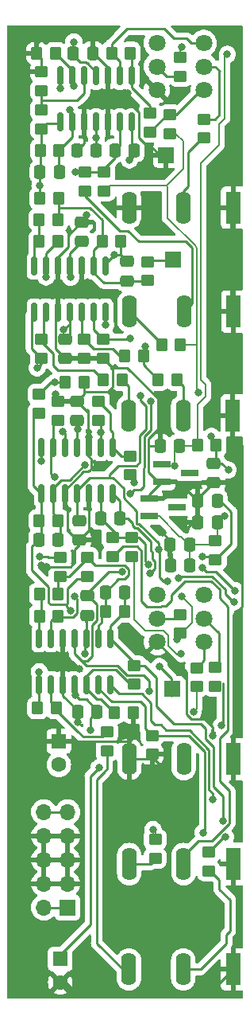
<source format=gbr>
%TF.GenerationSoftware,KiCad,Pcbnew,(6.0.2-0)*%
%TF.CreationDate,2022-07-30T11:22:51+02:00*%
%TF.ProjectId,blindeTaube,626c696e-6465-4546-9175-62652e6b6963,rev?*%
%TF.SameCoordinates,Original*%
%TF.FileFunction,Copper,L2,Bot*%
%TF.FilePolarity,Positive*%
%FSLAX46Y46*%
G04 Gerber Fmt 4.6, Leading zero omitted, Abs format (unit mm)*
G04 Created by KiCad (PCBNEW (6.0.2-0)) date 2022-07-30 11:22:51*
%MOMM*%
%LPD*%
G01*
G04 APERTURE LIST*
G04 Aperture macros list*
%AMRoundRect*
0 Rectangle with rounded corners*
0 $1 Rounding radius*
0 $2 $3 $4 $5 $6 $7 $8 $9 X,Y pos of 4 corners*
0 Add a 4 corners polygon primitive as box body*
4,1,4,$2,$3,$4,$5,$6,$7,$8,$9,$2,$3,0*
0 Add four circle primitives for the rounded corners*
1,1,$1+$1,$2,$3*
1,1,$1+$1,$4,$5*
1,1,$1+$1,$6,$7*
1,1,$1+$1,$8,$9*
0 Add four rect primitives between the rounded corners*
20,1,$1+$1,$2,$3,$4,$5,0*
20,1,$1+$1,$4,$5,$6,$7,0*
20,1,$1+$1,$6,$7,$8,$9,0*
20,1,$1+$1,$8,$9,$2,$3,0*%
G04 Aperture macros list end*
%TA.AperFunction,ComponentPad*%
%ADD10R,1.600000X3.500000*%
%TD*%
%TA.AperFunction,ComponentPad*%
%ADD11O,1.600000X3.500000*%
%TD*%
%TA.AperFunction,ComponentPad*%
%ADD12R,1.700000X1.700000*%
%TD*%
%TA.AperFunction,ComponentPad*%
%ADD13R,1.600000X1.600000*%
%TD*%
%TA.AperFunction,ComponentPad*%
%ADD14C,1.600000*%
%TD*%
%TA.AperFunction,ComponentPad*%
%ADD15C,1.800000*%
%TD*%
%TA.AperFunction,ComponentPad*%
%ADD16O,1.700000X1.700000*%
%TD*%
%TA.AperFunction,SMDPad,CuDef*%
%ADD17RoundRect,0.250000X-0.350000X-0.450000X0.350000X-0.450000X0.350000X0.450000X-0.350000X0.450000X0*%
%TD*%
%TA.AperFunction,SMDPad,CuDef*%
%ADD18RoundRect,0.250000X0.450000X-0.350000X0.450000X0.350000X-0.450000X0.350000X-0.450000X-0.350000X0*%
%TD*%
%TA.AperFunction,SMDPad,CuDef*%
%ADD19RoundRect,0.250000X0.350000X0.450000X-0.350000X0.450000X-0.350000X-0.450000X0.350000X-0.450000X0*%
%TD*%
%TA.AperFunction,SMDPad,CuDef*%
%ADD20RoundRect,0.250000X-0.450000X0.350000X-0.450000X-0.350000X0.450000X-0.350000X0.450000X0.350000X0*%
%TD*%
%TA.AperFunction,SMDPad,CuDef*%
%ADD21RoundRect,0.250000X0.475000X-0.337500X0.475000X0.337500X-0.475000X0.337500X-0.475000X-0.337500X0*%
%TD*%
%TA.AperFunction,SMDPad,CuDef*%
%ADD22RoundRect,0.250000X-0.337500X-0.475000X0.337500X-0.475000X0.337500X0.475000X-0.337500X0.475000X0*%
%TD*%
%TA.AperFunction,SMDPad,CuDef*%
%ADD23R,1.900000X0.800000*%
%TD*%
%TA.AperFunction,SMDPad,CuDef*%
%ADD24RoundRect,0.250000X0.337500X0.475000X-0.337500X0.475000X-0.337500X-0.475000X0.337500X-0.475000X0*%
%TD*%
%TA.AperFunction,SMDPad,CuDef*%
%ADD25RoundRect,0.250000X-0.475000X0.337500X-0.475000X-0.337500X0.475000X-0.337500X0.475000X0.337500X0*%
%TD*%
%TA.AperFunction,SMDPad,CuDef*%
%ADD26RoundRect,0.150000X-0.150000X0.825000X-0.150000X-0.825000X0.150000X-0.825000X0.150000X0.825000X0*%
%TD*%
%TA.AperFunction,SMDPad,CuDef*%
%ADD27RoundRect,0.150000X0.150000X-0.825000X0.150000X0.825000X-0.150000X0.825000X-0.150000X-0.825000X0*%
%TD*%
%TA.AperFunction,ViaPad*%
%ADD28C,0.800000*%
%TD*%
%TA.AperFunction,Conductor*%
%ADD29C,0.250000*%
%TD*%
%TA.AperFunction,Conductor*%
%ADD30C,0.200000*%
%TD*%
G04 APERTURE END LIST*
D10*
%TO.P,J5,S*%
%TO.N,GND*%
X77900000Y-119850000D03*
D11*
%TO.P,J5,T*%
%TO.N,Net-(J5-PadT)*%
X72600000Y-119850000D03*
%TO.P,J5,TN*%
%TO.N,GND*%
X66800000Y-119850000D03*
%TD*%
D12*
%TO.P,J4,1,Pin_1*%
%TO.N,Net-(R25-Pad2)*%
X71425000Y-66700000D03*
%TD*%
D13*
%TO.P,C22,1*%
%TO.N,GND*%
X59275000Y-117944888D03*
D14*
%TO.P,C22,2*%
%TO.N,VEE*%
X59275000Y-120444888D03*
%TD*%
D10*
%TO.P,J3,S*%
%TO.N,GND*%
X77882200Y-131000000D03*
D11*
%TO.P,J3,T*%
%TO.N,Net-(J3-PadT)*%
X72582200Y-131000000D03*
%TO.P,J3,TN*%
%TO.N,Net-(J3-PadTN)*%
X66782200Y-131000000D03*
%TD*%
D13*
%TO.P,C21,1*%
%TO.N,VCC*%
X59425000Y-141094888D03*
D14*
%TO.P,C21,2*%
%TO.N,GND*%
X59425000Y-143594888D03*
%TD*%
D15*
%TO.P,RV1,1,1*%
%TO.N,Net-(C5-Pad2)*%
X74725000Y-48700000D03*
%TO.P,RV1,2,2*%
%TO.N,Net-(R20-Pad1)*%
X74725000Y-46200000D03*
%TO.P,RV1,3,3*%
%TO.N,Net-(R23-Pad2)*%
X74725000Y-43700000D03*
%TO.P,RV1,4,4*%
%TO.N,GND*%
X69725000Y-48700000D03*
%TO.P,RV1,5,5*%
%TO.N,Net-(R13-Pad1)*%
X69725000Y-46200000D03*
%TO.P,RV1,6,6*%
%TO.N,Net-(C5-Pad2)*%
X69725000Y-43700000D03*
%TD*%
D12*
%TO.P,J9,1,Pin_1*%
%TO.N,GND*%
X70700000Y-55600000D03*
%TD*%
%TO.P,J8,1,Pin_1*%
%TO.N,Net-(U5-Pad14)*%
X71375000Y-112400000D03*
%TD*%
D10*
%TO.P,J7,S*%
%TO.N,GND*%
X77850000Y-142200000D03*
D11*
%TO.P,J7,T*%
%TO.N,Net-(J7-PadT)*%
X72550000Y-142200000D03*
%TO.P,J7,TN*%
%TO.N,Net-(J7-PadTN)*%
X66750000Y-142200000D03*
%TD*%
D15*
%TO.P,RV2,1,1*%
%TO.N,Net-(C18-Pad2)*%
X74750000Y-107400000D03*
%TO.P,RV2,2,2*%
%TO.N,Net-(R50-Pad1)*%
X74750000Y-104900000D03*
%TO.P,RV2,3,3*%
%TO.N,Net-(R53-Pad2)*%
X74750000Y-102400000D03*
%TO.P,RV2,4,4*%
%TO.N,GND*%
X69750000Y-107400000D03*
%TO.P,RV2,5,5*%
%TO.N,Net-(R43-Pad1)*%
X69750000Y-104900000D03*
%TO.P,RV2,6,6*%
%TO.N,Net-(C18-Pad2)*%
X69750000Y-102400000D03*
%TD*%
D12*
%TO.P,J13,1,Pin_1*%
%TO.N,Net-(D9-Pad2)*%
X60203000Y-135631000D03*
D16*
%TO.P,J13,2,Pin_2*%
X57663000Y-135631000D03*
%TO.P,J13,3,Pin_3*%
%TO.N,GND*%
X60203000Y-133091000D03*
%TO.P,J13,4,Pin_4*%
X57663000Y-133091000D03*
%TO.P,J13,5,Pin_5*%
X60203000Y-130551000D03*
%TO.P,J13,6,Pin_6*%
X57663000Y-130551000D03*
%TO.P,J13,7,Pin_7*%
X60203000Y-128011000D03*
%TO.P,J13,8,Pin_8*%
X57663000Y-128011000D03*
%TO.P,J13,9,Pin_9*%
%TO.N,Net-(J13-Pad10)*%
X60203000Y-125471000D03*
%TO.P,J13,10,Pin_10*%
X57663000Y-125471000D03*
%TD*%
D10*
%TO.P,J2,S*%
%TO.N,GND*%
X77882200Y-61200000D03*
D11*
%TO.P,J2,T*%
%TO.N,Net-(J2-PadT)*%
X72582200Y-61200000D03*
%TO.P,J2,TN*%
%TO.N,GND*%
X66782200Y-61200000D03*
%TD*%
D10*
%TO.P,J1,S*%
%TO.N,GND*%
X77900000Y-72250000D03*
D11*
%TO.P,J1,T*%
%TO.N,Net-(J1-PadT)*%
X72600000Y-72250000D03*
%TO.P,J1,TN*%
%TO.N,Net-(J1-PadTN)*%
X66800000Y-72250000D03*
%TD*%
D10*
%TO.P,J6,S*%
%TO.N,GND*%
X77832200Y-83300000D03*
D11*
%TO.P,J6,T*%
%TO.N,Net-(J6-PadT)*%
X72532200Y-83300000D03*
%TO.P,J6,TN*%
%TO.N,Net-(J6-PadTN)*%
X66732200Y-83300000D03*
%TD*%
D17*
%TO.P,R14,1*%
%TO.N,Net-(R14-Pad1)*%
X66310000Y-76962000D03*
%TO.P,R14,2*%
%TO.N,Net-(C2-Pad1)*%
X68310000Y-76962000D03*
%TD*%
D18*
%TO.P,R35,1*%
%TO.N,Net-(J3-PadTN)*%
X69550000Y-130375000D03*
%TO.P,R35,2*%
%TO.N,AREF_+10*%
X69550000Y-128375000D03*
%TD*%
D19*
%TO.P,R36,1*%
%TO.N,Net-(U5-Pad13)*%
X59000000Y-114400000D03*
%TO.P,R36,2*%
%TO.N,Net-(U5-Pad14)*%
X57000000Y-114400000D03*
%TD*%
%TO.P,R23,1*%
%TO.N,Net-(R18-Pad2)*%
X66900000Y-44775000D03*
%TO.P,R23,2*%
%TO.N,Net-(R23-Pad2)*%
X64900000Y-44775000D03*
%TD*%
D20*
%TO.P,R31,1*%
%TO.N,Net-(C14-Pad2)*%
X67056000Y-96282000D03*
%TO.P,R31,2*%
%TO.N,AREF_+10*%
X67056000Y-98282000D03*
%TD*%
%TO.P,R27,1*%
%TO.N,GND*%
X57404000Y-46752000D03*
%TO.P,R27,2*%
%TO.N,Net-(R24-Pad1)*%
X57404000Y-48752000D03*
%TD*%
D18*
%TO.P,R44,1*%
%TO.N,Net-(R44-Pad1)*%
X67325000Y-111900000D03*
%TO.P,R44,2*%
%TO.N,Net-(C15-Pad1)*%
X67325000Y-109900000D03*
%TD*%
D21*
%TO.P,C33,1*%
%TO.N,GND*%
X62300000Y-104537500D03*
%TO.P,C33,2*%
%TO.N,VCC*%
X62300000Y-102462500D03*
%TD*%
D18*
%TO.P,R22,1*%
%TO.N,GND*%
X64008000Y-77200000D03*
%TO.P,R22,2*%
%TO.N,Net-(D5-Pad2)*%
X64008000Y-75200000D03*
%TD*%
D20*
%TO.P,R50,1*%
%TO.N,Net-(R50-Pad1)*%
X75950000Y-110100000D03*
%TO.P,R50,2*%
%TO.N,Net-(J5-PadT)*%
X75950000Y-112100000D03*
%TD*%
D19*
%TO.P,R5,1*%
%TO.N,Net-(C2-Pad2)*%
X59166000Y-62484000D03*
%TO.P,R5,2*%
%TO.N,Net-(R4-Pad1)*%
X57166000Y-62484000D03*
%TD*%
D22*
%TO.P,C18,1*%
%TO.N,Net-(C18-Pad1)*%
X57128500Y-96520000D03*
%TO.P,C18,2*%
%TO.N,Net-(C18-Pad2)*%
X59203500Y-96520000D03*
%TD*%
D23*
%TO.P,D11,1,K*%
%TO.N,AREF_+10*%
X68875000Y-94025000D03*
%TO.P,D11,2,A*%
%TO.N,GND*%
X68875000Y-92125000D03*
%TO.P,D11,3*%
%TO.N,N/C*%
X71875000Y-93075000D03*
%TD*%
D20*
%TO.P,R11,1*%
%TO.N,Net-(C5-Pad2)*%
X71150000Y-51350000D03*
%TO.P,R11,2*%
%TO.N,AREF_+10*%
X71150000Y-53350000D03*
%TD*%
D22*
%TO.P,C27,1*%
%TO.N,GND*%
X70062500Y-86525000D03*
%TO.P,C27,2*%
%TO.N,AREF_-10*%
X72137500Y-86525000D03*
%TD*%
D24*
%TO.P,C1,1*%
%TO.N,Net-(C1-Pad1)*%
X67331500Y-55118000D03*
%TO.P,C1,2*%
%TO.N,Net-(C1-Pad2)*%
X65256500Y-55118000D03*
%TD*%
D18*
%TO.P,R48,1*%
%TO.N,Net-(C18-Pad2)*%
X66850000Y-89625000D03*
%TO.P,R48,2*%
%TO.N,Net-(R48-Pad2)*%
X66850000Y-87625000D03*
%TD*%
D20*
%TO.P,R24,1*%
%TO.N,Net-(R24-Pad1)*%
X57404000Y-50816000D03*
%TO.P,R24,2*%
%TO.N,Net-(C5-Pad1)*%
X57404000Y-52816000D03*
%TD*%
D25*
%TO.P,C30,1*%
%TO.N,GND*%
X61700000Y-62716500D03*
%TO.P,C30,2*%
%TO.N,VCC*%
X61700000Y-64791500D03*
%TD*%
D22*
%TO.P,C5,1*%
%TO.N,Net-(C5-Pad1)*%
X57262500Y-57404000D03*
%TO.P,C5,2*%
%TO.N,Net-(C5-Pad2)*%
X59337500Y-57404000D03*
%TD*%
D26*
%TO.P,U5,1*%
%TO.N,Net-(R33-Pad1)*%
X57150000Y-106999000D03*
%TO.P,U5,2,-*%
%TO.N,Net-(R33-Pad2)*%
X58420000Y-106999000D03*
%TO.P,U5,3,+*%
%TO.N,GND*%
X59690000Y-106999000D03*
%TO.P,U5,4,V+*%
%TO.N,VCC*%
X60960000Y-106999000D03*
%TO.P,U5,5,+*%
%TO.N,GND*%
X62230000Y-106999000D03*
%TO.P,U5,6,-*%
%TO.N,Net-(C15-Pad2)*%
X63500000Y-106999000D03*
%TO.P,U5,7*%
%TO.N,Net-(C15-Pad1)*%
X64770000Y-106999000D03*
%TO.P,U5,8*%
%TO.N,Net-(D7-Pad1)*%
X64770000Y-111949000D03*
%TO.P,U5,9,-*%
%TO.N,Net-(D7-Pad2)*%
X63500000Y-111949000D03*
%TO.P,U5,10,+*%
%TO.N,Net-(R44-Pad1)*%
X62230000Y-111949000D03*
%TO.P,U5,11,V-*%
%TO.N,VEE*%
X60960000Y-111949000D03*
%TO.P,U5,12,+*%
%TO.N,GND*%
X59690000Y-111949000D03*
%TO.P,U5,13,-*%
%TO.N,Net-(U5-Pad13)*%
X58420000Y-111949000D03*
%TO.P,U5,14*%
%TO.N,Net-(U5-Pad14)*%
X57150000Y-111949000D03*
%TD*%
D20*
%TO.P,R43,1*%
%TO.N,Net-(R43-Pad1)*%
X72225000Y-104450000D03*
%TO.P,R43,2*%
%TO.N,AREF_-10*%
X72225000Y-106450000D03*
%TD*%
%TO.P,R2,1*%
%TO.N,Net-(C1-Pad2)*%
X64100000Y-57420000D03*
%TO.P,R2,2*%
%TO.N,AREF_+10*%
X64100000Y-59420000D03*
%TD*%
%TO.P,R47,1*%
%TO.N,Net-(C15-Pad2)*%
X62300000Y-98400000D03*
%TO.P,R47,2*%
%TO.N,Net-(C18-Pad1)*%
X62300000Y-100400000D03*
%TD*%
D19*
%TO.P,R55,1*%
%TO.N,GND*%
X61960000Y-79756000D03*
%TO.P,R55,2*%
%TO.N,Net-(R54-Pad1)*%
X59960000Y-79756000D03*
%TD*%
D23*
%TO.P,D12,1,K*%
%TO.N,GND*%
X70250000Y-90350000D03*
%TO.P,D12,2,A*%
%TO.N,AREF_-10*%
X70250000Y-88450000D03*
%TO.P,D12,3*%
%TO.N,N/C*%
X73250000Y-89400000D03*
%TD*%
D24*
%TO.P,C38,1*%
%TO.N,VEE*%
X63337500Y-114850000D03*
%TO.P,C38,2*%
%TO.N,GND*%
X61262500Y-114850000D03*
%TD*%
D22*
%TO.P,C23,1*%
%TO.N,GND*%
X74087500Y-92375000D03*
%TO.P,C23,2*%
%TO.N,VCC*%
X76162500Y-92375000D03*
%TD*%
D17*
%TO.P,R109,1*%
%TO.N,AREF_-10*%
X74050000Y-86500000D03*
%TO.P,R109,2*%
%TO.N,VEE*%
X76050000Y-86500000D03*
%TD*%
D18*
%TO.P,R18,1*%
%TO.N,Net-(C5-Pad2)*%
X69000000Y-53150000D03*
%TO.P,R18,2*%
%TO.N,Net-(R18-Pad2)*%
X69000000Y-51150000D03*
%TD*%
D17*
%TO.P,R28,1*%
%TO.N,GND*%
X56925000Y-44800000D03*
%TO.P,R28,2*%
%TO.N,Net-(D1-Pad2)*%
X58925000Y-44800000D03*
%TD*%
D20*
%TO.P,R3,1*%
%TO.N,Net-(C1-Pad2)*%
X62050000Y-57450000D03*
%TO.P,R3,2*%
%TO.N,Net-(J1-PadT)*%
X62050000Y-59450000D03*
%TD*%
D17*
%TO.P,R4,1*%
%TO.N,Net-(R4-Pad1)*%
X57166000Y-64770000D03*
%TO.P,R4,2*%
%TO.N,Net-(R4-Pad2)*%
X59166000Y-64770000D03*
%TD*%
D19*
%TO.P,R34,1*%
%TO.N,Net-(C15-Pad2)*%
X59200000Y-102300000D03*
%TO.P,R34,2*%
%TO.N,Net-(R33-Pad1)*%
X57200000Y-102300000D03*
%TD*%
D20*
%TO.P,R40,1*%
%TO.N,Net-(C18-Pad2)*%
X73975000Y-110125000D03*
%TO.P,R40,2*%
%TO.N,AREF_+10*%
X73975000Y-112125000D03*
%TD*%
%TO.P,R32,1*%
%TO.N,Net-(C14-Pad2)*%
X65024000Y-96282000D03*
%TO.P,R32,2*%
%TO.N,Net-(J3-PadT)*%
X65024000Y-98282000D03*
%TD*%
%TO.P,R54,1*%
%TO.N,Net-(R54-Pad1)*%
X57150000Y-81042000D03*
%TO.P,R54,2*%
%TO.N,Net-(C18-Pad1)*%
X57150000Y-83042000D03*
%TD*%
D17*
%TO.P,R33,1*%
%TO.N,Net-(R33-Pad1)*%
X57200000Y-104648000D03*
%TO.P,R33,2*%
%TO.N,Net-(R33-Pad2)*%
X59200000Y-104648000D03*
%TD*%
D18*
%TO.P,R42,1*%
%TO.N,Net-(J7-PadT)*%
X75250000Y-131750000D03*
%TO.P,R42,2*%
%TO.N,Net-(C15-Pad1)*%
X75250000Y-129750000D03*
%TD*%
%TO.P,R13,1*%
%TO.N,Net-(R13-Pad1)*%
X72250000Y-47225000D03*
%TO.P,R13,2*%
%TO.N,AREF_-10*%
X72250000Y-45225000D03*
%TD*%
%TO.P,R19,1*%
%TO.N,GND*%
X61976000Y-77200000D03*
%TO.P,R19,2*%
%TO.N,Net-(R14-Pad1)*%
X61976000Y-75200000D03*
%TD*%
D26*
%TO.P,U2,1*%
%TO.N,Net-(R4-Pad1)*%
X56642000Y-67375000D03*
%TO.P,U2,2,-*%
%TO.N,Net-(R4-Pad2)*%
X57912000Y-67375000D03*
%TO.P,U2,3,+*%
%TO.N,GND*%
X59182000Y-67375000D03*
%TO.P,U2,4,V+*%
%TO.N,VCC*%
X60452000Y-67375000D03*
%TO.P,U2,5,+*%
%TO.N,GND*%
X61722000Y-67375000D03*
%TO.P,U2,6,-*%
%TO.N,Net-(C2-Pad2)*%
X62992000Y-67375000D03*
%TO.P,U2,7*%
%TO.N,Net-(C2-Pad1)*%
X64262000Y-67375000D03*
%TO.P,U2,8*%
%TO.N,Net-(D5-Pad1)*%
X64262000Y-72325000D03*
%TO.P,U2,9,-*%
%TO.N,Net-(D5-Pad2)*%
X62992000Y-72325000D03*
%TO.P,U2,10,+*%
%TO.N,Net-(R14-Pad1)*%
X61722000Y-72325000D03*
%TO.P,U2,11,V-*%
%TO.N,VEE*%
X60452000Y-72325000D03*
%TO.P,U2,12,+*%
%TO.N,GND*%
X59182000Y-72325000D03*
%TO.P,U2,13,-*%
%TO.N,Net-(R7-Pad2)*%
X57912000Y-72325000D03*
%TO.P,U2,14*%
%TO.N,Net-(R29-Pad2)*%
X56642000Y-72325000D03*
%TD*%
D22*
%TO.P,C25,1*%
%TO.N,GND*%
X74112500Y-94700000D03*
%TO.P,C25,2*%
%TO.N,AREF_+10*%
X76187500Y-94700000D03*
%TD*%
D17*
%TO.P,R6,1*%
%TO.N,Net-(J1-PadTN)*%
X70250000Y-75750000D03*
%TO.P,R6,2*%
%TO.N,AREF_+10*%
X72250000Y-75750000D03*
%TD*%
D18*
%TO.P,R52,1*%
%TO.N,GND*%
X69225000Y-119325000D03*
%TO.P,R52,2*%
%TO.N,Net-(D7-Pad2)*%
X69225000Y-117325000D03*
%TD*%
D24*
%TO.P,C14,1*%
%TO.N,Net-(C14-Pad1)*%
X65807500Y-94234000D03*
%TO.P,C14,2*%
%TO.N,Net-(C14-Pad2)*%
X63732500Y-94234000D03*
%TD*%
D25*
%TO.P,C2,1*%
%TO.N,Net-(C2-Pad1)*%
X66575000Y-66912500D03*
%TO.P,C2,2*%
%TO.N,Net-(C2-Pad2)*%
X66575000Y-68987500D03*
%TD*%
D19*
%TO.P,R12,1*%
%TO.N,Net-(J6-PadT)*%
X71866000Y-79502000D03*
%TO.P,R12,2*%
%TO.N,Net-(C2-Pad1)*%
X69866000Y-79502000D03*
%TD*%
D27*
%TO.P,U1,1*%
%TO.N,Net-(C1-Pad1)*%
X67056000Y-52125000D03*
%TO.P,U1,2,-*%
%TO.N,Net-(C1-Pad2)*%
X65786000Y-52125000D03*
%TO.P,U1,3,+*%
%TO.N,GND*%
X64516000Y-52125000D03*
%TO.P,U1,4,V+*%
%TO.N,VCC*%
X63246000Y-52125000D03*
%TO.P,U1,5,+*%
%TO.N,GND*%
X61976000Y-52125000D03*
%TO.P,U1,6,-*%
%TO.N,Net-(C5-Pad2)*%
X60706000Y-52125000D03*
%TO.P,U1,7*%
%TO.N,Net-(C5-Pad1)*%
X59436000Y-52125000D03*
%TO.P,U1,8*%
%TO.N,Net-(D1-Pad1)*%
X59436000Y-47175000D03*
%TO.P,U1,9,-*%
%TO.N,Net-(D1-Pad2)*%
X60706000Y-47175000D03*
%TO.P,U1,10,+*%
%TO.N,Net-(R24-Pad1)*%
X61976000Y-47175000D03*
%TO.P,U1,11,V-*%
%TO.N,VEE*%
X63246000Y-47175000D03*
%TO.P,U1,12,+*%
%TO.N,GND*%
X64516000Y-47175000D03*
%TO.P,U1,13,-*%
%TO.N,Net-(R23-Pad2)*%
X65786000Y-47175000D03*
%TO.P,U1,14*%
%TO.N,Net-(R18-Pad2)*%
X67056000Y-47175000D03*
%TD*%
D17*
%TO.P,R21,1*%
%TO.N,Net-(C5-Pad1)*%
X57300000Y-55118000D03*
%TO.P,R21,2*%
%TO.N,Net-(C5-Pad2)*%
X59300000Y-55118000D03*
%TD*%
D20*
%TO.P,R8,1*%
%TO.N,Net-(R7-Pad2)*%
X57404000Y-75200000D03*
%TO.P,R8,2*%
%TO.N,Net-(R29-Pad2)*%
X57404000Y-77200000D03*
%TD*%
D19*
%TO.P,R39,1*%
%TO.N,Net-(C15-Pad1)*%
X66278000Y-104140000D03*
%TO.P,R39,2*%
%TO.N,Net-(C15-Pad2)*%
X64278000Y-104140000D03*
%TD*%
D22*
%TO.P,C26,1*%
%TO.N,GND*%
X71172500Y-99240000D03*
%TO.P,C26,2*%
%TO.N,AREF_+10*%
X73247500Y-99240000D03*
%TD*%
%TO.P,C24,1*%
%TO.N,GND*%
X71142500Y-97050000D03*
%TO.P,C24,2*%
%TO.N,AREF_+10*%
X73217500Y-97050000D03*
%TD*%
D19*
%TO.P,R17,1*%
%TO.N,Net-(C2-Pad2)*%
X59250000Y-60198000D03*
%TO.P,R17,2*%
%TO.N,Net-(C5-Pad1)*%
X57250000Y-60198000D03*
%TD*%
%TO.P,R10,1*%
%TO.N,Net-(C2-Pad1)*%
X65900000Y-64775000D03*
%TO.P,R10,2*%
%TO.N,Net-(C2-Pad2)*%
X63900000Y-64775000D03*
%TD*%
%TO.P,R7,1*%
%TO.N,Net-(J6-PadTN)*%
X66024000Y-79502000D03*
%TO.P,R7,2*%
%TO.N,Net-(R7-Pad2)*%
X64024000Y-79502000D03*
%TD*%
D17*
%TO.P,R51,1*%
%TO.N,Net-(C18-Pad1)*%
X57166000Y-94488000D03*
%TO.P,R51,2*%
%TO.N,Net-(C18-Pad2)*%
X59166000Y-94488000D03*
%TD*%
D27*
%TO.P,U4,1*%
%TO.N,Net-(C14-Pad1)*%
X65024000Y-91629000D03*
%TO.P,U4,2,-*%
%TO.N,Net-(C14-Pad2)*%
X63754000Y-91629000D03*
%TO.P,U4,3,+*%
%TO.N,GND*%
X62484000Y-91629000D03*
%TO.P,U4,4,V+*%
%TO.N,VCC*%
X61214000Y-91629000D03*
%TO.P,U4,5,+*%
%TO.N,GND*%
X59944000Y-91629000D03*
%TO.P,U4,6,-*%
%TO.N,Net-(C18-Pad2)*%
X58674000Y-91629000D03*
%TO.P,U4,7*%
%TO.N,Net-(C18-Pad1)*%
X57404000Y-91629000D03*
%TO.P,U4,8*%
%TO.N,Net-(D3-Pad1)*%
X57404000Y-86679000D03*
%TO.P,U4,9,-*%
%TO.N,Net-(D3-Pad2)*%
X58674000Y-86679000D03*
%TO.P,U4,10,+*%
%TO.N,Net-(R54-Pad1)*%
X59944000Y-86679000D03*
%TO.P,U4,11,V-*%
%TO.N,VEE*%
X61214000Y-86679000D03*
%TO.P,U4,12,+*%
%TO.N,GND*%
X62484000Y-86679000D03*
%TO.P,U4,13,-*%
%TO.N,Net-(R53-Pad2)*%
X63754000Y-86679000D03*
%TO.P,U4,14*%
%TO.N,Net-(R48-Pad2)*%
X65024000Y-86679000D03*
%TD*%
D24*
%TO.P,C15,1*%
%TO.N,Net-(C15-Pad1)*%
X66315500Y-102108000D03*
%TO.P,C15,2*%
%TO.N,Net-(C15-Pad2)*%
X64240500Y-102108000D03*
%TD*%
D25*
%TO.P,C35,1*%
%TO.N,VEE*%
X59944000Y-75162500D03*
%TO.P,C35,2*%
%TO.N,GND*%
X59944000Y-77237500D03*
%TD*%
D18*
%TO.P,R25,1*%
%TO.N,Net-(C2-Pad2)*%
X68775000Y-68950000D03*
%TO.P,R25,2*%
%TO.N,Net-(R25-Pad2)*%
X68775000Y-66950000D03*
%TD*%
%TO.P,R29,1*%
%TO.N,Net-(C15-Pad2)*%
X59400000Y-100400000D03*
%TO.P,R29,2*%
%TO.N,Net-(R29-Pad2)*%
X59400000Y-98400000D03*
%TD*%
D21*
%TO.P,C28,1*%
%TO.N,GND*%
X75775000Y-90462500D03*
%TO.P,C28,2*%
%TO.N,VEE*%
X75775000Y-88387500D03*
%TD*%
D22*
%TO.P,C34,1*%
%TO.N,VEE*%
X60812500Y-44775000D03*
%TO.P,C34,2*%
%TO.N,GND*%
X62887500Y-44775000D03*
%TD*%
D21*
%TO.P,C37,1*%
%TO.N,VEE*%
X61214000Y-83841500D03*
%TO.P,C37,2*%
%TO.N,GND*%
X61214000Y-81766500D03*
%TD*%
D20*
%TO.P,R20,1*%
%TO.N,Net-(R20-Pad1)*%
X74775000Y-51800000D03*
%TO.P,R20,2*%
%TO.N,Net-(J2-PadT)*%
X74775000Y-53800000D03*
%TD*%
%TO.P,R108,1*%
%TO.N,AREF_+10*%
X75975000Y-96650000D03*
%TO.P,R108,2*%
%TO.N,VCC*%
X75975000Y-98650000D03*
%TD*%
%TO.P,R53,1*%
%TO.N,Net-(R48-Pad2)*%
X63500000Y-81804000D03*
%TO.P,R53,2*%
%TO.N,Net-(R53-Pad2)*%
X63500000Y-83804000D03*
%TD*%
D22*
%TO.P,C29,1*%
%TO.N,GND*%
X61192500Y-55118000D03*
%TO.P,C29,2*%
%TO.N,VCC*%
X63267500Y-55118000D03*
%TD*%
D19*
%TO.P,R49,1*%
%TO.N,GND*%
X67225000Y-114875000D03*
%TO.P,R49,2*%
%TO.N,Net-(R44-Pad1)*%
X65225000Y-114875000D03*
%TD*%
D18*
%TO.P,R26,1*%
%TO.N,Net-(J7-PadTN)*%
X64425000Y-118950000D03*
%TO.P,R26,2*%
%TO.N,Net-(U5-Pad13)*%
X64425000Y-116950000D03*
%TD*%
D21*
%TO.P,C32,1*%
%TO.N,GND*%
X61468000Y-96541500D03*
%TO.P,C32,2*%
%TO.N,VCC*%
X61468000Y-94466500D03*
%TD*%
D20*
%TO.P,R56,1*%
%TO.N,GND*%
X59182000Y-81804000D03*
%TO.P,R56,2*%
%TO.N,Net-(D3-Pad2)*%
X59182000Y-83804000D03*
%TD*%
D28*
%TO.N,Net-(C1-Pad1)*%
X66802000Y-56134000D03*
X66900000Y-91600000D03*
X69088000Y-81788000D03*
%TO.N,Net-(C1-Pad2)*%
X61050000Y-57450000D03*
%TO.N,Net-(C2-Pad1)*%
X65175000Y-66200000D03*
X68500000Y-76000000D03*
%TO.N,GND*%
X58928000Y-81026000D03*
X61300000Y-115925000D03*
X62484000Y-85598000D03*
X62200000Y-61950000D03*
X72800000Y-95450000D03*
X56950000Y-43450000D03*
X62025000Y-108675000D03*
X72775000Y-123175000D03*
X61468000Y-110236000D03*
X70350000Y-95800000D03*
X75650000Y-117400000D03*
X66625000Y-49050000D03*
X57378203Y-99276877D03*
%TO.N,Net-(C5-Pad1)*%
X57250000Y-58828000D03*
%TO.N,Net-(C5-Pad2)*%
X60452000Y-50800000D03*
%TO.N,Net-(C14-Pad1)*%
X68993561Y-100107929D03*
%TO.N,Net-(C14-Pad2)*%
X68805020Y-99126371D03*
%TO.N,Net-(C15-Pad1)*%
X76750000Y-126400000D03*
X77075000Y-128125000D03*
%TO.N,Net-(C18-Pad1)*%
X60523721Y-104030719D03*
%TO.N,Net-(C18-Pad2)*%
X67310000Y-90424000D03*
X62050500Y-88547092D03*
%TO.N,VCC*%
X63267500Y-53767500D03*
X68950500Y-112600000D03*
X60515462Y-68616051D03*
X67950000Y-81200000D03*
X63575000Y-120725000D03*
X69903861Y-97507467D03*
X70840204Y-100954575D03*
X74575000Y-98300000D03*
X66000000Y-99950000D03*
%TO.N,VEE*%
X61264757Y-84790158D03*
X59790962Y-74215763D03*
X60875000Y-43575000D03*
X75550000Y-85525000D03*
X77350000Y-89100000D03*
X62675000Y-116750000D03*
X61000000Y-113025000D03*
%TO.N,AREF_+10*%
X69325000Y-127325000D03*
X73625000Y-114800000D03*
X76950000Y-94000000D03*
X74150000Y-80850000D03*
X72325000Y-108625000D03*
%TO.N,AREF_-10*%
X71850000Y-107100000D03*
X77250000Y-44900000D03*
X71625000Y-88700000D03*
X72350000Y-44100000D03*
X72400000Y-102575000D03*
%TO.N,Net-(D1-Pad1)*%
X59436000Y-48514000D03*
%TO.N,Net-(D1-Pad2)*%
X60860983Y-48289500D03*
%TO.N,Net-(D3-Pad1)*%
X72025000Y-100625000D03*
X77975500Y-103124000D03*
X57404000Y-88138000D03*
%TO.N,Net-(D3-Pad2)*%
X58812701Y-89862701D03*
X78069554Y-101926105D03*
X74600000Y-99525000D03*
%TO.N,Net-(D5-Pad1)*%
X64262000Y-73660000D03*
%TO.N,Net-(D5-Pad2)*%
X66850000Y-75150000D03*
%TO.N,Net-(D7-Pad1)*%
X75650000Y-124150000D03*
%TO.N,Net-(D7-Pad2)*%
X74650000Y-127650000D03*
%TO.N,Net-(J5-PadT)*%
X76600000Y-116300000D03*
%TO.N,Net-(R4-Pad2)*%
X57907701Y-68575701D03*
%TO.N,Net-(R29-Pad2)*%
X56955500Y-78248340D03*
X57225000Y-98275000D03*
%TO.N,Net-(R33-Pad2)*%
X60950000Y-102574500D03*
%TO.N,Net-(R53-Pad2)*%
X63754000Y-85090000D03*
%TO.N,Net-(R54-Pad1)*%
X58854011Y-79793826D03*
X59727500Y-85012184D03*
%TO.N,Net-(U5-Pad14)*%
X70000000Y-110000000D03*
X57175000Y-110550000D03*
%TD*%
D29*
%TO.N,Net-(C1-Pad1)*%
X67056000Y-52259000D02*
X67056000Y-54842500D01*
X68403979Y-85560317D02*
X69088000Y-84876296D01*
X68403979Y-88385806D02*
X68403979Y-85560317D01*
X69088000Y-84876296D02*
X69088000Y-81788000D01*
X68403978Y-88822022D02*
X68403979Y-88385806D01*
X68326000Y-90898799D02*
X68326000Y-88900000D01*
X67999799Y-91225000D02*
X68326000Y-90898799D01*
X67275000Y-91225000D02*
X67999799Y-91225000D01*
X68326000Y-88900000D02*
X68403978Y-88822022D01*
X67331500Y-55604500D02*
X66802000Y-56134000D01*
X67056000Y-54842500D02*
X67331500Y-55118000D01*
X67331500Y-55118000D02*
X67331500Y-55604500D01*
X66900000Y-91600000D02*
X67275000Y-91225000D01*
%TO.N,Net-(C1-Pad2)*%
X65786000Y-52259000D02*
X65786000Y-54588500D01*
X65786000Y-54588500D02*
X65256500Y-55118000D01*
X65256500Y-55917500D02*
X63754000Y-57420000D01*
X64100000Y-57420000D02*
X62080000Y-57420000D01*
X65256500Y-55118000D02*
X65256500Y-55917500D01*
X62080000Y-57420000D02*
X62050000Y-57450000D01*
X62050000Y-57450000D02*
X61050000Y-57450000D01*
%TO.N,Net-(C2-Pad1)*%
X68310000Y-77946000D02*
X69866000Y-79502000D01*
X64262000Y-67375000D02*
X64262000Y-67113000D01*
X65825000Y-65000000D02*
X65825000Y-66162500D01*
X68500000Y-76000000D02*
X68500000Y-76772000D01*
X65825000Y-66162500D02*
X65862500Y-66200000D01*
X65862500Y-66200000D02*
X66575000Y-66912500D01*
X65175000Y-66200000D02*
X65862500Y-66200000D01*
X64262000Y-67113000D02*
X65175000Y-66200000D01*
X68500000Y-76772000D02*
X68310000Y-76962000D01*
X68310000Y-76962000D02*
X68310000Y-77946000D01*
%TO.N,Net-(C2-Pad2)*%
X65987500Y-69200000D02*
X66200000Y-68987500D01*
X63900000Y-64775000D02*
X63900000Y-62525400D01*
X62992000Y-67375000D02*
X62992000Y-68142000D01*
X59250000Y-62400000D02*
X59166000Y-62484000D01*
X62992000Y-65758000D02*
X62992000Y-67375000D01*
X59250000Y-61282000D02*
X59250000Y-62400000D01*
X63900000Y-62525400D02*
X62600099Y-61225499D01*
X62992000Y-68142000D02*
X64050000Y-69200000D01*
X66575000Y-68987500D02*
X68737500Y-68987500D01*
X62992000Y-65683000D02*
X63900000Y-64775000D01*
X62600099Y-61225499D02*
X59306501Y-61225499D01*
X62992000Y-67375000D02*
X62992000Y-65683000D01*
X68737500Y-68987500D02*
X68775000Y-68950000D01*
X59306501Y-61225499D02*
X59250000Y-61282000D01*
X64050000Y-69200000D02*
X65987500Y-69200000D01*
X59250000Y-60198000D02*
X59250000Y-61282000D01*
%TO.N,GND*%
X74112500Y-94700000D02*
X73550000Y-94700000D01*
X73550000Y-94700000D02*
X72800000Y-95450000D01*
X72900499Y-110550499D02*
X72900499Y-115100099D01*
X60964000Y-97636000D02*
X60964000Y-98936000D01*
X61300000Y-114887500D02*
X61262500Y-114850000D01*
X69750000Y-107400000D02*
X72900499Y-110550499D01*
X62484000Y-49784000D02*
X64516000Y-49784000D01*
X58675000Y-99400000D02*
X58400000Y-99400000D01*
X59994888Y-143594888D02*
X60681113Y-144281113D01*
X66625000Y-49050000D02*
X66442000Y-49233000D01*
X62517520Y-91662520D02*
X62517520Y-95491980D01*
X62381126Y-89271593D02*
X61925335Y-89271593D01*
X62396150Y-89260069D02*
X62392650Y-89260069D01*
X78550000Y-86250000D02*
X77832200Y-85532200D01*
X66442000Y-49233000D02*
X66442000Y-50292000D01*
X61235500Y-96541500D02*
X61468000Y-96541500D01*
X59182000Y-69596000D02*
X59182000Y-72325000D01*
X56925000Y-43475000D02*
X56950000Y-43450000D01*
X77882200Y-133907200D02*
X78400000Y-134425000D01*
X72900499Y-115100099D02*
X73387900Y-115587500D01*
X74837500Y-115587500D02*
X75650000Y-116400000D01*
X70062500Y-86525000D02*
X68975000Y-86525000D01*
X68853489Y-88572000D02*
X68853489Y-86646511D01*
X64516000Y-49784000D02*
X64516000Y-50292000D01*
X59690000Y-109474000D02*
X59690000Y-111949000D01*
X61976000Y-52259000D02*
X61976000Y-50292000D01*
X61960000Y-80756000D02*
X61960000Y-81020500D01*
X59944000Y-77237500D02*
X58894480Y-76187980D01*
X57701326Y-99600000D02*
X57378203Y-99276877D01*
X60964000Y-97536000D02*
X60964000Y-97636000D01*
X60681113Y-144272000D02*
X60681113Y-144281113D01*
X64516000Y-46291000D02*
X64516000Y-47175000D01*
X58928000Y-81550000D02*
X59182000Y-81804000D01*
X69812501Y-84787499D02*
X69812501Y-81487901D01*
X61262500Y-114687500D02*
X59690000Y-113115000D01*
X62436412Y-89229647D02*
X62433504Y-89229647D01*
X77882200Y-131000000D02*
X77882200Y-133907200D01*
X78800000Y-86500000D02*
X78550000Y-86250000D01*
X60203000Y-128011000D02*
X57663000Y-128011000D01*
X61960000Y-81020500D02*
X61214000Y-81766500D01*
X62484000Y-86679000D02*
X62484000Y-85598000D01*
X77850000Y-139675000D02*
X78400000Y-139125000D01*
X60681113Y-144281113D02*
X61200000Y-144800000D01*
X62400000Y-82952500D02*
X62400000Y-85514000D01*
X59690000Y-106999000D02*
X59690000Y-109474000D01*
X61976000Y-77200000D02*
X64008000Y-77200000D01*
X62424138Y-89239013D02*
X62417206Y-89239013D01*
X58675000Y-99400000D02*
X58325000Y-99400000D01*
X59275000Y-117944888D02*
X66780112Y-117944888D01*
X62512058Y-89154001D02*
X62436412Y-89229647D01*
X60500000Y-99400000D02*
X58675000Y-99400000D01*
X64008000Y-77200000D02*
X64008000Y-77216000D01*
X66442000Y-50292000D02*
X64516000Y-50292000D01*
X71142500Y-96592500D02*
X70350000Y-95800000D01*
X74087500Y-92375000D02*
X74087500Y-92150000D01*
X62484000Y-86679000D02*
X62484000Y-87658901D01*
X59182000Y-81804000D02*
X61176500Y-81804000D01*
X59182000Y-66518000D02*
X59182000Y-67375000D01*
X78400000Y-134425000D02*
X78400000Y-139125000D01*
X61976000Y-52259000D02*
X61976000Y-54334500D01*
X61214000Y-69596000D02*
X61722000Y-69088000D01*
X70250000Y-90350000D02*
X72062500Y-90350000D01*
X59182000Y-69596000D02*
X61214000Y-69596000D01*
X61976000Y-80772000D02*
X61960000Y-80756000D01*
X75650000Y-116400000D02*
X75650000Y-117400000D01*
X78794054Y-86494054D02*
X78550000Y-86250000D01*
X67225000Y-114875000D02*
X67225000Y-117500000D01*
X62417206Y-89239013D02*
X62396150Y-89260069D01*
X60198000Y-95504000D02*
X61235500Y-96541500D01*
X77550000Y-141775000D02*
X77500000Y-141725000D01*
X57404000Y-46752000D02*
X57404000Y-45279000D01*
X59944000Y-92710000D02*
X60198000Y-92964000D01*
X62887500Y-44775000D02*
X63000000Y-44775000D01*
X60300000Y-64116500D02*
X60300000Y-65400000D01*
X77662500Y-72250000D02*
X77832200Y-72419700D01*
X62775000Y-87949900D02*
X62775000Y-88909099D01*
X60203000Y-128011000D02*
X60203000Y-133091000D01*
X59944000Y-91252928D02*
X59944000Y-91629000D01*
X62025000Y-108675000D02*
X62025000Y-107204000D01*
X77900000Y-119850000D02*
X77900000Y-104513108D01*
X68853489Y-89378489D02*
X68853489Y-88572000D01*
X74087500Y-94675000D02*
X74112500Y-94700000D01*
X64516000Y-47309000D02*
X64516000Y-49784000D01*
X69450000Y-119850000D02*
X72775000Y-123175000D01*
X59182000Y-67375000D02*
X59182000Y-69596000D01*
X59690000Y-109474000D02*
X60706000Y-109474000D01*
X57404000Y-45279000D02*
X56925000Y-44800000D01*
X62775000Y-88909099D02*
X62530098Y-89154001D01*
X77832200Y-85532200D02*
X77832200Y-83300000D01*
X71172500Y-99240000D02*
X71172500Y-97080000D01*
X67083000Y-50292000D02*
X66442000Y-50292000D01*
X58325000Y-99400000D02*
X58125000Y-99600000D01*
X62230000Y-106999000D02*
X62230000Y-104415500D01*
X61214000Y-81766500D02*
X62400000Y-82952500D01*
X58894480Y-72612520D02*
X59182000Y-72325000D01*
X72062500Y-90350000D02*
X74087500Y-92375000D01*
X73387900Y-115587500D02*
X74837500Y-115587500D01*
X74087500Y-92375000D02*
X74087500Y-94675000D01*
X65024000Y-80264000D02*
X64516000Y-80772000D01*
X59944000Y-91629000D02*
X59944000Y-92710000D01*
X60300000Y-65400000D02*
X59182000Y-66518000D01*
X61300000Y-115925000D02*
X61300000Y-114887500D01*
X58928000Y-81026000D02*
X58928000Y-81550000D01*
X62517520Y-95491980D02*
X61468000Y-96541500D01*
X61722000Y-69088000D02*
X61722000Y-67375000D01*
X69812501Y-81487901D02*
X66556600Y-78232000D01*
X64516000Y-80772000D02*
X61976000Y-80772000D01*
X61976000Y-50292000D02*
X62484000Y-49784000D01*
X59690000Y-113115000D02*
X59690000Y-111949000D01*
X61200000Y-144800000D02*
X75250000Y-144800000D01*
X64008000Y-77216000D02*
X65024000Y-78232000D01*
X56925000Y-44800000D02*
X56925000Y-43475000D01*
X62200000Y-61950000D02*
X62200000Y-62116500D01*
X57663000Y-130551000D02*
X60203000Y-130551000D01*
X75250000Y-144800000D02*
X77850000Y-142200000D01*
X77850000Y-142200000D02*
X77850000Y-139675000D01*
X57663000Y-133091000D02*
X60203000Y-133091000D01*
X66780112Y-117944888D02*
X66800000Y-117925000D01*
X60706000Y-109474000D02*
X61468000Y-110236000D01*
X64516000Y-47309000D02*
X64516000Y-46932928D01*
X67818000Y-53743000D02*
X67818000Y-51027000D01*
X59425000Y-143594888D02*
X59994888Y-143594888D01*
X68975000Y-86525000D02*
X68853489Y-86646511D01*
X67225000Y-117500000D02*
X66800000Y-117925000D01*
X61960000Y-79756000D02*
X61960000Y-80756000D01*
X77832200Y-72419700D02*
X77832200Y-83300000D01*
X61938500Y-77237500D02*
X61976000Y-77200000D01*
X77662500Y-61225000D02*
X77662500Y-72250000D01*
X62433504Y-89229647D02*
X62424138Y-89239013D01*
X62025000Y-107204000D02*
X62230000Y-106999000D01*
X58125000Y-99600000D02*
X57701326Y-99600000D01*
X61468000Y-97032000D02*
X60964000Y-97536000D01*
X74087500Y-92150000D02*
X75775000Y-90462500D01*
X61976000Y-54334500D02*
X61192500Y-55118000D01*
X69050000Y-85550000D02*
X69812501Y-84787499D01*
X61925335Y-89271593D02*
X59944000Y-91252928D01*
X62484000Y-87658901D02*
X62775000Y-87949900D01*
X78794054Y-103619054D02*
X78794054Y-86494054D01*
X62530098Y-89154001D02*
X62512058Y-89154001D01*
X71142500Y-97050000D02*
X71142500Y-96592500D01*
X61700000Y-62716500D02*
X60300000Y-64116500D01*
X70250000Y-90350000D02*
X69825000Y-90350000D01*
X77900000Y-104513108D02*
X78794054Y-103619054D01*
X62392650Y-89260069D02*
X62381126Y-89271593D01*
X60964000Y-98936000D02*
X60500000Y-99400000D01*
X66556600Y-78232000D02*
X65024000Y-78232000D01*
X69825000Y-90350000D02*
X68853489Y-89378489D01*
X65024000Y-78232000D02*
X65024000Y-80264000D01*
X63000000Y-44775000D02*
X64516000Y-46291000D01*
X66800000Y-119850000D02*
X66800000Y-117925000D01*
X68580000Y-54505000D02*
X68955000Y-54505000D01*
X60198000Y-92964000D02*
X60198000Y-95504000D01*
X61176500Y-81804000D02*
X61214000Y-81766500D01*
X67818000Y-51027000D02*
X67083000Y-50292000D01*
X71172500Y-97080000D02*
X71142500Y-97050000D01*
X58894480Y-76187980D02*
X58894480Y-72612520D01*
X68853489Y-85746511D02*
X69050000Y-85550000D01*
X61214000Y-81766500D02*
X61446500Y-81766500D01*
X62400000Y-85514000D02*
X62484000Y-85598000D01*
X59944000Y-77237500D02*
X61938500Y-77237500D01*
X68580000Y-54505000D02*
X67818000Y-53743000D01*
X61468000Y-96541500D02*
X61468000Y-97032000D01*
X68955000Y-54505000D02*
X70075000Y-55625000D01*
X77550000Y-140750000D02*
X77550000Y-142200000D01*
X68853489Y-86646511D02*
X68853489Y-85746511D01*
X66800000Y-119850000D02*
X69450000Y-119850000D01*
X68875000Y-92125000D02*
X68875000Y-91725000D01*
X61262500Y-114850000D02*
X61262500Y-114687500D01*
X64516000Y-50292000D02*
X64516000Y-52259000D01*
X62200000Y-62116500D02*
X61600000Y-62716500D01*
X68875000Y-91725000D02*
X70250000Y-90350000D01*
%TO.N,Net-(C5-Pad1)*%
X57250000Y-57416500D02*
X57250000Y-60198000D01*
X57404000Y-55014000D02*
X57300000Y-55118000D01*
X57961000Y-52259000D02*
X57404000Y-52816000D01*
X59436000Y-52259000D02*
X57961000Y-52259000D01*
X57300000Y-55118000D02*
X57300000Y-57366500D01*
X57300000Y-57366500D02*
X57262500Y-57404000D01*
X57404000Y-52816000D02*
X57404000Y-55014000D01*
X57262500Y-57404000D02*
X57250000Y-57416500D01*
%TO.N,Net-(C5-Pad2)*%
X69000000Y-53150000D02*
X70800000Y-51350000D01*
X71150000Y-51350000D02*
X71800000Y-51350000D01*
X71800000Y-51350000D02*
X74450000Y-48700000D01*
X59300000Y-57366500D02*
X59337500Y-57404000D01*
X60706000Y-52259000D02*
X60706000Y-51054000D01*
X59300000Y-55118000D02*
X59300000Y-57366500D01*
X60706000Y-51054000D02*
X60452000Y-50800000D01*
X60706000Y-53712000D02*
X59300000Y-55118000D01*
X70800000Y-51350000D02*
X71150000Y-51350000D01*
X60706000Y-52259000D02*
X60706000Y-53712000D01*
%TO.N,Net-(U5-Pad13)*%
X58420000Y-113820000D02*
X59000000Y-114400000D01*
X61875000Y-117475000D02*
X63900000Y-117475000D01*
X59000000Y-114400000D02*
X59000000Y-114649600D01*
X58420000Y-111949000D02*
X58420000Y-113820000D01*
X61175400Y-116825000D02*
X61225000Y-116825000D01*
X59000000Y-114649600D02*
X61175400Y-116825000D01*
X63900000Y-117475000D02*
X64425000Y-116950000D01*
X61225000Y-116825000D02*
X61875000Y-117475000D01*
%TO.N,Net-(C14-Pad1)*%
X69529521Y-99571969D02*
X68993561Y-100107929D01*
X67364296Y-95274022D02*
X67660515Y-95274022D01*
X69125499Y-97699795D02*
X69254531Y-97828827D01*
X69254531Y-98551282D02*
X69529521Y-98826272D01*
X67100978Y-95010704D02*
X67364296Y-95274022D01*
X69529521Y-98826272D02*
X69529521Y-99571969D01*
X66620493Y-94234000D02*
X67100978Y-94714485D01*
X69254531Y-97828827D02*
X69254531Y-98551282D01*
X65807500Y-94234000D02*
X66620493Y-94234000D01*
X67100978Y-94714485D02*
X67100978Y-95010704D01*
X67660515Y-95274022D02*
X69125499Y-96739006D01*
X65807500Y-94234000D02*
X65807500Y-92412500D01*
X69125499Y-96739006D02*
X69125499Y-97699795D01*
X65807500Y-92412500D02*
X65024000Y-91629000D01*
%TO.N,Net-(C14-Pad2)*%
X68530031Y-96994327D02*
X68530031Y-98851382D01*
X65278000Y-96282000D02*
X65278000Y-95779500D01*
X67056000Y-96282000D02*
X67817704Y-96282000D01*
X63754000Y-91629000D02*
X63754000Y-94212500D01*
X65278000Y-95779500D02*
X63732500Y-94234000D01*
X63754000Y-94212500D02*
X63732500Y-94234000D01*
X68530031Y-98851382D02*
X68805020Y-99126371D01*
X67817704Y-96282000D02*
X68530031Y-96994327D01*
X65278000Y-96282000D02*
X67310000Y-96282000D01*
%TO.N,Net-(C15-Pad1)*%
X77075000Y-128125000D02*
X76875000Y-128125000D01*
X76750000Y-123801960D02*
X76750000Y-126574600D01*
X66315500Y-104102500D02*
X66278000Y-104140000D01*
X74894158Y-117705842D02*
X75749020Y-118560704D01*
X68425000Y-109900000D02*
X69675000Y-111150000D01*
X69675000Y-111150000D02*
X69675000Y-114250000D01*
X64770000Y-106999000D02*
X64770000Y-105648000D01*
X64770000Y-105648000D02*
X66278000Y-104140000D01*
X74400000Y-116125000D02*
X74894158Y-116619158D01*
X67325000Y-109900000D02*
X68425000Y-109900000D01*
X67325000Y-109900000D02*
X67325000Y-109554000D01*
X74894158Y-116619158D02*
X74894158Y-117705842D01*
X69675000Y-114250000D02*
X71550000Y-116125000D01*
X76875000Y-128125000D02*
X75250000Y-129750000D01*
X75749020Y-122800980D02*
X76750000Y-123801960D01*
X75749020Y-118560704D02*
X75749020Y-122800980D01*
X71550000Y-116125000D02*
X74400000Y-116125000D01*
X66315500Y-102108000D02*
X66315500Y-104102500D01*
X67325000Y-109554000D02*
X64770000Y-106999000D01*
%TO.N,Net-(C15-Pad2)*%
X59200000Y-102300000D02*
X59200000Y-101000000D01*
X60400000Y-100400000D02*
X62300000Y-98500000D01*
X66724501Y-100275099D02*
X66300099Y-100699501D01*
X63799031Y-105299166D02*
X63799030Y-104926779D01*
X64278000Y-104140000D02*
X64278000Y-102145500D01*
X66724501Y-99649901D02*
X66724501Y-100275099D01*
X64278000Y-102145500D02*
X64240500Y-102108000D01*
X63500000Y-105598197D02*
X63799031Y-105299166D01*
X62300000Y-98400000D02*
X63125499Y-99225499D01*
X63500000Y-106999000D02*
X63500000Y-105598197D01*
X59400000Y-100400000D02*
X60400000Y-100400000D01*
X63799030Y-104926779D02*
X63799031Y-104618969D01*
X63125499Y-99225499D02*
X66300099Y-99225499D01*
X63799031Y-104618969D02*
X64278000Y-104140000D01*
X66300099Y-100699501D02*
X65648999Y-100699501D01*
X65648999Y-100699501D02*
X64240500Y-102108000D01*
X66300099Y-99225499D02*
X66724501Y-99649901D01*
X62300000Y-98500000D02*
X62300000Y-98400000D01*
%TO.N,Net-(C18-Pad1)*%
X56575000Y-83617000D02*
X56575000Y-90800000D01*
X60120662Y-103400000D02*
X60120662Y-103627660D01*
X61700000Y-100700000D02*
X62000000Y-100400000D01*
X60120662Y-103627660D02*
X60523721Y-104030719D01*
X57420000Y-96482500D02*
X57382500Y-96520000D01*
X56400000Y-97248500D02*
X56400000Y-99750000D01*
X60120662Y-103400000D02*
X60200000Y-103320662D01*
X57420000Y-94488000D02*
X57420000Y-96482500D01*
X58200000Y-101550000D02*
X58200000Y-103200000D01*
X57150000Y-83042000D02*
X56575000Y-83617000D01*
X56400000Y-99750000D02*
X58200000Y-101550000D01*
X58200000Y-103200000D02*
X58400000Y-103400000D01*
X57404000Y-94472000D02*
X57420000Y-94488000D01*
X60200000Y-103320662D02*
X60200000Y-101700000D01*
X56575000Y-90800000D02*
X57404000Y-91629000D01*
X58400000Y-103400000D02*
X60120662Y-103400000D01*
X57382068Y-96520000D02*
X57382500Y-96520000D01*
X57404000Y-91629000D02*
X57404000Y-94472000D01*
X61200000Y-100700000D02*
X61700000Y-100700000D01*
X60200000Y-101700000D02*
X61200000Y-100700000D01*
X57128500Y-96520000D02*
X56400000Y-97248500D01*
%TO.N,Net-(C18-Pad2)*%
X58674000Y-93742000D02*
X59420000Y-94488000D01*
X58674000Y-91629000D02*
X58674000Y-91026000D01*
X67056000Y-90170000D02*
X67310000Y-90424000D01*
X59420000Y-94488000D02*
X59420000Y-96482500D01*
X73975000Y-110125000D02*
X74750000Y-109350000D01*
X62014132Y-88547092D02*
X62050500Y-88547092D01*
X74750000Y-109350000D02*
X74750000Y-107400000D01*
X59550000Y-90150000D02*
X60411224Y-90150000D01*
X58674000Y-91026000D02*
X59550000Y-90150000D01*
X67056000Y-89630000D02*
X67056000Y-90170000D01*
X58674000Y-91629000D02*
X58674000Y-93742000D01*
X60411224Y-90150000D02*
X62014132Y-88547092D01*
%TO.N,VCC*%
X62854520Y-108870094D02*
X62854520Y-105607973D01*
X67550489Y-93458489D02*
X67550489Y-94824511D01*
X68580000Y-82330000D02*
X68580000Y-84748592D01*
X60452000Y-67375000D02*
X60452000Y-66039500D01*
X67846708Y-94824511D02*
X69903861Y-96881664D01*
X77674501Y-93549901D02*
X76499600Y-92375000D01*
X60960000Y-106999000D02*
X60960000Y-108659600D01*
X67950000Y-81700000D02*
X68580000Y-82330000D01*
X77674501Y-96950499D02*
X77674501Y-93549901D01*
X75975000Y-98650000D02*
X77674501Y-96950499D01*
X62225890Y-109925490D02*
X65511194Y-109925490D01*
X66175499Y-91067499D02*
X66175499Y-92083499D01*
X69979031Y-97665031D02*
X69979031Y-100529478D01*
X61214000Y-91252928D02*
X62550928Y-89916000D01*
X74575000Y-98300000D02*
X75625000Y-98300000D01*
X60960000Y-108634614D02*
X61724897Y-109399511D01*
X66510704Y-110925000D02*
X68325000Y-110925000D01*
X59425000Y-140650000D02*
X59425000Y-141094888D01*
X62250000Y-102325000D02*
X64625000Y-99950000D01*
X63267500Y-52280500D02*
X63246000Y-52259000D01*
X63349520Y-105112973D02*
X63349520Y-103424520D01*
X61214000Y-91629000D02*
X61214000Y-94212500D01*
X67550489Y-94824511D02*
X67846708Y-94824511D01*
X62325103Y-109399511D02*
X62854520Y-108870094D01*
X66175499Y-92083499D02*
X67550489Y-93458489D01*
X62650000Y-137425000D02*
X59425000Y-140650000D01*
X76499600Y-92375000D02*
X76162500Y-92375000D01*
X69903861Y-97507467D02*
X69878533Y-97507467D01*
X65511194Y-109925490D02*
X66510704Y-110925000D01*
X63267500Y-53767500D02*
X63267500Y-52280500D01*
X63575000Y-120725000D02*
X62650000Y-121650000D01*
X61214000Y-91629000D02*
X61214000Y-91252928D01*
X64625000Y-99950000D02*
X66000000Y-99950000D01*
X60960000Y-108659600D02*
X62225890Y-109925490D01*
X62854520Y-105607973D02*
X63349520Y-105112973D01*
X70404128Y-100954575D02*
X70840204Y-100954575D01*
X67925000Y-85403592D02*
X67925000Y-88275000D01*
X63267500Y-55118000D02*
X63267500Y-53767500D01*
X61724897Y-109399511D02*
X62325103Y-109399511D01*
X75625000Y-98300000D02*
X75975000Y-98650000D01*
X61214000Y-91629000D02*
X61214000Y-91186000D01*
X67925000Y-88275000D02*
X67554000Y-88646000D01*
X60452000Y-68552589D02*
X60515462Y-68616051D01*
X69878533Y-97507467D02*
X69850000Y-97536000D01*
X69903861Y-96881664D02*
X69903861Y-97507467D01*
X68580000Y-84748592D02*
X67925000Y-85403592D01*
X69979031Y-100529478D02*
X70404128Y-100954575D01*
X68950500Y-111550500D02*
X68950500Y-112600000D01*
X62550928Y-89916000D02*
X64684000Y-89916000D01*
X65024000Y-89916000D02*
X66175499Y-91067499D01*
X69850000Y-97536000D02*
X69979031Y-97665031D01*
X60960000Y-106999000D02*
X60960000Y-108634614D01*
X66294000Y-88646000D02*
X65629000Y-88646000D01*
X60452000Y-66039500D02*
X61700000Y-64791500D01*
X68325000Y-110925000D02*
X68950500Y-111550500D01*
X63349520Y-103424520D02*
X62250000Y-102325000D01*
X67554000Y-88646000D02*
X66294000Y-88646000D01*
X64684000Y-89916000D02*
X65024000Y-89916000D01*
X60452000Y-67375000D02*
X60452000Y-68552589D01*
X67950000Y-81200000D02*
X67950000Y-81700000D01*
X61214000Y-94212500D02*
X61468000Y-94466500D01*
X64684000Y-89591000D02*
X64684000Y-89916000D01*
X65629000Y-88646000D02*
X64684000Y-89591000D01*
X62650000Y-121650000D02*
X62650000Y-137425000D01*
%TO.N,VEE*%
X62675000Y-116750000D02*
X62675000Y-115512500D01*
X75775000Y-88387500D02*
X76637500Y-88387500D01*
X62675000Y-115512500D02*
X63337500Y-114850000D01*
X60452000Y-73554725D02*
X59790962Y-74215763D01*
X76050000Y-88112500D02*
X75775000Y-88387500D01*
X60812500Y-43637500D02*
X60875000Y-43575000D01*
X60452000Y-74654500D02*
X60452000Y-73406000D01*
X63246000Y-46798928D02*
X63246000Y-47175000D01*
X61550000Y-45725000D02*
X62100000Y-45725000D01*
X62225000Y-113500000D02*
X63337500Y-114612500D01*
X61214000Y-86679000D02*
X61214000Y-84840915D01*
X61214000Y-83841500D02*
X61214000Y-84739401D01*
X75550000Y-85525000D02*
X75550000Y-86000000D01*
X76637500Y-88387500D02*
X77350000Y-89100000D01*
X62100000Y-45725000D02*
X62199520Y-45824520D01*
X60452000Y-73406000D02*
X60452000Y-72325000D01*
X60812500Y-44987500D02*
X61550000Y-45725000D01*
X61000000Y-113025000D02*
X61475000Y-113500000D01*
X63337500Y-114612500D02*
X63337500Y-114850000D01*
X61214000Y-84739401D02*
X61264757Y-84790158D01*
X61475000Y-113500000D02*
X62225000Y-113500000D01*
X59944000Y-75162500D02*
X60452000Y-74654500D01*
X62199520Y-45824520D02*
X62271592Y-45824520D01*
X60452000Y-73406000D02*
X60452000Y-73554725D01*
X61214000Y-84840915D02*
X61264757Y-84790158D01*
X76050000Y-86500000D02*
X76050000Y-88112500D01*
X60812500Y-44775000D02*
X60812500Y-43637500D01*
X62271592Y-45824520D02*
X63246000Y-46798928D01*
X75550000Y-86000000D02*
X76050000Y-86500000D01*
D30*
%TO.N,AREF_+10*%
X69550000Y-128375000D02*
X69550000Y-127550000D01*
X70887500Y-59012500D02*
X70887500Y-62312150D01*
X73874511Y-65374161D02*
X74012500Y-65512150D01*
X73975000Y-112125000D02*
X73975000Y-114450000D01*
X72250000Y-75750000D02*
X73900000Y-75750000D01*
X73135310Y-97050000D02*
X73217500Y-97050000D01*
X71950000Y-108750000D02*
X72075000Y-108625000D01*
X71150000Y-53350000D02*
X71725000Y-53350000D01*
X72075000Y-108625000D02*
X72325000Y-108625000D01*
X64100000Y-59420000D02*
X64645000Y-58875000D01*
X72525000Y-54150000D02*
X72525000Y-57100000D01*
X76187500Y-94700000D02*
X76187500Y-96437500D01*
X70400000Y-106150000D02*
X70950480Y-106700480D01*
X73217500Y-99210000D02*
X73247500Y-99240000D01*
X69950000Y-106150000D02*
X70400000Y-106150000D01*
X70887500Y-62312150D02*
X73874511Y-65299161D01*
X72277176Y-96191866D02*
X73135310Y-97050000D01*
X74012500Y-65512150D02*
X74012500Y-75637500D01*
X74012500Y-75637500D02*
X73900000Y-75750000D01*
X71897862Y-108750000D02*
X71950000Y-108750000D01*
X70003264Y-94025000D02*
X72170130Y-96191866D01*
X68875000Y-94025000D02*
X70003264Y-94025000D01*
X76250000Y-94700000D02*
X76950000Y-94000000D01*
X69550000Y-127550000D02*
X69325000Y-127325000D01*
X72525000Y-57100000D02*
X70750000Y-58875000D01*
X76187500Y-96437500D02*
X75975000Y-96650000D01*
X73975000Y-114450000D02*
X73625000Y-114800000D01*
X64645000Y-58875000D02*
X70750000Y-58875000D01*
X72170130Y-96191866D02*
X72277176Y-96191866D01*
X71725000Y-53350000D02*
X72525000Y-54150000D01*
X76187500Y-94700000D02*
X76250000Y-94700000D01*
X74012500Y-75637500D02*
X74012500Y-80712500D01*
X73217500Y-97050000D02*
X73217500Y-99210000D01*
X70950480Y-107802618D02*
X71897862Y-108750000D01*
X68325000Y-106025000D02*
X68450000Y-106150000D01*
X67310000Y-105015000D02*
X67315000Y-105015000D01*
X73217500Y-97050000D02*
X75575000Y-97050000D01*
X75575000Y-97050000D02*
X75975000Y-96650000D01*
X70750000Y-58875000D02*
X70887500Y-59012500D01*
X67315000Y-105015000D02*
X68325000Y-106025000D01*
X70950480Y-106700480D02*
X70950480Y-107802618D01*
X68450000Y-106150000D02*
X69950000Y-106150000D01*
X67310000Y-98282000D02*
X67310000Y-105015000D01*
X73874511Y-65299161D02*
X73874511Y-65374161D01*
%TO.N,AREF_-10*%
X71850000Y-107100000D02*
X71850000Y-106825000D01*
X74025000Y-86525000D02*
X74050000Y-86500000D01*
X74930000Y-81270000D02*
X74930000Y-80020000D01*
X70500000Y-88700000D02*
X70250000Y-88450000D01*
X74050000Y-82150000D02*
X74930000Y-81270000D01*
X71850000Y-106825000D02*
X72225000Y-106450000D01*
X73450000Y-103625000D02*
X72400000Y-102575000D01*
X74425000Y-56450000D02*
X76350000Y-54525000D01*
X74425000Y-79515000D02*
X74425000Y-56450000D01*
X71625000Y-87037500D02*
X71625000Y-88700000D01*
X71625000Y-88700000D02*
X70500000Y-88700000D01*
X76937500Y-45212500D02*
X77250000Y-44900000D01*
X72137500Y-86525000D02*
X74025000Y-86525000D01*
X73450000Y-105375000D02*
X73450000Y-103625000D01*
X72225000Y-106600000D02*
X73450000Y-105375000D01*
X74930000Y-80020000D02*
X74425000Y-79515000D01*
X72137500Y-86525000D02*
X71625000Y-87037500D01*
X72250000Y-44200000D02*
X72350000Y-44100000D01*
X72250000Y-45225000D02*
X72250000Y-44200000D01*
X76350000Y-54525000D02*
X76350000Y-52325000D01*
X76350000Y-52325000D02*
X76937500Y-51737500D01*
X76937500Y-51737500D02*
X76937500Y-45212500D01*
X74050000Y-86500000D02*
X74050000Y-82150000D01*
D29*
%TO.N,Net-(D1-Pad1)*%
X59436000Y-47175000D02*
X59436000Y-48514000D01*
%TO.N,Net-(D1-Pad2)*%
X60706000Y-47175000D02*
X60706000Y-48134517D01*
X60706000Y-48134517D02*
X60860983Y-48289500D01*
X58925000Y-44800000D02*
X60706000Y-46581000D01*
X60706000Y-46581000D02*
X60706000Y-47175000D01*
%TO.N,Net-(D3-Pad1)*%
X77050000Y-102275000D02*
X77899000Y-103124000D01*
X77899000Y-103124000D02*
X77975500Y-103124000D01*
X77050000Y-101814296D02*
X77050000Y-102275000D01*
X75635704Y-100400000D02*
X77050000Y-101814296D01*
X57404000Y-86679000D02*
X57404000Y-88138000D01*
X72250000Y-100400000D02*
X75635704Y-100400000D01*
X72025000Y-100625000D02*
X72250000Y-100400000D01*
%TO.N,Net-(D3-Pad2)*%
X74600000Y-99525000D02*
X75000000Y-99925000D01*
X58762701Y-89862701D02*
X58400000Y-89500000D01*
X75000000Y-99925000D02*
X76068449Y-99925000D01*
X58674000Y-86679000D02*
X58674000Y-84312000D01*
X58674000Y-84312000D02*
X59182000Y-83804000D01*
X58674000Y-89949000D02*
X58725000Y-90000000D01*
X58400000Y-86953000D02*
X58674000Y-86679000D01*
X58400000Y-89500000D02*
X58400000Y-86953000D01*
X58812701Y-89862701D02*
X58762701Y-89862701D01*
X76068449Y-99925000D02*
X78069554Y-101926105D01*
%TO.N,Net-(D5-Pad1)*%
X64262000Y-72325000D02*
X64262000Y-73660000D01*
%TO.N,Net-(D5-Pad2)*%
X64008000Y-75200000D02*
X66800000Y-75200000D01*
X62992000Y-74184000D02*
X64008000Y-75200000D01*
X66800000Y-75200000D02*
X66850000Y-75150000D01*
X62992000Y-72325000D02*
X62992000Y-74184000D01*
%TO.N,Net-(D7-Pad1)*%
X73212500Y-116762500D02*
X70712500Y-116762500D01*
X70150000Y-116200000D02*
X69525000Y-116200000D01*
X75299510Y-118849510D02*
X73212500Y-116762500D01*
X69050000Y-113850000D02*
X68110500Y-112910500D01*
X65710500Y-112889500D02*
X64770000Y-111949000D01*
X75650000Y-124150000D02*
X75650000Y-123450000D01*
X68110500Y-112889500D02*
X65710500Y-112889500D01*
X70712500Y-116762500D02*
X70150000Y-116200000D01*
X75299510Y-123099510D02*
X75299510Y-118849510D01*
X69050000Y-115725000D02*
X69050000Y-113850000D01*
X68110500Y-112910500D02*
X68110500Y-112889500D01*
X69525000Y-116200000D02*
X69050000Y-115725000D01*
X75650000Y-123450000D02*
X75299510Y-123099510D01*
%TO.N,Net-(D7-Pad2)*%
X68500000Y-116600000D02*
X69225000Y-117325000D01*
X69225000Y-117325000D02*
X73125000Y-117325000D01*
X63500000Y-112325072D02*
X63500000Y-111949000D01*
X74850000Y-119050000D02*
X73250000Y-117450000D01*
X74850000Y-127450000D02*
X74850000Y-119050000D01*
X68025000Y-113725000D02*
X64899928Y-113725000D01*
X64899928Y-113725000D02*
X63500000Y-112325072D01*
X68025000Y-113725000D02*
X68500000Y-114200000D01*
X74650000Y-127650000D02*
X74850000Y-127450000D01*
X68500000Y-114200000D02*
X68500000Y-116600000D01*
X73125000Y-117325000D02*
X73250000Y-117450000D01*
%TO.N,Net-(D9-Pad2)*%
X60203000Y-135631000D02*
X57663000Y-135631000D01*
%TO.N,Net-(J1-PadT)*%
X67800000Y-64825000D02*
X66625000Y-63650000D01*
X72800000Y-64825000D02*
X73450000Y-65475000D01*
X65750000Y-63650000D02*
X66625000Y-63650000D01*
X73450000Y-71400000D02*
X72600000Y-72250000D01*
X73450000Y-65475000D02*
X73450000Y-71400000D01*
X62050000Y-59450000D02*
X62050000Y-59950000D01*
X72800000Y-64825000D02*
X67800000Y-64825000D01*
X62050000Y-59950000D02*
X65750000Y-63650000D01*
%TO.N,Net-(J1-PadTN)*%
X66800000Y-72250000D02*
X70250000Y-75700000D01*
X70250000Y-75700000D02*
X70250000Y-75750000D01*
%TO.N,Net-(J2-PadT)*%
X74575000Y-53800000D02*
X73075000Y-55300000D01*
X73075000Y-55300000D02*
X73075000Y-58925000D01*
X74775000Y-53800000D02*
X74575000Y-53800000D01*
X72582200Y-59417800D02*
X73075000Y-58925000D01*
X72582200Y-61200000D02*
X72582200Y-59417800D01*
%TO.N,Net-(J3-PadT)*%
X76450511Y-122214807D02*
X76450511Y-117614807D01*
X71300000Y-102374600D02*
X71300000Y-102975000D01*
X77325000Y-103625000D02*
X76412500Y-102712500D01*
X72724501Y-100950099D02*
X71300000Y-102374600D01*
X68080520Y-103080520D02*
X68080520Y-97694027D01*
X77324501Y-116740817D02*
X77324501Y-111949501D01*
X71300000Y-102975000D02*
X70675000Y-103600000D01*
X72582200Y-130167800D02*
X74200200Y-128549800D01*
X68624511Y-103624511D02*
X68080520Y-103080520D01*
X77325000Y-111949002D02*
X77325000Y-103625000D01*
X66081000Y-97225000D02*
X65024000Y-98282000D01*
X77324501Y-111949501D02*
X77325000Y-111949002D01*
X70675000Y-103600000D02*
X70225000Y-103600000D01*
X76450511Y-117614807D02*
X77324501Y-116740817D01*
X75550099Y-100950099D02*
X72724501Y-100950099D01*
X72582200Y-131000000D02*
X72582200Y-130167800D01*
X76412500Y-102712500D02*
X76412500Y-101812500D01*
X67611493Y-97225000D02*
X66081000Y-97225000D01*
X76412500Y-101812500D02*
X75550099Y-100950099D01*
X70200489Y-103624511D02*
X68624511Y-103624511D01*
X70225000Y-103600000D02*
X70200489Y-103624511D01*
X77474501Y-126700099D02*
X77474501Y-123238797D01*
X68080520Y-97694027D02*
X67611493Y-97225000D01*
X77474501Y-123238797D02*
X76450511Y-122214807D01*
X75624800Y-128549800D02*
X77474501Y-126700099D01*
X74200200Y-128549800D02*
X75624800Y-128549800D01*
%TO.N,Net-(J3-PadTN)*%
X69100000Y-131000000D02*
X69550000Y-130550000D01*
X66782200Y-131000000D02*
X69100000Y-131000000D01*
%TO.N,Net-(J5-PadT)*%
X76774501Y-116125499D02*
X76600000Y-116300000D01*
X76774501Y-111775499D02*
X76774501Y-116125499D01*
%TO.N,Net-(J6-PadT)*%
X72532200Y-80168200D02*
X71866000Y-79502000D01*
X72532200Y-83300000D02*
X72532200Y-80168200D01*
%TO.N,Net-(J6-PadTN)*%
X66732200Y-80210200D02*
X66732200Y-83300000D01*
X66024000Y-79502000D02*
X66732200Y-80210200D01*
%TO.N,Net-(J7-PadT)*%
X75475000Y-131750000D02*
X76400000Y-132675000D01*
X77150000Y-138500000D02*
X77150000Y-139450000D01*
X76400000Y-132675000D02*
X76400000Y-133675000D01*
X77550000Y-138100000D02*
X77150000Y-138500000D01*
X75250000Y-131750000D02*
X75475000Y-131750000D01*
X74400000Y-142200000D02*
X72550000Y-142200000D01*
X77150000Y-139450000D02*
X74400000Y-142200000D01*
X77550000Y-134825000D02*
X77550000Y-138100000D01*
X76400000Y-133675000D02*
X77550000Y-134825000D01*
%TO.N,Net-(J13-Pad10)*%
X60203000Y-125471000D02*
X57663000Y-125471000D01*
%TO.N,Net-(R4-Pad1)*%
X56642000Y-67375000D02*
X56642000Y-65294000D01*
X56642000Y-65294000D02*
X57166000Y-64770000D01*
X57166000Y-62484000D02*
X57166000Y-64770000D01*
%TO.N,Net-(R4-Pad2)*%
X57912000Y-68571402D02*
X57907701Y-68575701D01*
X57912000Y-66024000D02*
X57912000Y-67375000D01*
X59166000Y-64770000D02*
X57912000Y-66024000D01*
X57912000Y-67375000D02*
X57912000Y-68571402D01*
%TO.N,Net-(R7-Pad2)*%
X57404000Y-75200000D02*
X57404000Y-75438000D01*
X57404000Y-75438000D02*
X58674000Y-76708000D01*
X63008000Y-78486000D02*
X64024000Y-79502000D01*
X58674000Y-77978000D02*
X59182000Y-78486000D01*
X57658000Y-72579000D02*
X57912000Y-72325000D01*
X59182000Y-78486000D02*
X63008000Y-78486000D01*
X57658000Y-75200000D02*
X57658000Y-72579000D01*
X58674000Y-76708000D02*
X58674000Y-77978000D01*
%TO.N,Net-(R29-Pad2)*%
X57404000Y-77799840D02*
X56955500Y-78248340D01*
X56642000Y-72325000D02*
X56379480Y-72587520D01*
X57404000Y-77200000D02*
X57404000Y-77799840D01*
X56379480Y-72587520D02*
X56379480Y-76175480D01*
X59400000Y-98400000D02*
X58172177Y-98400000D01*
X58047177Y-98275000D02*
X58172177Y-98400000D01*
X56379480Y-76175480D02*
X57404000Y-77200000D01*
X57225000Y-98275000D02*
X58047177Y-98275000D01*
%TO.N,Net-(R13-Pad1)*%
X72250000Y-47225000D02*
X70750000Y-47225000D01*
X70750000Y-47225000D02*
X69725000Y-46200000D01*
%TO.N,Net-(R14-Pad1)*%
X61722000Y-72325000D02*
X61722000Y-74946000D01*
X65024000Y-76200000D02*
X62976000Y-76200000D01*
X65786000Y-76962000D02*
X65024000Y-76200000D01*
X61722000Y-74946000D02*
X61976000Y-75200000D01*
X66310000Y-76962000D02*
X65786000Y-76962000D01*
X62976000Y-76200000D02*
X61976000Y-75200000D01*
%TO.N,Net-(R18-Pad2)*%
X69000000Y-50400400D02*
X67056000Y-48456400D01*
X67056000Y-45228000D02*
X67056000Y-47309000D01*
X69000000Y-51150000D02*
X69000000Y-50400400D01*
X67056000Y-48456400D02*
X67056000Y-47175000D01*
%TO.N,Net-(R20-Pad1)*%
X76400000Y-46675000D02*
X76400000Y-51300000D01*
X74725000Y-46200000D02*
X75950000Y-46200000D01*
X75950000Y-46200000D02*
X76412500Y-46662500D01*
X76412500Y-46662500D02*
X76400000Y-46675000D01*
X75900000Y-51800000D02*
X74775000Y-51800000D01*
X76400000Y-51300000D02*
X75900000Y-51800000D01*
%TO.N,Net-(R23-Pad2)*%
X65786000Y-45661000D02*
X65786000Y-47309000D01*
X72875000Y-43200000D02*
X71550000Y-43200000D01*
X74725000Y-43700000D02*
X73375000Y-43700000D01*
X71550000Y-43200000D02*
X70550000Y-42200000D01*
X70550000Y-42200000D02*
X66528000Y-42200000D01*
X64900000Y-43828000D02*
X64900000Y-44775000D01*
X73375000Y-43700000D02*
X72875000Y-43200000D01*
X66528000Y-42200000D02*
X64900000Y-43828000D01*
X64900000Y-44775000D02*
X65786000Y-45661000D01*
%TO.N,Net-(R24-Pad1)*%
X61976000Y-47309000D02*
X61976000Y-49022000D01*
X57404000Y-49784000D02*
X57404000Y-50816000D01*
X57404000Y-48752000D02*
X57404000Y-49784000D01*
X61976000Y-49022000D02*
X61214000Y-49784000D01*
X61214000Y-49784000D02*
X57404000Y-49784000D01*
%TO.N,Net-(R33-Pad1)*%
X57150000Y-106999000D02*
X57150000Y-104410000D01*
X57150000Y-104410000D02*
X57420000Y-104140000D01*
X57420000Y-101854000D02*
X57420000Y-104140000D01*
%TO.N,Net-(R33-Pad2)*%
X60823820Y-104755220D02*
X61248222Y-104330818D01*
X58420000Y-106999000D02*
X58420000Y-105140000D01*
X61248222Y-102872722D02*
X60950000Y-102574500D01*
X59527220Y-104755220D02*
X60823820Y-104755220D01*
X58420000Y-105140000D02*
X59420000Y-104140000D01*
X59420000Y-104648000D02*
X59527220Y-104755220D01*
X61248222Y-104330818D02*
X61248222Y-102872722D01*
%TO.N,Net-(R43-Pad1)*%
X71925000Y-104900000D02*
X72225000Y-104600000D01*
X69750000Y-104900000D02*
X71925000Y-104900000D01*
%TO.N,Net-(R44-Pad1)*%
X65225000Y-114875000D02*
X63775000Y-113425000D01*
X62900000Y-110375000D02*
X65325000Y-110375000D01*
X62230000Y-111949000D02*
X62230000Y-111045000D01*
X66850000Y-111900000D02*
X67325000Y-111900000D01*
X65325000Y-110375000D02*
X66850000Y-111900000D01*
X63329928Y-113425000D02*
X62230000Y-112325072D01*
X62230000Y-112325072D02*
X62230000Y-111949000D01*
X63775000Y-113425000D02*
X63329928Y-113425000D01*
X62230000Y-111045000D02*
X62900000Y-110375000D01*
%TO.N,Net-(R48-Pad2)*%
X67056000Y-87630000D02*
X65975000Y-87630000D01*
X64770000Y-83074000D02*
X64770000Y-84836000D01*
X65975000Y-87630000D02*
X65024000Y-86679000D01*
X65024000Y-86679000D02*
X65024000Y-85090000D01*
X65024000Y-85090000D02*
X64770000Y-84836000D01*
X63500000Y-81804000D02*
X64770000Y-83074000D01*
%TO.N,Net-(R50-Pad1)*%
X76325000Y-106475000D02*
X74750000Y-104900000D01*
X75950000Y-110100000D02*
X76325000Y-109725000D01*
X76325000Y-109725000D02*
X76325000Y-106475000D01*
%TO.N,Net-(R53-Pad2)*%
X63754000Y-83804000D02*
X63754000Y-85090000D01*
X63754000Y-85090000D02*
X63754000Y-86679000D01*
%TO.N,Net-(R54-Pad1)*%
X59944000Y-86679000D02*
X59944000Y-85228684D01*
X58891837Y-79756000D02*
X58854011Y-79793826D01*
X58398174Y-79793826D02*
X58854011Y-79793826D01*
X59944000Y-85228684D02*
X59727500Y-85012184D01*
X59960000Y-79756000D02*
X58891837Y-79756000D01*
X57150000Y-81042000D02*
X58398174Y-79793826D01*
%TO.N,Net-(J7-PadTN)*%
X64199501Y-121125099D02*
X64199501Y-121150499D01*
X64400000Y-118925000D02*
X64400000Y-120924600D01*
X64199501Y-121150499D02*
X63325000Y-122025000D01*
X66100000Y-142200000D02*
X66750000Y-142200000D01*
X63325000Y-122025000D02*
X63325000Y-139425000D01*
X64400000Y-120924600D02*
X64199501Y-121125099D01*
X63325000Y-139425000D02*
X66100000Y-142200000D01*
%TO.N,Net-(U5-Pad14)*%
X71300000Y-111300000D02*
X70850000Y-110850000D01*
X57175000Y-111924000D02*
X57150000Y-111949000D01*
X57175000Y-110550000D02*
X57175000Y-111924000D01*
X57150000Y-114250000D02*
X57000000Y-114400000D01*
X71300000Y-113100000D02*
X71300000Y-111300000D01*
X57150000Y-111949000D02*
X57150000Y-114250000D01*
X70850000Y-110850000D02*
X70000000Y-110000000D01*
%TO.N,Net-(R25-Pad2)*%
X68775000Y-66950000D02*
X68925000Y-66800000D01*
X68925000Y-66800000D02*
X71350000Y-66800000D01*
%TD*%
%TA.AperFunction,Conductor*%
%TO.N,GND*%
G36*
X65788027Y-41828002D02*
G01*
X65834520Y-41881658D01*
X65844624Y-41951932D01*
X65815130Y-42016512D01*
X65809003Y-42023093D01*
X65152502Y-42679593D01*
X64507747Y-43324348D01*
X64499461Y-43331888D01*
X64492982Y-43336000D01*
X64487557Y-43341777D01*
X64446357Y-43385651D01*
X64443602Y-43388493D01*
X64423865Y-43408230D01*
X64421385Y-43411427D01*
X64413682Y-43420447D01*
X64383414Y-43452679D01*
X64379595Y-43459625D01*
X64379593Y-43459628D01*
X64373652Y-43470434D01*
X64362801Y-43486953D01*
X64350386Y-43502959D01*
X64347241Y-43510228D01*
X64347238Y-43510232D01*
X64332826Y-43543537D01*
X64327605Y-43554195D01*
X64320841Y-43566500D01*
X64320817Y-43566543D01*
X64270473Y-43616603D01*
X64250275Y-43625369D01*
X64233006Y-43631130D01*
X64233001Y-43631132D01*
X64226054Y-43633450D01*
X64075652Y-43726522D01*
X64070479Y-43731704D01*
X63988884Y-43813441D01*
X63926601Y-43847520D01*
X63855781Y-43842517D01*
X63810693Y-43813596D01*
X63703171Y-43706261D01*
X63691760Y-43697249D01*
X63553757Y-43612184D01*
X63540576Y-43606037D01*
X63386290Y-43554862D01*
X63372914Y-43551995D01*
X63278562Y-43542328D01*
X63272145Y-43542000D01*
X63159615Y-43542000D01*
X63144376Y-43546475D01*
X63143171Y-43547865D01*
X63141500Y-43555548D01*
X63141500Y-44903000D01*
X63121498Y-44971121D01*
X63067842Y-45017614D01*
X63015500Y-45029000D01*
X62759500Y-45029000D01*
X62691379Y-45008998D01*
X62644886Y-44955342D01*
X62633500Y-44903000D01*
X62633500Y-43560116D01*
X62629025Y-43544877D01*
X62627635Y-43543672D01*
X62619952Y-43542001D01*
X62502905Y-43542001D01*
X62496386Y-43542338D01*
X62400794Y-43552257D01*
X62387400Y-43555149D01*
X62233216Y-43606588D01*
X62220038Y-43612761D01*
X62082193Y-43698063D01*
X62070787Y-43707103D01*
X61991493Y-43786534D01*
X61929211Y-43820613D01*
X61858390Y-43815610D01*
X61801518Y-43773112D01*
X61776650Y-43706613D01*
X61777011Y-43684351D01*
X61788504Y-43575000D01*
X61779250Y-43486953D01*
X61769232Y-43391635D01*
X61769232Y-43391633D01*
X61768542Y-43385072D01*
X61709527Y-43203444D01*
X61614040Y-43038056D01*
X61540438Y-42956312D01*
X61490675Y-42901045D01*
X61490674Y-42901044D01*
X61486253Y-42896134D01*
X61374352Y-42814833D01*
X61337094Y-42787763D01*
X61337093Y-42787762D01*
X61331752Y-42783882D01*
X61325724Y-42781198D01*
X61325722Y-42781197D01*
X61163319Y-42708891D01*
X61163318Y-42708891D01*
X61157288Y-42706206D01*
X61050061Y-42683414D01*
X60976944Y-42667872D01*
X60976939Y-42667872D01*
X60970487Y-42666500D01*
X60779513Y-42666500D01*
X60773061Y-42667872D01*
X60773056Y-42667872D01*
X60699939Y-42683414D01*
X60592712Y-42706206D01*
X60586682Y-42708891D01*
X60586681Y-42708891D01*
X60424278Y-42781197D01*
X60424276Y-42781198D01*
X60418248Y-42783882D01*
X60412907Y-42787762D01*
X60412906Y-42787763D01*
X60375648Y-42814833D01*
X60263747Y-42896134D01*
X60259326Y-42901044D01*
X60259325Y-42901045D01*
X60209563Y-42956312D01*
X60135960Y-43038056D01*
X60040473Y-43203444D01*
X59981458Y-43385072D01*
X59980768Y-43391633D01*
X59980768Y-43391635D01*
X59970750Y-43486953D01*
X59961496Y-43575000D01*
X59962186Y-43581564D01*
X59962186Y-43581565D01*
X59969976Y-43655684D01*
X59957204Y-43725522D01*
X59908702Y-43777369D01*
X59839869Y-43794763D01*
X59772559Y-43772181D01*
X59755649Y-43758028D01*
X59753484Y-43755867D01*
X59748303Y-43750695D01*
X59716135Y-43730866D01*
X59603968Y-43661725D01*
X59603966Y-43661724D01*
X59597738Y-43657885D01*
X59459953Y-43612184D01*
X59436389Y-43604368D01*
X59436387Y-43604368D01*
X59429861Y-43602203D01*
X59423025Y-43601503D01*
X59423022Y-43601502D01*
X59379969Y-43597091D01*
X59325400Y-43591500D01*
X58524600Y-43591500D01*
X58521354Y-43591837D01*
X58521350Y-43591837D01*
X58425692Y-43601762D01*
X58425688Y-43601763D01*
X58418834Y-43602474D01*
X58412298Y-43604655D01*
X58412296Y-43604655D01*
X58314430Y-43637306D01*
X58251054Y-43658450D01*
X58100652Y-43751522D01*
X58095479Y-43756704D01*
X58013862Y-43838463D01*
X57951579Y-43872542D01*
X57880759Y-43867539D01*
X57835671Y-43838618D01*
X57753171Y-43756261D01*
X57741760Y-43747249D01*
X57603757Y-43662184D01*
X57590576Y-43656037D01*
X57436290Y-43604862D01*
X57422914Y-43601995D01*
X57328562Y-43592328D01*
X57322145Y-43592000D01*
X57197115Y-43592000D01*
X57181876Y-43596475D01*
X57180671Y-43597865D01*
X57179000Y-43605548D01*
X57179000Y-44928000D01*
X57158998Y-44996121D01*
X57105342Y-45042614D01*
X57053000Y-45054000D01*
X55835116Y-45054000D01*
X55819877Y-45058475D01*
X55818672Y-45059865D01*
X55817001Y-45067548D01*
X55817001Y-45297095D01*
X55817338Y-45303614D01*
X55827257Y-45399206D01*
X55830149Y-45412600D01*
X55881588Y-45566784D01*
X55887761Y-45579962D01*
X55973063Y-45717807D01*
X55982099Y-45729208D01*
X56096829Y-45843739D01*
X56108240Y-45852751D01*
X56215301Y-45918744D01*
X56262794Y-45971516D01*
X56274218Y-46041588D01*
X56263381Y-46079251D01*
X56260039Y-46086419D01*
X56208862Y-46240710D01*
X56205995Y-46254086D01*
X56196328Y-46348438D01*
X56196000Y-46354855D01*
X56196000Y-46479885D01*
X56200475Y-46495124D01*
X56201865Y-46496329D01*
X56209548Y-46498000D01*
X57532000Y-46498000D01*
X57600121Y-46518002D01*
X57646614Y-46571658D01*
X57658000Y-46624000D01*
X57658000Y-46880000D01*
X57637998Y-46948121D01*
X57584342Y-46994614D01*
X57532000Y-47006000D01*
X56214116Y-47006000D01*
X56198877Y-47010475D01*
X56197672Y-47011865D01*
X56196001Y-47019548D01*
X56196001Y-47149095D01*
X56196338Y-47155614D01*
X56206257Y-47251206D01*
X56209149Y-47264600D01*
X56260588Y-47418784D01*
X56266761Y-47431962D01*
X56352063Y-47569807D01*
X56361099Y-47581208D01*
X56442462Y-47662430D01*
X56476541Y-47724713D01*
X56471538Y-47795533D01*
X56442617Y-47840620D01*
X56359870Y-47923512D01*
X56359866Y-47923517D01*
X56354695Y-47928697D01*
X56350855Y-47934927D01*
X56350854Y-47934928D01*
X56268237Y-48068958D01*
X56261885Y-48079262D01*
X56259581Y-48086209D01*
X56218881Y-48208917D01*
X56206203Y-48247139D01*
X56205503Y-48253975D01*
X56205502Y-48253978D01*
X56201091Y-48297031D01*
X56195500Y-48351600D01*
X56195500Y-49152400D01*
X56195837Y-49155646D01*
X56195837Y-49155650D01*
X56205563Y-49249384D01*
X56206474Y-49258166D01*
X56262450Y-49425946D01*
X56355522Y-49576348D01*
X56360704Y-49581521D01*
X56474109Y-49694728D01*
X56508188Y-49757010D01*
X56503185Y-49827830D01*
X56474264Y-49872919D01*
X56433264Y-49913991D01*
X56354695Y-49992697D01*
X56350855Y-49998927D01*
X56350854Y-49998928D01*
X56281351Y-50111683D01*
X56261885Y-50143262D01*
X56237956Y-50215407D01*
X56214272Y-50286813D01*
X56206203Y-50311139D01*
X56205503Y-50317975D01*
X56205502Y-50317978D01*
X56204716Y-50325652D01*
X56195500Y-50415600D01*
X56195500Y-51216400D01*
X56195837Y-51219646D01*
X56195837Y-51219650D01*
X56203670Y-51295139D01*
X56206474Y-51322166D01*
X56262450Y-51489946D01*
X56355522Y-51640348D01*
X56360704Y-51645521D01*
X56442109Y-51726784D01*
X56476188Y-51789066D01*
X56471185Y-51859886D01*
X56442264Y-51904975D01*
X56354695Y-51992697D01*
X56350855Y-51998927D01*
X56350854Y-51998928D01*
X56288981Y-52099305D01*
X56261885Y-52143262D01*
X56206203Y-52311139D01*
X56195500Y-52415600D01*
X56195500Y-53216400D01*
X56195837Y-53219646D01*
X56195837Y-53219650D01*
X56203670Y-53295139D01*
X56206474Y-53322166D01*
X56262450Y-53489946D01*
X56355522Y-53640348D01*
X56480697Y-53765305D01*
X56486927Y-53769145D01*
X56486928Y-53769146D01*
X56550785Y-53808508D01*
X56598278Y-53861280D01*
X56609702Y-53931352D01*
X56581428Y-53996476D01*
X56550974Y-54022911D01*
X56475652Y-54069522D01*
X56350695Y-54194697D01*
X56346855Y-54200927D01*
X56346854Y-54200928D01*
X56299037Y-54278502D01*
X56257885Y-54345262D01*
X56202203Y-54513139D01*
X56201503Y-54519975D01*
X56201502Y-54519978D01*
X56197091Y-54563031D01*
X56191500Y-54617600D01*
X56191500Y-55618400D01*
X56191837Y-55621646D01*
X56191837Y-55621650D01*
X56194426Y-55646598D01*
X56202474Y-55724166D01*
X56204655Y-55730702D01*
X56204655Y-55730704D01*
X56212557Y-55754389D01*
X56258450Y-55891946D01*
X56351522Y-56042348D01*
X56356704Y-56047521D01*
X56456740Y-56147383D01*
X56490819Y-56209666D01*
X56485816Y-56280486D01*
X56449960Y-56329831D01*
X56450652Y-56330522D01*
X56325695Y-56455697D01*
X56321855Y-56461927D01*
X56321854Y-56461928D01*
X56247064Y-56583260D01*
X56232885Y-56606262D01*
X56177203Y-56774139D01*
X56176503Y-56780975D01*
X56176502Y-56780978D01*
X56173738Y-56807955D01*
X56166500Y-56878600D01*
X56166500Y-57929400D01*
X56177474Y-58035166D01*
X56179655Y-58041702D01*
X56179655Y-58041704D01*
X56206634Y-58122568D01*
X56233450Y-58202946D01*
X56326522Y-58353348D01*
X56331704Y-58358521D01*
X56331708Y-58358526D01*
X56364282Y-58391043D01*
X56398362Y-58453325D01*
X56395098Y-58519151D01*
X56356458Y-58638072D01*
X56355768Y-58644633D01*
X56355768Y-58644635D01*
X56341829Y-58777262D01*
X56336496Y-58828000D01*
X56337186Y-58834565D01*
X56355651Y-59010247D01*
X56356458Y-59017928D01*
X56381871Y-59096140D01*
X56383899Y-59167105D01*
X56351211Y-59224093D01*
X56300695Y-59274697D01*
X56296855Y-59280927D01*
X56296854Y-59280928D01*
X56220173Y-59405328D01*
X56207885Y-59425262D01*
X56152203Y-59593139D01*
X56151503Y-59599975D01*
X56151502Y-59599978D01*
X56148689Y-59627432D01*
X56141500Y-59697600D01*
X56141500Y-60698400D01*
X56152474Y-60804166D01*
X56208450Y-60971946D01*
X56301522Y-61122348D01*
X56339131Y-61159891D01*
X56397836Y-61218494D01*
X56431915Y-61280776D01*
X56426912Y-61351596D01*
X56384415Y-61408469D01*
X56375131Y-61414804D01*
X56341652Y-61435522D01*
X56216695Y-61560697D01*
X56123885Y-61711262D01*
X56121581Y-61718209D01*
X56071107Y-61870385D01*
X56068203Y-61879139D01*
X56057500Y-61983600D01*
X56057500Y-62984400D01*
X56057837Y-62987646D01*
X56057837Y-62987650D01*
X56067468Y-63080467D01*
X56068474Y-63090166D01*
X56070655Y-63096702D01*
X56070655Y-63096704D01*
X56091558Y-63159357D01*
X56124450Y-63257946D01*
X56217522Y-63408348D01*
X56222704Y-63413521D01*
X56342697Y-63533305D01*
X56341809Y-63534195D01*
X56378568Y-63586039D01*
X56381801Y-63656962D01*
X56346178Y-63718374D01*
X56344786Y-63719583D01*
X56341652Y-63721522D01*
X56216695Y-63846697D01*
X56212855Y-63852927D01*
X56212854Y-63852928D01*
X56162927Y-63933925D01*
X56123885Y-63997262D01*
X56068203Y-64165139D01*
X56057500Y-64269600D01*
X56057500Y-65014380D01*
X56049369Y-65057005D01*
X56048305Y-65058940D01*
X56043267Y-65078562D01*
X56036863Y-65097266D01*
X56028819Y-65115855D01*
X56027580Y-65123678D01*
X56027577Y-65123688D01*
X56021901Y-65159524D01*
X56019495Y-65171144D01*
X56008500Y-65213970D01*
X56008500Y-65234224D01*
X56006949Y-65253934D01*
X56003780Y-65273943D01*
X56004526Y-65281835D01*
X56007941Y-65317961D01*
X56008500Y-65329819D01*
X56008500Y-66050050D01*
X55988498Y-66118171D01*
X55977941Y-66131271D01*
X55978011Y-66131325D01*
X55973155Y-66137585D01*
X55967547Y-66143193D01*
X55963511Y-66150017D01*
X55963509Y-66150020D01*
X55929545Y-66207450D01*
X55882855Y-66286399D01*
X55836438Y-66446169D01*
X55833500Y-66483498D01*
X55833500Y-68266502D01*
X55833693Y-68268950D01*
X55833693Y-68268958D01*
X55834799Y-68283002D01*
X55836438Y-68303831D01*
X55845264Y-68334209D01*
X55879105Y-68450692D01*
X55882855Y-68463601D01*
X55886892Y-68470427D01*
X55963509Y-68599980D01*
X55963511Y-68599983D01*
X55967547Y-68606807D01*
X56085193Y-68724453D01*
X56092017Y-68728489D01*
X56092020Y-68728491D01*
X56199589Y-68792107D01*
X56228399Y-68809145D01*
X56236010Y-68811356D01*
X56236012Y-68811357D01*
X56288231Y-68826528D01*
X56388169Y-68855562D01*
X56394574Y-68856066D01*
X56394579Y-68856067D01*
X56423042Y-68858307D01*
X56423050Y-68858307D01*
X56425498Y-68858500D01*
X56858502Y-68858500D01*
X56860950Y-68858307D01*
X56860958Y-68858307D01*
X56889421Y-68856067D01*
X56889426Y-68856066D01*
X56895831Y-68855562D01*
X56902003Y-68853769D01*
X56902008Y-68853768D01*
X56912021Y-68850859D01*
X56913399Y-68850458D01*
X56984395Y-68850661D01*
X57044012Y-68889215D01*
X57068385Y-68932519D01*
X57073174Y-68947257D01*
X57168661Y-69112645D01*
X57296448Y-69254567D01*
X57450949Y-69366819D01*
X57456977Y-69369503D01*
X57456979Y-69369504D01*
X57619382Y-69441810D01*
X57625413Y-69444495D01*
X57704893Y-69461389D01*
X57805757Y-69482829D01*
X57805762Y-69482829D01*
X57812214Y-69484201D01*
X58003188Y-69484201D01*
X58009640Y-69482829D01*
X58009645Y-69482829D01*
X58110509Y-69461389D01*
X58189989Y-69444495D01*
X58196020Y-69441810D01*
X58358423Y-69369504D01*
X58358425Y-69369503D01*
X58364453Y-69366819D01*
X58518954Y-69254567D01*
X58646741Y-69112645D01*
X58742228Y-68947257D01*
X58747913Y-68929760D01*
X58787987Y-68871154D01*
X58853384Y-68843518D01*
X58902902Y-68847701D01*
X58910605Y-68849939D01*
X58924706Y-68849899D01*
X58928000Y-68842630D01*
X58928000Y-67247000D01*
X58948002Y-67178879D01*
X59001658Y-67132386D01*
X59054000Y-67121000D01*
X59310000Y-67121000D01*
X59378121Y-67141002D01*
X59424614Y-67194658D01*
X59436000Y-67247000D01*
X59436000Y-68836878D01*
X59439973Y-68850409D01*
X59447871Y-68851544D01*
X59503180Y-68835475D01*
X59574177Y-68835678D01*
X59633793Y-68874231D01*
X59658167Y-68917535D01*
X59680935Y-68987607D01*
X59776422Y-69152995D01*
X59904209Y-69294917D01*
X60058710Y-69407169D01*
X60064738Y-69409853D01*
X60064740Y-69409854D01*
X60227143Y-69482160D01*
X60233174Y-69484845D01*
X60326575Y-69504698D01*
X60413518Y-69523179D01*
X60413523Y-69523179D01*
X60419975Y-69524551D01*
X60610949Y-69524551D01*
X60617401Y-69523179D01*
X60617406Y-69523179D01*
X60704349Y-69504698D01*
X60797750Y-69484845D01*
X60803781Y-69482160D01*
X60966184Y-69409854D01*
X60966186Y-69409853D01*
X60972214Y-69407169D01*
X61126715Y-69294917D01*
X61254502Y-69152995D01*
X61349989Y-68987607D01*
X61366464Y-68936901D01*
X61406537Y-68878296D01*
X61452799Y-68858746D01*
X61463970Y-68851521D01*
X61468000Y-68842630D01*
X61468000Y-67247000D01*
X61488002Y-67178879D01*
X61541658Y-67132386D01*
X61594000Y-67121000D01*
X61850000Y-67121000D01*
X61918121Y-67141002D01*
X61964614Y-67194658D01*
X61976000Y-67247000D01*
X61976000Y-68836878D01*
X61979973Y-68850409D01*
X61987871Y-68851544D01*
X62127790Y-68810893D01*
X62142221Y-68804648D01*
X62271676Y-68728090D01*
X62279364Y-68722126D01*
X62345449Y-68696179D01*
X62415072Y-68710080D01*
X62431158Y-68720418D01*
X62435193Y-68724453D01*
X62578399Y-68809145D01*
X62586010Y-68811356D01*
X62586012Y-68811357D01*
X62638231Y-68826528D01*
X62738169Y-68855562D01*
X62744574Y-68856066D01*
X62744579Y-68856067D01*
X62769425Y-68858022D01*
X62835767Y-68883308D01*
X62848635Y-68894539D01*
X63546353Y-69592258D01*
X63553887Y-69600537D01*
X63558000Y-69607018D01*
X63581375Y-69628968D01*
X63607651Y-69653643D01*
X63610493Y-69656398D01*
X63630230Y-69676135D01*
X63633427Y-69678615D01*
X63642447Y-69686318D01*
X63674679Y-69716586D01*
X63681625Y-69720405D01*
X63681628Y-69720407D01*
X63692434Y-69726348D01*
X63708953Y-69737199D01*
X63724959Y-69749614D01*
X63732228Y-69752759D01*
X63732232Y-69752762D01*
X63765537Y-69767174D01*
X63776187Y-69772391D01*
X63814940Y-69793695D01*
X63822615Y-69795666D01*
X63822616Y-69795666D01*
X63834562Y-69798733D01*
X63853267Y-69805137D01*
X63871855Y-69813181D01*
X63879678Y-69814420D01*
X63879688Y-69814423D01*
X63915524Y-69820099D01*
X63927144Y-69822505D01*
X63962289Y-69831528D01*
X63969970Y-69833500D01*
X63990224Y-69833500D01*
X64009934Y-69835051D01*
X64029943Y-69838220D01*
X64037835Y-69837474D01*
X64073961Y-69834059D01*
X64085819Y-69833500D01*
X65483607Y-69833500D01*
X65551728Y-69853502D01*
X65572625Y-69870327D01*
X65604686Y-69902332D01*
X65626697Y-69924305D01*
X65632927Y-69928145D01*
X65632928Y-69928146D01*
X65765908Y-70010116D01*
X65777262Y-70017115D01*
X65871879Y-70048498D01*
X65928436Y-70067257D01*
X65986796Y-70107688D01*
X66014033Y-70173252D01*
X66001500Y-70243133D01*
X65964011Y-70286616D01*
X65964424Y-70287108D01*
X65961395Y-70289650D01*
X65961038Y-70290064D01*
X65960213Y-70290641D01*
X65960206Y-70290647D01*
X65955700Y-70293802D01*
X65793802Y-70455700D01*
X65662477Y-70643251D01*
X65660154Y-70648233D01*
X65660151Y-70648238D01*
X65568039Y-70845775D01*
X65565716Y-70850757D01*
X65564294Y-70856065D01*
X65564293Y-70856067D01*
X65531655Y-70977872D01*
X65506457Y-71071913D01*
X65503998Y-71100020D01*
X65492664Y-71229573D01*
X65491500Y-71242873D01*
X65491500Y-73257127D01*
X65491738Y-73259844D01*
X65491738Y-73259851D01*
X65494240Y-73288444D01*
X65506457Y-73428087D01*
X65507881Y-73433400D01*
X65507881Y-73433402D01*
X65540948Y-73556807D01*
X65565716Y-73649243D01*
X65568039Y-73654224D01*
X65568039Y-73654225D01*
X65660151Y-73851762D01*
X65660154Y-73851767D01*
X65662477Y-73856749D01*
X65720478Y-73939583D01*
X65788886Y-74037279D01*
X65793802Y-74044300D01*
X65955700Y-74206198D01*
X65960208Y-74209355D01*
X65960211Y-74209357D01*
X65990515Y-74230576D01*
X66134954Y-74331713D01*
X66142914Y-74337287D01*
X66187242Y-74392744D01*
X66194551Y-74463364D01*
X66162520Y-74526724D01*
X66101319Y-74562709D01*
X66070643Y-74566500D01*
X65244781Y-74566500D01*
X65176660Y-74546498D01*
X65137637Y-74506803D01*
X65134950Y-74502460D01*
X65056478Y-74375652D01*
X65051296Y-74370479D01*
X65024342Y-74343572D01*
X64990263Y-74281290D01*
X64995266Y-74210469D01*
X65004241Y-74191399D01*
X65005286Y-74189590D01*
X65096527Y-74031556D01*
X65155542Y-73849928D01*
X65175504Y-73660000D01*
X65168962Y-73597760D01*
X65156232Y-73476635D01*
X65156232Y-73476633D01*
X65155542Y-73470072D01*
X65096527Y-73288444D01*
X65087380Y-73272602D01*
X65070500Y-73209603D01*
X65070500Y-71433498D01*
X65067562Y-71396169D01*
X65021145Y-71236399D01*
X65004107Y-71207589D01*
X64940491Y-71100020D01*
X64940489Y-71100017D01*
X64936453Y-71093193D01*
X64818807Y-70975547D01*
X64811983Y-70971511D01*
X64811980Y-70971509D01*
X64682427Y-70894892D01*
X64682428Y-70894892D01*
X64675601Y-70890855D01*
X64667990Y-70888644D01*
X64667988Y-70888643D01*
X64580142Y-70863122D01*
X64515831Y-70844438D01*
X64509426Y-70843934D01*
X64509421Y-70843933D01*
X64480958Y-70841693D01*
X64480950Y-70841693D01*
X64478502Y-70841500D01*
X64045498Y-70841500D01*
X64043050Y-70841693D01*
X64043042Y-70841693D01*
X64014579Y-70843933D01*
X64014574Y-70843934D01*
X64008169Y-70844438D01*
X63943858Y-70863122D01*
X63856012Y-70888643D01*
X63856010Y-70888644D01*
X63848399Y-70890855D01*
X63705193Y-70975547D01*
X63702511Y-70978229D01*
X63638139Y-71003502D01*
X63568516Y-70989600D01*
X63552688Y-70979428D01*
X63548807Y-70975547D01*
X63405601Y-70890855D01*
X63397990Y-70888644D01*
X63397988Y-70888643D01*
X63310142Y-70863122D01*
X63245831Y-70844438D01*
X63239426Y-70843934D01*
X63239421Y-70843933D01*
X63210958Y-70841693D01*
X63210950Y-70841693D01*
X63208502Y-70841500D01*
X62775498Y-70841500D01*
X62773050Y-70841693D01*
X62773042Y-70841693D01*
X62744579Y-70843933D01*
X62744574Y-70843934D01*
X62738169Y-70844438D01*
X62673858Y-70863122D01*
X62586012Y-70888643D01*
X62586010Y-70888644D01*
X62578399Y-70890855D01*
X62435193Y-70975547D01*
X62432511Y-70978229D01*
X62368139Y-71003502D01*
X62298516Y-70989600D01*
X62282688Y-70979428D01*
X62278807Y-70975547D01*
X62135601Y-70890855D01*
X62127990Y-70888644D01*
X62127988Y-70888643D01*
X62040142Y-70863122D01*
X61975831Y-70844438D01*
X61969426Y-70843934D01*
X61969421Y-70843933D01*
X61940958Y-70841693D01*
X61940950Y-70841693D01*
X61938502Y-70841500D01*
X61505498Y-70841500D01*
X61503050Y-70841693D01*
X61503042Y-70841693D01*
X61474579Y-70843933D01*
X61474574Y-70843934D01*
X61468169Y-70844438D01*
X61403858Y-70863122D01*
X61316012Y-70888643D01*
X61316010Y-70888644D01*
X61308399Y-70890855D01*
X61165193Y-70975547D01*
X61162511Y-70978229D01*
X61098139Y-71003502D01*
X61028516Y-70989600D01*
X61012688Y-70979428D01*
X61008807Y-70975547D01*
X60865601Y-70890855D01*
X60857990Y-70888644D01*
X60857988Y-70888643D01*
X60770142Y-70863122D01*
X60705831Y-70844438D01*
X60699426Y-70843934D01*
X60699421Y-70843933D01*
X60670958Y-70841693D01*
X60670950Y-70841693D01*
X60668502Y-70841500D01*
X60235498Y-70841500D01*
X60233050Y-70841693D01*
X60233042Y-70841693D01*
X60204579Y-70843933D01*
X60204574Y-70843934D01*
X60198169Y-70844438D01*
X60133858Y-70863122D01*
X60046012Y-70888643D01*
X60046010Y-70888644D01*
X60038399Y-70890855D01*
X59895193Y-70975547D01*
X59892253Y-70978487D01*
X59827729Y-71003821D01*
X59758106Y-70989920D01*
X59739360Y-70977871D01*
X59731677Y-70971911D01*
X59602221Y-70895352D01*
X59587790Y-70889107D01*
X59453395Y-70850061D01*
X59439294Y-70850101D01*
X59436000Y-70857370D01*
X59436000Y-72453000D01*
X59415998Y-72521121D01*
X59362342Y-72567614D01*
X59310000Y-72579000D01*
X59054000Y-72579000D01*
X58985879Y-72558998D01*
X58939386Y-72505342D01*
X58928000Y-72453000D01*
X58928000Y-70863122D01*
X58924027Y-70849591D01*
X58916129Y-70848456D01*
X58776210Y-70889107D01*
X58761779Y-70895352D01*
X58632324Y-70971910D01*
X58624636Y-70977874D01*
X58558551Y-71003821D01*
X58488928Y-70989920D01*
X58472842Y-70979582D01*
X58468807Y-70975547D01*
X58325601Y-70890855D01*
X58317990Y-70888644D01*
X58317988Y-70888643D01*
X58230142Y-70863122D01*
X58165831Y-70844438D01*
X58159426Y-70843934D01*
X58159421Y-70843933D01*
X58130958Y-70841693D01*
X58130950Y-70841693D01*
X58128502Y-70841500D01*
X57695498Y-70841500D01*
X57693050Y-70841693D01*
X57693042Y-70841693D01*
X57664579Y-70843933D01*
X57664574Y-70843934D01*
X57658169Y-70844438D01*
X57593858Y-70863122D01*
X57506012Y-70888643D01*
X57506010Y-70888644D01*
X57498399Y-70890855D01*
X57355193Y-70975547D01*
X57352511Y-70978229D01*
X57288139Y-71003502D01*
X57218516Y-70989600D01*
X57202688Y-70979428D01*
X57198807Y-70975547D01*
X57055601Y-70890855D01*
X57047990Y-70888644D01*
X57047988Y-70888643D01*
X56960142Y-70863122D01*
X56895831Y-70844438D01*
X56889426Y-70843934D01*
X56889421Y-70843933D01*
X56860958Y-70841693D01*
X56860950Y-70841693D01*
X56858502Y-70841500D01*
X56425498Y-70841500D01*
X56423050Y-70841693D01*
X56423042Y-70841693D01*
X56394579Y-70843933D01*
X56394574Y-70843934D01*
X56388169Y-70844438D01*
X56323858Y-70863122D01*
X56236012Y-70888643D01*
X56236010Y-70888644D01*
X56228399Y-70890855D01*
X56221572Y-70894892D01*
X56221573Y-70894892D01*
X56092020Y-70971509D01*
X56092017Y-70971511D01*
X56085193Y-70975547D01*
X55967547Y-71093193D01*
X55963511Y-71100017D01*
X55963509Y-71100020D01*
X55899893Y-71207589D01*
X55882855Y-71236399D01*
X55836438Y-71396169D01*
X55833500Y-71433498D01*
X55833500Y-72227988D01*
X55823137Y-72278029D01*
X55812306Y-72303058D01*
X55807089Y-72313707D01*
X55785785Y-72352460D01*
X55783814Y-72360135D01*
X55783814Y-72360136D01*
X55780747Y-72372082D01*
X55774343Y-72390786D01*
X55766299Y-72409375D01*
X55765060Y-72417198D01*
X55765057Y-72417208D01*
X55759381Y-72453044D01*
X55756975Y-72464664D01*
X55745980Y-72507490D01*
X55745980Y-72527744D01*
X55744429Y-72547454D01*
X55741260Y-72567463D01*
X55742006Y-72575355D01*
X55745421Y-72611481D01*
X55745980Y-72623339D01*
X55745980Y-76096713D01*
X55745453Y-76107896D01*
X55743778Y-76115389D01*
X55744027Y-76123315D01*
X55744027Y-76123316D01*
X55745918Y-76183466D01*
X55745980Y-76187425D01*
X55745980Y-76215336D01*
X55746477Y-76219270D01*
X55746477Y-76219271D01*
X55746485Y-76219336D01*
X55747418Y-76231173D01*
X55748807Y-76275369D01*
X55754458Y-76294819D01*
X55758467Y-76314180D01*
X55761006Y-76334277D01*
X55763925Y-76341648D01*
X55763925Y-76341650D01*
X55777284Y-76375392D01*
X55781129Y-76386622D01*
X55793462Y-76429073D01*
X55797495Y-76435892D01*
X55797497Y-76435897D01*
X55803773Y-76446508D01*
X55812468Y-76464256D01*
X55819928Y-76483097D01*
X55824590Y-76489513D01*
X55824590Y-76489514D01*
X55845916Y-76518867D01*
X55852432Y-76528787D01*
X55874938Y-76566842D01*
X55889259Y-76581163D01*
X55902099Y-76596196D01*
X55914008Y-76612587D01*
X55920114Y-76617638D01*
X55948085Y-76640778D01*
X55956864Y-76648768D01*
X56158595Y-76850499D01*
X56192621Y-76912811D01*
X56195500Y-76939594D01*
X56195500Y-77600400D01*
X56195837Y-77603646D01*
X56195837Y-77603650D01*
X56204240Y-77684631D01*
X56188032Y-77760634D01*
X56120973Y-77876784D01*
X56061958Y-78058412D01*
X56061268Y-78064973D01*
X56061268Y-78064975D01*
X56057619Y-78099694D01*
X56041996Y-78248340D01*
X56042686Y-78254905D01*
X56060055Y-78420158D01*
X56061958Y-78438268D01*
X56120973Y-78619896D01*
X56216460Y-78785284D01*
X56220878Y-78790191D01*
X56220879Y-78790192D01*
X56339825Y-78922295D01*
X56344247Y-78927206D01*
X56498748Y-79039458D01*
X56504776Y-79042142D01*
X56504778Y-79042143D01*
X56667181Y-79114449D01*
X56673212Y-79117134D01*
X56766612Y-79136987D01*
X56853556Y-79155468D01*
X56853561Y-79155468D01*
X56860013Y-79156840D01*
X57050987Y-79156840D01*
X57057439Y-79155468D01*
X57057444Y-79155468D01*
X57144388Y-79136987D01*
X57237788Y-79117134D01*
X57243819Y-79114449D01*
X57406222Y-79042143D01*
X57406224Y-79042142D01*
X57412252Y-79039458D01*
X57566753Y-78927206D01*
X57571175Y-78922295D01*
X57690121Y-78790192D01*
X57690122Y-78790191D01*
X57694540Y-78785284D01*
X57790027Y-78619896D01*
X57849042Y-78438268D01*
X57851541Y-78414490D01*
X57878553Y-78348833D01*
X57936774Y-78308202D01*
X57963847Y-78302332D01*
X58003308Y-78298238D01*
X58003312Y-78298237D01*
X58010166Y-78297526D01*
X58016703Y-78295345D01*
X58023445Y-78293889D01*
X58024057Y-78296721D01*
X58082106Y-78294588D01*
X58143202Y-78330752D01*
X58159523Y-78352563D01*
X58169458Y-78369362D01*
X58183779Y-78383683D01*
X58196619Y-78398716D01*
X58208528Y-78415107D01*
X58231250Y-78433904D01*
X58242605Y-78443298D01*
X58251384Y-78451288D01*
X58548234Y-78748138D01*
X58582260Y-78810450D01*
X58577195Y-78881265D01*
X58534648Y-78938101D01*
X58510388Y-78952340D01*
X58403289Y-79000023D01*
X58403287Y-79000024D01*
X58397259Y-79002708D01*
X58242758Y-79114960D01*
X58185248Y-79178832D01*
X58145154Y-79207641D01*
X58144581Y-79207807D01*
X58137755Y-79211844D01*
X58137752Y-79211845D01*
X58127140Y-79218121D01*
X58109387Y-79226818D01*
X58101742Y-79229845D01*
X58090557Y-79234274D01*
X58084142Y-79238935D01*
X58054786Y-79260263D01*
X58044869Y-79266777D01*
X58006812Y-79289284D01*
X57992491Y-79303605D01*
X57977458Y-79316445D01*
X57961067Y-79328354D01*
X57956016Y-79334460D01*
X57932876Y-79362431D01*
X57924886Y-79371210D01*
X57399501Y-79896595D01*
X57337189Y-79930621D01*
X57310406Y-79933500D01*
X56649600Y-79933500D01*
X56646354Y-79933837D01*
X56646350Y-79933837D01*
X56550692Y-79943762D01*
X56550688Y-79943763D01*
X56543834Y-79944474D01*
X56537298Y-79946655D01*
X56537296Y-79946655D01*
X56506115Y-79957058D01*
X56376054Y-80000450D01*
X56225652Y-80093522D01*
X56220479Y-80098704D01*
X56208892Y-80110311D01*
X56100695Y-80218697D01*
X56096855Y-80224927D01*
X56096854Y-80224928D01*
X56054973Y-80292872D01*
X56007885Y-80369262D01*
X55991016Y-80420120D01*
X55955883Y-80526045D01*
X55952203Y-80537139D01*
X55951503Y-80543975D01*
X55951502Y-80543978D01*
X55950441Y-80554332D01*
X55941500Y-80641600D01*
X55941500Y-81442400D01*
X55941837Y-81445646D01*
X55941837Y-81445650D01*
X55950849Y-81532502D01*
X55952474Y-81548166D01*
X55954655Y-81554702D01*
X55954655Y-81554704D01*
X55972396Y-81607879D01*
X56008450Y-81715946D01*
X56101522Y-81866348D01*
X56106704Y-81871521D01*
X56188109Y-81952784D01*
X56222188Y-82015066D01*
X56217185Y-82085886D01*
X56188264Y-82130975D01*
X56100695Y-82218697D01*
X56007885Y-82369262D01*
X55952203Y-82537139D01*
X55951503Y-82543975D01*
X55951502Y-82543978D01*
X55947929Y-82578854D01*
X55941500Y-82641600D01*
X55941500Y-83442400D01*
X55941838Y-83445655D01*
X55946157Y-83487290D01*
X55943636Y-83521323D01*
X55944465Y-83521428D01*
X55943472Y-83529289D01*
X55941500Y-83536970D01*
X55941500Y-83557224D01*
X55939949Y-83576934D01*
X55936780Y-83596943D01*
X55937526Y-83604835D01*
X55940941Y-83640961D01*
X55941500Y-83652819D01*
X55941500Y-90721233D01*
X55940973Y-90732416D01*
X55939298Y-90739909D01*
X55939547Y-90747835D01*
X55939547Y-90747836D01*
X55941438Y-90807986D01*
X55941500Y-90811945D01*
X55941500Y-90839856D01*
X55941997Y-90843790D01*
X55941997Y-90843791D01*
X55942005Y-90843856D01*
X55942938Y-90855693D01*
X55944327Y-90899889D01*
X55949978Y-90919339D01*
X55953987Y-90938700D01*
X55956526Y-90958797D01*
X55959445Y-90966168D01*
X55959445Y-90966170D01*
X55972804Y-90999912D01*
X55976649Y-91011142D01*
X55988982Y-91053593D01*
X55993015Y-91060412D01*
X55993017Y-91060417D01*
X55999293Y-91071028D01*
X56007988Y-91088776D01*
X56015448Y-91107617D01*
X56020110Y-91114033D01*
X56020110Y-91114034D01*
X56041436Y-91143387D01*
X56047952Y-91153307D01*
X56070458Y-91191362D01*
X56084779Y-91205683D01*
X56097619Y-91220716D01*
X56109528Y-91237107D01*
X56115633Y-91242158D01*
X56115638Y-91242163D01*
X56143604Y-91265299D01*
X56152382Y-91273287D01*
X56558595Y-91679500D01*
X56592621Y-91741812D01*
X56595500Y-91768595D01*
X56595500Y-92520502D01*
X56598438Y-92557831D01*
X56644855Y-92717601D01*
X56648892Y-92724427D01*
X56725509Y-92853980D01*
X56725511Y-92853983D01*
X56729547Y-92860807D01*
X56735155Y-92866415D01*
X56740011Y-92872675D01*
X56738504Y-92873844D01*
X56767621Y-92927167D01*
X56770500Y-92953950D01*
X56770500Y-93165650D01*
X56750498Y-93233771D01*
X56696842Y-93280264D01*
X56671097Y-93288811D01*
X56666690Y-93289763D01*
X56659834Y-93290474D01*
X56653298Y-93292655D01*
X56653296Y-93292655D01*
X56546840Y-93328172D01*
X56492054Y-93346450D01*
X56341652Y-93439522D01*
X56216695Y-93564697D01*
X56212855Y-93570927D01*
X56212854Y-93570928D01*
X56127992Y-93708600D01*
X56123885Y-93715262D01*
X56068203Y-93883139D01*
X56067503Y-93889975D01*
X56067502Y-93889978D01*
X56065444Y-93910065D01*
X56057500Y-93987600D01*
X56057500Y-94988400D01*
X56068474Y-95094166D01*
X56070655Y-95100702D01*
X56070655Y-95100704D01*
X56098496Y-95184154D01*
X56124450Y-95261946D01*
X56200865Y-95385430D01*
X56216054Y-95409976D01*
X56234892Y-95478428D01*
X56213731Y-95546198D01*
X56198089Y-95565291D01*
X56196869Y-95566513D01*
X56196865Y-95566518D01*
X56191695Y-95571697D01*
X56187855Y-95577927D01*
X56187854Y-95577928D01*
X56117742Y-95691671D01*
X56098885Y-95722262D01*
X56081898Y-95773478D01*
X56064543Y-95825802D01*
X56043203Y-95890139D01*
X56042503Y-95896975D01*
X56042502Y-95896978D01*
X56040159Y-95919851D01*
X56032500Y-95994600D01*
X56032500Y-96665806D01*
X56012498Y-96733927D01*
X55992710Y-96756244D01*
X55992982Y-96756500D01*
X55946357Y-96806151D01*
X55943602Y-96808993D01*
X55923865Y-96828730D01*
X55921385Y-96831927D01*
X55913682Y-96840947D01*
X55883414Y-96873179D01*
X55879595Y-96880125D01*
X55879593Y-96880128D01*
X55873652Y-96890934D01*
X55862801Y-96907453D01*
X55850386Y-96923459D01*
X55847241Y-96930728D01*
X55847238Y-96930732D01*
X55832826Y-96964037D01*
X55827609Y-96974687D01*
X55806305Y-97013440D01*
X55804334Y-97021115D01*
X55804334Y-97021116D01*
X55801267Y-97033062D01*
X55794863Y-97051766D01*
X55786819Y-97070355D01*
X55785580Y-97078178D01*
X55785577Y-97078188D01*
X55779901Y-97114024D01*
X55777495Y-97125644D01*
X55771278Y-97149861D01*
X55766500Y-97168470D01*
X55766500Y-97188724D01*
X55764949Y-97208434D01*
X55761780Y-97228443D01*
X55762526Y-97236335D01*
X55765941Y-97272461D01*
X55766500Y-97284319D01*
X55766500Y-99671233D01*
X55765973Y-99682416D01*
X55764298Y-99689909D01*
X55764547Y-99697835D01*
X55764547Y-99697836D01*
X55766438Y-99757986D01*
X55766500Y-99761945D01*
X55766500Y-99789856D01*
X55766997Y-99793790D01*
X55766997Y-99793791D01*
X55767005Y-99793856D01*
X55767938Y-99805693D01*
X55769327Y-99849889D01*
X55771974Y-99858999D01*
X55774978Y-99869339D01*
X55778987Y-99888700D01*
X55779801Y-99895139D01*
X55781526Y-99908797D01*
X55784445Y-99916168D01*
X55784445Y-99916170D01*
X55797804Y-99949912D01*
X55801649Y-99961142D01*
X55813982Y-100003593D01*
X55818015Y-100010412D01*
X55818017Y-100010417D01*
X55824293Y-100021028D01*
X55832988Y-100038776D01*
X55840448Y-100057617D01*
X55845110Y-100064033D01*
X55845110Y-100064034D01*
X55866436Y-100093387D01*
X55872952Y-100103307D01*
X55895458Y-100141362D01*
X55909779Y-100155683D01*
X55922619Y-100170716D01*
X55934528Y-100187107D01*
X55940634Y-100192158D01*
X55968605Y-100215298D01*
X55977384Y-100223288D01*
X56671742Y-100917646D01*
X56705768Y-100979958D01*
X56700703Y-101050773D01*
X56658156Y-101107609D01*
X56622524Y-101126264D01*
X56533007Y-101156130D01*
X56533005Y-101156131D01*
X56526054Y-101158450D01*
X56375652Y-101251522D01*
X56370479Y-101256704D01*
X56352283Y-101274932D01*
X56250695Y-101376697D01*
X56157885Y-101527262D01*
X56146450Y-101561738D01*
X56106960Y-101680798D01*
X56102203Y-101695139D01*
X56101503Y-101701975D01*
X56101502Y-101701978D01*
X56098884Y-101727531D01*
X56091500Y-101799600D01*
X56091500Y-102800400D01*
X56102474Y-102906166D01*
X56158450Y-103073946D01*
X56251522Y-103224348D01*
X56376697Y-103349305D01*
X56382929Y-103353147D01*
X56382931Y-103353148D01*
X56405072Y-103366796D01*
X56452566Y-103419568D01*
X56463990Y-103489639D01*
X56435716Y-103554763D01*
X56405260Y-103581200D01*
X56375652Y-103599522D01*
X56250695Y-103724697D01*
X56246855Y-103730927D01*
X56246854Y-103730928D01*
X56163374Y-103866358D01*
X56157885Y-103875262D01*
X56143775Y-103917803D01*
X56106033Y-104031593D01*
X56102203Y-104043139D01*
X56101503Y-104049975D01*
X56101502Y-104049978D01*
X56097508Y-104088959D01*
X56091500Y-104147600D01*
X56091500Y-105148400D01*
X56091837Y-105151646D01*
X56091837Y-105151650D01*
X56100963Y-105239601D01*
X56102474Y-105254166D01*
X56104655Y-105260702D01*
X56104655Y-105260704D01*
X56129725Y-105335847D01*
X56158450Y-105421946D01*
X56251522Y-105572348D01*
X56376697Y-105697305D01*
X56382930Y-105701147D01*
X56386275Y-105703789D01*
X56427336Y-105761707D01*
X56430567Y-105832630D01*
X56416637Y-105866804D01*
X56390855Y-105910399D01*
X56388644Y-105918010D01*
X56388643Y-105918012D01*
X56380630Y-105945595D01*
X56344438Y-106070169D01*
X56341500Y-106107498D01*
X56341500Y-107890502D01*
X56341693Y-107892950D01*
X56341693Y-107892958D01*
X56343134Y-107911260D01*
X56344438Y-107927831D01*
X56354211Y-107961469D01*
X56377503Y-108041641D01*
X56390855Y-108087601D01*
X56394892Y-108094427D01*
X56471509Y-108223980D01*
X56471511Y-108223983D01*
X56475547Y-108230807D01*
X56593193Y-108348453D01*
X56600016Y-108352488D01*
X56600020Y-108352491D01*
X56633362Y-108372209D01*
X56736399Y-108433145D01*
X56744010Y-108435356D01*
X56744012Y-108435357D01*
X56765622Y-108441635D01*
X56896169Y-108479562D01*
X56902574Y-108480066D01*
X56902579Y-108480067D01*
X56931042Y-108482307D01*
X56931050Y-108482307D01*
X56933498Y-108482500D01*
X57366502Y-108482500D01*
X57368950Y-108482307D01*
X57368958Y-108482307D01*
X57397421Y-108480067D01*
X57397426Y-108480066D01*
X57403831Y-108479562D01*
X57534378Y-108441635D01*
X57555988Y-108435357D01*
X57555990Y-108435356D01*
X57563601Y-108433145D01*
X57706807Y-108348453D01*
X57709489Y-108345771D01*
X57773861Y-108320498D01*
X57843484Y-108334400D01*
X57859312Y-108344572D01*
X57863193Y-108348453D01*
X58006399Y-108433145D01*
X58014010Y-108435356D01*
X58014012Y-108435357D01*
X58035622Y-108441635D01*
X58166169Y-108479562D01*
X58172574Y-108480066D01*
X58172579Y-108480067D01*
X58201042Y-108482307D01*
X58201050Y-108482307D01*
X58203498Y-108482500D01*
X58636502Y-108482500D01*
X58638950Y-108482307D01*
X58638958Y-108482307D01*
X58667421Y-108480067D01*
X58667426Y-108480066D01*
X58673831Y-108479562D01*
X58804378Y-108441635D01*
X58825988Y-108435357D01*
X58825990Y-108435356D01*
X58833601Y-108433145D01*
X58976807Y-108348453D01*
X58979747Y-108345513D01*
X59044271Y-108320179D01*
X59113894Y-108334080D01*
X59132640Y-108346129D01*
X59140323Y-108352089D01*
X59269779Y-108428648D01*
X59284210Y-108434893D01*
X59418605Y-108473939D01*
X59432706Y-108473899D01*
X59436000Y-108466630D01*
X59436000Y-106871000D01*
X59456002Y-106802879D01*
X59509658Y-106756386D01*
X59562000Y-106745000D01*
X59818000Y-106745000D01*
X59886121Y-106765002D01*
X59932614Y-106818658D01*
X59944000Y-106871000D01*
X59944000Y-108460878D01*
X59947973Y-108474409D01*
X59955871Y-108475544D01*
X60095790Y-108434893D01*
X60110221Y-108428648D01*
X60136361Y-108413189D01*
X60205177Y-108395730D01*
X60272509Y-108418247D01*
X60316978Y-108473591D01*
X60326500Y-108521643D01*
X60326500Y-108555847D01*
X60325973Y-108567030D01*
X60324298Y-108574523D01*
X60324547Y-108582445D01*
X60324547Y-108582447D01*
X60324888Y-108593269D01*
X60324756Y-108597460D01*
X60324298Y-108599509D01*
X60324659Y-108610991D01*
X60326438Y-108667586D01*
X60326500Y-108671527D01*
X60326500Y-108699456D01*
X60326997Y-108703390D01*
X60326997Y-108703391D01*
X60327005Y-108703456D01*
X60327938Y-108715293D01*
X60329327Y-108759489D01*
X60332816Y-108771498D01*
X60334978Y-108778939D01*
X60338987Y-108798300D01*
X60340259Y-108808365D01*
X60341526Y-108818397D01*
X60344445Y-108825768D01*
X60344445Y-108825770D01*
X60357804Y-108859512D01*
X60361649Y-108870742D01*
X60373982Y-108913193D01*
X60378015Y-108920012D01*
X60378017Y-108920017D01*
X60384293Y-108930628D01*
X60392988Y-108948376D01*
X60400448Y-108967217D01*
X60405110Y-108973633D01*
X60405110Y-108973634D01*
X60426436Y-109002987D01*
X60432952Y-109012907D01*
X60443409Y-109030588D01*
X60455458Y-109050962D01*
X60469779Y-109065283D01*
X60482619Y-109080316D01*
X60494528Y-109096707D01*
X60500634Y-109101758D01*
X60528605Y-109124898D01*
X60537384Y-109132888D01*
X61722238Y-110317743D01*
X61729778Y-110326029D01*
X61733890Y-110332508D01*
X61756558Y-110353794D01*
X61762585Y-110359454D01*
X61798551Y-110420667D01*
X61795714Y-110491607D01*
X61754974Y-110549751D01*
X61740477Y-110559755D01*
X61673193Y-110599547D01*
X61670511Y-110602229D01*
X61606139Y-110627502D01*
X61536516Y-110613600D01*
X61520688Y-110603428D01*
X61516807Y-110599547D01*
X61373601Y-110514855D01*
X61365990Y-110512644D01*
X61365988Y-110512643D01*
X61278142Y-110487122D01*
X61213831Y-110468438D01*
X61207426Y-110467934D01*
X61207421Y-110467933D01*
X61178958Y-110465693D01*
X61178950Y-110465693D01*
X61176502Y-110465500D01*
X60743498Y-110465500D01*
X60741050Y-110465693D01*
X60741042Y-110465693D01*
X60712579Y-110467933D01*
X60712574Y-110467934D01*
X60706169Y-110468438D01*
X60641858Y-110487122D01*
X60554012Y-110512643D01*
X60554010Y-110512644D01*
X60546399Y-110514855D01*
X60403193Y-110599547D01*
X60400253Y-110602487D01*
X60335729Y-110627821D01*
X60266106Y-110613920D01*
X60247360Y-110601871D01*
X60239677Y-110595911D01*
X60110221Y-110519352D01*
X60095790Y-110513107D01*
X59961395Y-110474061D01*
X59947294Y-110474101D01*
X59944000Y-110481370D01*
X59944000Y-112077000D01*
X59923998Y-112145121D01*
X59870342Y-112191614D01*
X59818000Y-112203000D01*
X59562000Y-112203000D01*
X59493879Y-112182998D01*
X59447386Y-112129342D01*
X59436000Y-112077000D01*
X59436000Y-110487122D01*
X59432027Y-110473591D01*
X59424129Y-110472456D01*
X59284210Y-110513107D01*
X59269779Y-110519352D01*
X59140324Y-110595910D01*
X59132636Y-110601874D01*
X59066551Y-110627821D01*
X58996928Y-110613920D01*
X58980842Y-110603582D01*
X58976807Y-110599547D01*
X58833601Y-110514855D01*
X58825990Y-110512644D01*
X58825988Y-110512643D01*
X58738142Y-110487122D01*
X58673831Y-110468438D01*
X58667426Y-110467934D01*
X58667421Y-110467933D01*
X58638958Y-110465693D01*
X58638950Y-110465693D01*
X58636502Y-110465500D01*
X58203498Y-110465500D01*
X58201042Y-110465693D01*
X58198553Y-110465791D01*
X58198514Y-110464803D01*
X58132805Y-110451010D01*
X58082238Y-110401176D01*
X58069203Y-110366365D01*
X58068542Y-110360072D01*
X58009527Y-110178444D01*
X57914040Y-110013056D01*
X57902285Y-110000000D01*
X57790675Y-109876045D01*
X57790674Y-109876044D01*
X57786253Y-109871134D01*
X57631752Y-109758882D01*
X57625724Y-109756198D01*
X57625722Y-109756197D01*
X57463319Y-109683891D01*
X57463318Y-109683891D01*
X57457288Y-109681206D01*
X57363888Y-109661353D01*
X57276944Y-109642872D01*
X57276939Y-109642872D01*
X57270487Y-109641500D01*
X57079513Y-109641500D01*
X57073061Y-109642872D01*
X57073056Y-109642872D01*
X56986112Y-109661353D01*
X56892712Y-109681206D01*
X56886682Y-109683891D01*
X56886681Y-109683891D01*
X56724278Y-109756197D01*
X56724276Y-109756198D01*
X56718248Y-109758882D01*
X56563747Y-109871134D01*
X56559326Y-109876044D01*
X56559325Y-109876045D01*
X56447716Y-110000000D01*
X56435960Y-110013056D01*
X56340473Y-110178444D01*
X56281458Y-110360072D01*
X56280768Y-110366633D01*
X56280768Y-110366635D01*
X56276447Y-110407745D01*
X56261496Y-110550000D01*
X56262186Y-110556565D01*
X56268181Y-110613600D01*
X56281458Y-110739928D01*
X56283498Y-110746206D01*
X56336276Y-110908638D01*
X56340473Y-110921556D01*
X56341936Y-110924090D01*
X56351186Y-110993106D01*
X56347644Y-111009132D01*
X56346233Y-111013989D01*
X56344438Y-111020169D01*
X56343934Y-111026574D01*
X56343933Y-111026579D01*
X56342009Y-111051029D01*
X56341500Y-111057498D01*
X56341500Y-112840502D01*
X56344438Y-112877831D01*
X56390855Y-113037601D01*
X56409846Y-113069712D01*
X56427305Y-113138526D01*
X56404789Y-113205858D01*
X56349444Y-113250327D01*
X56341270Y-113253373D01*
X56333005Y-113256130D01*
X56332998Y-113256133D01*
X56326054Y-113258450D01*
X56175652Y-113351522D01*
X56050695Y-113476697D01*
X56046855Y-113482927D01*
X56046854Y-113482928D01*
X56043545Y-113488297D01*
X55957885Y-113627262D01*
X55933555Y-113700615D01*
X55911860Y-113766025D01*
X55902203Y-113795139D01*
X55901503Y-113801975D01*
X55901502Y-113801978D01*
X55897811Y-113838001D01*
X55891500Y-113899600D01*
X55891500Y-114900400D01*
X55891837Y-114903646D01*
X55891837Y-114903650D01*
X55901441Y-114996206D01*
X55902474Y-115006166D01*
X55904655Y-115012702D01*
X55904655Y-115012704D01*
X55931354Y-115092730D01*
X55958450Y-115173946D01*
X56051522Y-115324348D01*
X56176697Y-115449305D01*
X56182927Y-115453145D01*
X56182928Y-115453146D01*
X56320090Y-115537694D01*
X56327262Y-115542115D01*
X56400781Y-115566500D01*
X56488611Y-115595632D01*
X56488613Y-115595632D01*
X56495139Y-115597797D01*
X56501975Y-115598497D01*
X56501978Y-115598498D01*
X56545031Y-115602909D01*
X56599600Y-115608500D01*
X57400400Y-115608500D01*
X57403646Y-115608163D01*
X57403650Y-115608163D01*
X57499308Y-115598238D01*
X57499312Y-115598237D01*
X57506166Y-115597526D01*
X57512702Y-115595345D01*
X57512704Y-115595345D01*
X57653861Y-115548251D01*
X57673946Y-115541550D01*
X57824348Y-115448478D01*
X57910784Y-115361891D01*
X57973066Y-115327812D01*
X58043886Y-115332815D01*
X58088976Y-115361736D01*
X58176697Y-115449305D01*
X58182927Y-115453145D01*
X58182928Y-115453146D01*
X58320090Y-115537694D01*
X58327262Y-115542115D01*
X58400781Y-115566500D01*
X58488611Y-115595632D01*
X58488613Y-115595632D01*
X58495139Y-115597797D01*
X58501975Y-115598497D01*
X58501978Y-115598498D01*
X58545031Y-115602909D01*
X58599600Y-115608500D01*
X59010806Y-115608500D01*
X59078927Y-115628502D01*
X59099901Y-115645405D01*
X59876289Y-116421793D01*
X59910315Y-116484105D01*
X59905250Y-116554920D01*
X59862703Y-116611756D01*
X59796183Y-116636567D01*
X59787194Y-116636888D01*
X59547115Y-116636888D01*
X59531876Y-116641363D01*
X59530671Y-116642753D01*
X59529000Y-116650436D01*
X59529000Y-117672773D01*
X59533475Y-117688012D01*
X59534865Y-117689217D01*
X59542548Y-117690888D01*
X60564884Y-117690888D01*
X60580123Y-117686413D01*
X60581328Y-117685023D01*
X60582999Y-117677340D01*
X60582999Y-117428903D01*
X60603001Y-117360782D01*
X60656657Y-117314289D01*
X60726931Y-117304185D01*
X60786803Y-117332989D01*
X60787886Y-117331499D01*
X60794299Y-117336158D01*
X60800079Y-117341586D01*
X60807028Y-117345406D01*
X60817832Y-117351346D01*
X60834356Y-117362199D01*
X60850359Y-117374613D01*
X60878282Y-117386697D01*
X60917332Y-117413236D01*
X61371353Y-117867258D01*
X61378887Y-117875537D01*
X61383000Y-117882018D01*
X61408660Y-117906114D01*
X61432651Y-117928643D01*
X61435493Y-117931398D01*
X61455230Y-117951135D01*
X61458427Y-117953615D01*
X61467447Y-117961318D01*
X61499679Y-117991586D01*
X61506625Y-117995405D01*
X61506628Y-117995407D01*
X61517434Y-118001348D01*
X61533953Y-118012199D01*
X61549959Y-118024614D01*
X61557228Y-118027759D01*
X61557232Y-118027762D01*
X61590537Y-118042174D01*
X61601187Y-118047391D01*
X61639940Y-118068695D01*
X61647615Y-118070666D01*
X61647616Y-118070666D01*
X61659562Y-118073733D01*
X61678267Y-118080137D01*
X61696855Y-118088181D01*
X61704678Y-118089420D01*
X61704688Y-118089423D01*
X61740524Y-118095099D01*
X61752144Y-118097505D01*
X61787289Y-118106528D01*
X61794970Y-118108500D01*
X61815224Y-118108500D01*
X61834934Y-118110051D01*
X61854943Y-118113220D01*
X61862835Y-118112474D01*
X61898961Y-118109059D01*
X61910819Y-118108500D01*
X63164735Y-118108500D01*
X63232856Y-118128502D01*
X63279349Y-118182158D01*
X63289453Y-118252432D01*
X63282130Y-118277012D01*
X63282885Y-118277262D01*
X63227203Y-118445139D01*
X63226503Y-118451975D01*
X63226502Y-118451978D01*
X63226083Y-118456067D01*
X63216500Y-118549600D01*
X63216500Y-119350400D01*
X63216837Y-119353646D01*
X63216837Y-119353650D01*
X63225661Y-119438690D01*
X63227474Y-119456166D01*
X63229655Y-119462702D01*
X63229655Y-119462704D01*
X63272975Y-119592548D01*
X63283450Y-119623946D01*
X63322195Y-119686558D01*
X63341032Y-119755008D01*
X63319870Y-119822778D01*
X63266298Y-119867966D01*
X63124281Y-119931195D01*
X63124274Y-119931199D01*
X63118248Y-119933882D01*
X62963747Y-120046134D01*
X62959326Y-120051044D01*
X62959325Y-120051045D01*
X62867371Y-120153171D01*
X62835960Y-120188056D01*
X62740473Y-120353444D01*
X62681458Y-120535072D01*
X62680768Y-120541633D01*
X62680768Y-120541635D01*
X62664093Y-120700292D01*
X62637080Y-120765949D01*
X62627879Y-120776217D01*
X62439437Y-120964658D01*
X62257742Y-121146353D01*
X62249463Y-121153887D01*
X62242982Y-121158000D01*
X62205032Y-121198413D01*
X62196357Y-121207651D01*
X62193602Y-121210493D01*
X62173865Y-121230230D01*
X62171385Y-121233427D01*
X62163682Y-121242447D01*
X62133414Y-121274679D01*
X62129595Y-121281625D01*
X62129593Y-121281628D01*
X62123652Y-121292434D01*
X62112801Y-121308953D01*
X62100386Y-121324959D01*
X62097241Y-121332228D01*
X62097238Y-121332232D01*
X62082826Y-121365537D01*
X62077609Y-121376187D01*
X62056305Y-121414940D01*
X62054334Y-121422615D01*
X62054334Y-121422616D01*
X62051267Y-121434562D01*
X62044863Y-121453266D01*
X62036819Y-121471855D01*
X62035580Y-121479678D01*
X62035577Y-121479688D01*
X62029901Y-121515524D01*
X62027495Y-121527144D01*
X62016500Y-121569970D01*
X62016500Y-121590224D01*
X62014949Y-121609934D01*
X62011780Y-121629943D01*
X62012526Y-121637835D01*
X62015941Y-121673961D01*
X62016500Y-121685819D01*
X62016500Y-137110406D01*
X61996498Y-137178527D01*
X61979595Y-137199501D01*
X59429612Y-139749483D01*
X59367300Y-139783509D01*
X59340517Y-139786388D01*
X58576866Y-139786388D01*
X58514684Y-139793143D01*
X58378295Y-139844273D01*
X58261739Y-139931627D01*
X58174385Y-140048183D01*
X58123255Y-140184572D01*
X58116500Y-140246754D01*
X58116500Y-141943022D01*
X58123255Y-142005204D01*
X58174385Y-142141593D01*
X58261739Y-142258149D01*
X58378295Y-142345503D01*
X58514684Y-142396633D01*
X58558252Y-142401366D01*
X58573486Y-142403021D01*
X58573489Y-142403021D01*
X58576866Y-142403388D01*
X58580185Y-142403388D01*
X58647110Y-142427041D01*
X58682804Y-142473044D01*
X58684734Y-142472029D01*
X58690442Y-142482888D01*
X58690632Y-142483133D01*
X58690653Y-142483291D01*
X58710644Y-142521322D01*
X59412188Y-143222866D01*
X59426132Y-143230480D01*
X59427965Y-143230349D01*
X59434580Y-143226098D01*
X60140077Y-142520601D01*
X60162871Y-142478859D01*
X60165047Y-142468859D01*
X60215253Y-142418661D01*
X60268814Y-142403437D01*
X60269719Y-142403388D01*
X60273134Y-142403388D01*
X60276530Y-142403019D01*
X60276532Y-142403019D01*
X60288879Y-142401678D01*
X60335316Y-142396633D01*
X60471705Y-142345503D01*
X60588261Y-142258149D01*
X60675615Y-142141593D01*
X60726745Y-142005204D01*
X60733500Y-141943022D01*
X60733500Y-140289594D01*
X60753502Y-140221473D01*
X60770405Y-140200499D01*
X62476405Y-138494500D01*
X62538717Y-138460474D01*
X62609533Y-138465539D01*
X62666368Y-138508086D01*
X62691179Y-138574606D01*
X62691500Y-138583595D01*
X62691500Y-139346233D01*
X62690973Y-139357416D01*
X62689298Y-139364909D01*
X62689547Y-139372835D01*
X62689547Y-139372836D01*
X62691438Y-139432986D01*
X62691500Y-139436945D01*
X62691500Y-139464856D01*
X62691997Y-139468790D01*
X62691997Y-139468791D01*
X62692005Y-139468856D01*
X62692938Y-139480693D01*
X62694327Y-139524889D01*
X62699978Y-139544339D01*
X62703987Y-139563700D01*
X62706526Y-139583797D01*
X62709445Y-139591168D01*
X62709445Y-139591170D01*
X62722804Y-139624912D01*
X62726649Y-139636142D01*
X62738982Y-139678593D01*
X62743015Y-139685412D01*
X62743017Y-139685417D01*
X62749293Y-139696028D01*
X62757988Y-139713776D01*
X62765448Y-139732617D01*
X62770110Y-139739033D01*
X62770110Y-139739034D01*
X62791436Y-139768387D01*
X62797952Y-139778307D01*
X62808367Y-139795917D01*
X62820458Y-139816362D01*
X62834779Y-139830683D01*
X62847619Y-139845716D01*
X62859528Y-139862107D01*
X62868791Y-139869770D01*
X62893605Y-139890298D01*
X62902384Y-139898288D01*
X65404595Y-142400499D01*
X65438621Y-142462811D01*
X65441500Y-142489594D01*
X65441500Y-143207127D01*
X65441738Y-143209844D01*
X65441738Y-143209851D01*
X65443543Y-143230480D01*
X65456457Y-143378087D01*
X65457881Y-143383400D01*
X65457881Y-143383402D01*
X65513755Y-143591923D01*
X65515716Y-143599243D01*
X65518039Y-143604224D01*
X65518039Y-143604225D01*
X65610151Y-143801762D01*
X65610154Y-143801767D01*
X65612477Y-143806749D01*
X65685902Y-143911611D01*
X65719384Y-143959427D01*
X65743802Y-143994300D01*
X65905700Y-144156198D01*
X65910208Y-144159355D01*
X65910211Y-144159357D01*
X65951195Y-144188054D01*
X66093251Y-144287523D01*
X66098233Y-144289846D01*
X66098238Y-144289849D01*
X66295775Y-144381961D01*
X66300757Y-144384284D01*
X66306065Y-144385706D01*
X66306067Y-144385707D01*
X66516598Y-144442119D01*
X66516600Y-144442119D01*
X66521913Y-144443543D01*
X66750000Y-144463498D01*
X66978087Y-144443543D01*
X66983400Y-144442119D01*
X66983402Y-144442119D01*
X67193933Y-144385707D01*
X67193935Y-144385706D01*
X67199243Y-144384284D01*
X67204225Y-144381961D01*
X67401762Y-144289849D01*
X67401767Y-144289846D01*
X67406749Y-144287523D01*
X67548805Y-144188054D01*
X67589789Y-144159357D01*
X67589792Y-144159355D01*
X67594300Y-144156198D01*
X67756198Y-143994300D01*
X67780617Y-143959427D01*
X67814098Y-143911611D01*
X67887523Y-143806749D01*
X67889846Y-143801767D01*
X67889849Y-143801762D01*
X67981961Y-143604225D01*
X67981961Y-143604224D01*
X67984284Y-143599243D01*
X67986246Y-143591923D01*
X68042119Y-143383402D01*
X68042119Y-143383400D01*
X68043543Y-143378087D01*
X68056457Y-143230480D01*
X68058262Y-143209851D01*
X68058262Y-143209844D01*
X68058500Y-143207127D01*
X68058500Y-141192873D01*
X68056412Y-141168999D01*
X68044022Y-141027393D01*
X68043543Y-141021913D01*
X67984284Y-140800757D01*
X67958542Y-140745553D01*
X67889849Y-140598238D01*
X67889846Y-140598233D01*
X67887523Y-140593251D01*
X67756198Y-140405700D01*
X67594300Y-140243802D01*
X67589792Y-140240645D01*
X67589789Y-140240643D01*
X67499144Y-140177173D01*
X67406749Y-140112477D01*
X67401767Y-140110154D01*
X67401762Y-140110151D01*
X67204225Y-140018039D01*
X67204224Y-140018039D01*
X67199243Y-140015716D01*
X67193935Y-140014294D01*
X67193933Y-140014293D01*
X66983402Y-139957881D01*
X66983400Y-139957881D01*
X66978087Y-139956457D01*
X66750000Y-139936502D01*
X66521913Y-139956457D01*
X66516600Y-139957881D01*
X66516598Y-139957881D01*
X66306067Y-140014293D01*
X66306065Y-140014294D01*
X66300757Y-140015716D01*
X66295776Y-140018039D01*
X66295775Y-140018039D01*
X66098238Y-140110151D01*
X66098233Y-140110154D01*
X66093251Y-140112477D01*
X66000856Y-140177173D01*
X65910211Y-140240643D01*
X65910208Y-140240645D01*
X65905700Y-140243802D01*
X65743802Y-140405700D01*
X65612477Y-140593251D01*
X65612136Y-140593982D01*
X65561800Y-140641972D01*
X65492085Y-140655404D01*
X65426176Y-140629013D01*
X65414975Y-140619070D01*
X63995405Y-139199500D01*
X63961379Y-139137188D01*
X63958500Y-139110405D01*
X63958500Y-132007127D01*
X65473700Y-132007127D01*
X65488657Y-132178087D01*
X65490081Y-132183400D01*
X65490081Y-132183402D01*
X65516940Y-132283638D01*
X65547916Y-132399243D01*
X65550239Y-132404224D01*
X65550239Y-132404225D01*
X65642351Y-132601762D01*
X65642354Y-132601767D01*
X65644677Y-132606749D01*
X65776002Y-132794300D01*
X65937900Y-132956198D01*
X65942408Y-132959355D01*
X65942411Y-132959357D01*
X65947344Y-132962811D01*
X66125451Y-133087523D01*
X66130433Y-133089846D01*
X66130438Y-133089849D01*
X66327975Y-133181961D01*
X66332957Y-133184284D01*
X66338265Y-133185706D01*
X66338267Y-133185707D01*
X66548798Y-133242119D01*
X66548800Y-133242119D01*
X66554113Y-133243543D01*
X66782200Y-133263498D01*
X67010287Y-133243543D01*
X67015600Y-133242119D01*
X67015602Y-133242119D01*
X67226133Y-133185707D01*
X67226135Y-133185706D01*
X67231443Y-133184284D01*
X67236425Y-133181961D01*
X67433962Y-133089849D01*
X67433967Y-133089846D01*
X67438949Y-133087523D01*
X67617056Y-132962811D01*
X67621989Y-132959357D01*
X67621992Y-132959355D01*
X67626500Y-132956198D01*
X67788398Y-132794300D01*
X67919723Y-132606749D01*
X67922046Y-132601767D01*
X67922049Y-132601762D01*
X68014161Y-132404225D01*
X68014161Y-132404224D01*
X68016484Y-132399243D01*
X68047461Y-132283638D01*
X68074319Y-132183402D01*
X68074319Y-132183400D01*
X68075743Y-132178087D01*
X68090700Y-132007127D01*
X68090700Y-131759500D01*
X68110702Y-131691379D01*
X68164358Y-131644886D01*
X68216700Y-131633500D01*
X69021233Y-131633500D01*
X69032416Y-131634027D01*
X69039909Y-131635702D01*
X69047835Y-131635453D01*
X69047836Y-131635453D01*
X69107986Y-131633562D01*
X69111945Y-131633500D01*
X69139856Y-131633500D01*
X69143791Y-131633003D01*
X69143856Y-131632995D01*
X69155693Y-131632062D01*
X69187951Y-131631048D01*
X69191970Y-131630922D01*
X69199889Y-131630673D01*
X69219343Y-131625021D01*
X69238700Y-131621013D01*
X69250930Y-131619468D01*
X69250931Y-131619468D01*
X69258797Y-131618474D01*
X69266168Y-131615555D01*
X69266170Y-131615555D01*
X69299912Y-131602196D01*
X69311142Y-131598351D01*
X69345983Y-131588229D01*
X69345984Y-131588229D01*
X69353593Y-131586018D01*
X69360412Y-131581985D01*
X69360417Y-131581983D01*
X69371028Y-131575707D01*
X69388776Y-131567012D01*
X69407617Y-131559552D01*
X69443387Y-131533564D01*
X69453307Y-131527048D01*
X69491362Y-131504542D01*
X69492336Y-131506188D01*
X69548871Y-131483993D01*
X69560008Y-131483500D01*
X70050400Y-131483500D01*
X70053646Y-131483163D01*
X70053650Y-131483163D01*
X70149308Y-131473238D01*
X70149312Y-131473237D01*
X70156166Y-131472526D01*
X70162702Y-131470345D01*
X70162704Y-131470345D01*
X70316998Y-131418868D01*
X70323946Y-131416550D01*
X70474348Y-131323478D01*
X70599305Y-131198303D01*
X70692115Y-131047738D01*
X70732609Y-130925652D01*
X70745632Y-130886389D01*
X70745632Y-130886387D01*
X70747797Y-130879861D01*
X70748603Y-130872000D01*
X70755080Y-130808778D01*
X70758500Y-130775400D01*
X70758500Y-129974600D01*
X70758163Y-129971350D01*
X70748238Y-129875692D01*
X70748237Y-129875688D01*
X70747526Y-129868834D01*
X70740895Y-129848957D01*
X70693868Y-129708002D01*
X70691550Y-129701054D01*
X70598478Y-129550652D01*
X70511891Y-129464216D01*
X70477812Y-129401934D01*
X70482815Y-129331114D01*
X70511736Y-129286025D01*
X70594134Y-129203483D01*
X70599305Y-129198303D01*
X70603146Y-129192072D01*
X70688275Y-129053968D01*
X70688276Y-129053966D01*
X70692115Y-129047738D01*
X70747797Y-128879861D01*
X70758500Y-128775400D01*
X70758500Y-127974600D01*
X70754399Y-127935072D01*
X70748238Y-127875692D01*
X70748237Y-127875688D01*
X70747526Y-127868834D01*
X70691550Y-127701054D01*
X70598478Y-127550652D01*
X70571200Y-127523421D01*
X70478483Y-127430866D01*
X70473303Y-127425695D01*
X70464215Y-127420093D01*
X70328968Y-127336725D01*
X70328966Y-127336724D01*
X70322738Y-127332885D01*
X70313467Y-127329810D01*
X70312086Y-127328853D01*
X70309156Y-127327487D01*
X70309390Y-127326985D01*
X70255107Y-127289380D01*
X70227824Y-127223387D01*
X70219232Y-127141635D01*
X70219232Y-127141633D01*
X70218542Y-127135072D01*
X70159527Y-126953444D01*
X70146700Y-126931226D01*
X70101605Y-126853120D01*
X70064040Y-126788056D01*
X70056814Y-126780030D01*
X69940675Y-126651045D01*
X69940674Y-126651044D01*
X69936253Y-126646134D01*
X69781752Y-126533882D01*
X69775724Y-126531198D01*
X69775722Y-126531197D01*
X69613319Y-126458891D01*
X69613318Y-126458891D01*
X69607288Y-126456206D01*
X69513887Y-126436353D01*
X69426944Y-126417872D01*
X69426939Y-126417872D01*
X69420487Y-126416500D01*
X69229513Y-126416500D01*
X69223061Y-126417872D01*
X69223056Y-126417872D01*
X69136113Y-126436353D01*
X69042712Y-126456206D01*
X69036682Y-126458891D01*
X69036681Y-126458891D01*
X68874278Y-126531197D01*
X68874276Y-126531198D01*
X68868248Y-126533882D01*
X68713747Y-126646134D01*
X68709326Y-126651044D01*
X68709325Y-126651045D01*
X68593187Y-126780030D01*
X68585960Y-126788056D01*
X68548395Y-126853120D01*
X68503301Y-126931226D01*
X68490473Y-126953444D01*
X68431458Y-127135072D01*
X68411496Y-127325000D01*
X68412186Y-127331565D01*
X68425033Y-127453794D01*
X68431458Y-127514928D01*
X68433498Y-127521207D01*
X68433499Y-127521211D01*
X68445168Y-127557122D01*
X68447196Y-127628090D01*
X68432595Y-127662175D01*
X68407885Y-127702262D01*
X68352203Y-127870139D01*
X68341500Y-127974600D01*
X68341500Y-128775400D01*
X68341837Y-128778646D01*
X68341837Y-128778650D01*
X68345234Y-128811383D01*
X68352474Y-128881166D01*
X68354655Y-128887702D01*
X68354655Y-128887704D01*
X68362144Y-128910151D01*
X68408450Y-129048946D01*
X68501522Y-129199348D01*
X68575279Y-129272976D01*
X68588109Y-129285784D01*
X68622188Y-129348066D01*
X68617185Y-129418886D01*
X68588264Y-129463975D01*
X68523447Y-129528905D01*
X68500695Y-129551697D01*
X68407885Y-129702262D01*
X68352203Y-129870139D01*
X68351503Y-129876975D01*
X68351502Y-129876978D01*
X68348863Y-129902739D01*
X68341500Y-129974600D01*
X68341500Y-129977816D01*
X68341367Y-129980424D01*
X68317918Y-130047436D01*
X68261962Y-130091133D01*
X68191264Y-130097641D01*
X68128271Y-130064894D01*
X68092982Y-130003288D01*
X68090010Y-129984982D01*
X68081054Y-129882623D01*
X68075743Y-129821913D01*
X68049487Y-129723926D01*
X68017907Y-129606067D01*
X68017906Y-129606065D01*
X68016484Y-129600757D01*
X67993607Y-129551697D01*
X67922049Y-129398238D01*
X67922046Y-129398233D01*
X67919723Y-129393251D01*
X67835505Y-129272976D01*
X67791557Y-129210211D01*
X67791555Y-129210208D01*
X67788398Y-129205700D01*
X67626500Y-129043802D01*
X67621992Y-129040645D01*
X67621989Y-129040643D01*
X67536334Y-128980667D01*
X67438949Y-128912477D01*
X67433967Y-128910154D01*
X67433962Y-128910151D01*
X67236425Y-128818039D01*
X67236424Y-128818039D01*
X67231443Y-128815716D01*
X67226135Y-128814294D01*
X67226133Y-128814293D01*
X67015602Y-128757881D01*
X67015600Y-128757881D01*
X67010287Y-128756457D01*
X66782200Y-128736502D01*
X66554113Y-128756457D01*
X66548800Y-128757881D01*
X66548798Y-128757881D01*
X66338267Y-128814293D01*
X66338265Y-128814294D01*
X66332957Y-128815716D01*
X66327976Y-128818039D01*
X66327975Y-128818039D01*
X66130438Y-128910151D01*
X66130433Y-128910154D01*
X66125451Y-128912477D01*
X66028066Y-128980667D01*
X65942411Y-129040643D01*
X65942408Y-129040645D01*
X65937900Y-129043802D01*
X65776002Y-129205700D01*
X65772845Y-129210208D01*
X65772843Y-129210211D01*
X65728895Y-129272976D01*
X65644677Y-129393251D01*
X65642354Y-129398233D01*
X65642351Y-129398238D01*
X65570793Y-129551697D01*
X65547916Y-129600757D01*
X65546494Y-129606065D01*
X65546493Y-129606067D01*
X65514913Y-129723926D01*
X65488657Y-129821913D01*
X65481586Y-129902739D01*
X65475299Y-129974600D01*
X65473700Y-129992873D01*
X65473700Y-132007127D01*
X63958500Y-132007127D01*
X63958500Y-122339594D01*
X63978502Y-122271473D01*
X63995405Y-122250499D01*
X64591748Y-121654156D01*
X64600038Y-121646612D01*
X64606519Y-121642499D01*
X64653160Y-121592831D01*
X64655914Y-121589990D01*
X64675635Y-121570269D01*
X64678113Y-121567074D01*
X64685819Y-121558052D01*
X64710659Y-121531600D01*
X64716087Y-121525820D01*
X64725847Y-121508067D01*
X64736700Y-121491544D01*
X64749112Y-121475542D01*
X64749124Y-121475551D01*
X64763553Y-121456951D01*
X64792247Y-121428257D01*
X64800537Y-121420713D01*
X64807018Y-121416600D01*
X64853659Y-121366932D01*
X64856413Y-121364091D01*
X64876134Y-121344370D01*
X64878612Y-121341175D01*
X64886318Y-121332153D01*
X64911158Y-121305701D01*
X64916586Y-121299921D01*
X64922732Y-121288742D01*
X64926346Y-121282168D01*
X64937199Y-121265645D01*
X64944753Y-121255906D01*
X64949613Y-121249641D01*
X64967176Y-121209057D01*
X64972383Y-121198427D01*
X64993695Y-121159660D01*
X64995666Y-121151983D01*
X64995668Y-121151978D01*
X64998732Y-121140042D01*
X65005138Y-121121330D01*
X65010034Y-121110017D01*
X65013181Y-121102745D01*
X65020097Y-121059081D01*
X65022504Y-121047460D01*
X65031528Y-121012311D01*
X65031528Y-121012310D01*
X65033500Y-121004630D01*
X65033500Y-120984369D01*
X65035051Y-120964658D01*
X65036979Y-120952485D01*
X65038219Y-120944657D01*
X65034059Y-120900646D01*
X65033500Y-120888789D01*
X65033500Y-120137538D01*
X65053502Y-120069417D01*
X65107158Y-120022924D01*
X65119624Y-120018014D01*
X65191998Y-119993868D01*
X65198946Y-119991550D01*
X65299697Y-119929203D01*
X65368149Y-119910365D01*
X65435918Y-119931526D01*
X65481490Y-119985967D01*
X65492000Y-120036347D01*
X65492000Y-120854365D01*
X65492238Y-120859830D01*
X65506472Y-121022519D01*
X65508375Y-121033312D01*
X65564764Y-121243761D01*
X65568510Y-121254053D01*
X65660586Y-121451511D01*
X65666069Y-121461007D01*
X65791028Y-121639467D01*
X65798084Y-121647875D01*
X65952125Y-121801916D01*
X65960533Y-121808972D01*
X66138993Y-121933931D01*
X66148489Y-121939414D01*
X66345947Y-122031490D01*
X66356239Y-122035236D01*
X66528503Y-122081394D01*
X66542599Y-122081058D01*
X66546000Y-122073116D01*
X66546000Y-117632033D01*
X66542027Y-117618502D01*
X66533478Y-117617273D01*
X66356239Y-117664764D01*
X66345947Y-117668510D01*
X66148489Y-117760586D01*
X66138993Y-117766069D01*
X65960533Y-117891028D01*
X65952125Y-117898084D01*
X65798084Y-118052125D01*
X65791028Y-118060533D01*
X65710772Y-118175150D01*
X65655315Y-118219478D01*
X65584695Y-118226787D01*
X65521335Y-118194756D01*
X65500419Y-118169189D01*
X65473478Y-118125652D01*
X65386891Y-118039216D01*
X65352812Y-117976934D01*
X65357815Y-117906114D01*
X65386736Y-117861025D01*
X65469134Y-117778483D01*
X65474305Y-117773303D01*
X65526137Y-117689217D01*
X65563275Y-117628968D01*
X65563276Y-117628966D01*
X65567115Y-117622738D01*
X65612404Y-117486196D01*
X65620632Y-117461389D01*
X65620632Y-117461387D01*
X65622797Y-117454861D01*
X65623968Y-117443437D01*
X65632436Y-117360782D01*
X65633500Y-117350400D01*
X65633500Y-116549600D01*
X65633163Y-116546350D01*
X65623238Y-116450692D01*
X65623237Y-116450688D01*
X65622526Y-116443834D01*
X65612483Y-116413730D01*
X65568868Y-116283002D01*
X65566550Y-116276054D01*
X65562694Y-116269823D01*
X65559593Y-116263203D01*
X65561309Y-116262399D01*
X65545047Y-116203283D01*
X65566213Y-116135515D01*
X65620658Y-116089948D01*
X65658024Y-116080115D01*
X65724308Y-116073238D01*
X65724312Y-116073237D01*
X65731166Y-116072526D01*
X65737702Y-116070345D01*
X65737704Y-116070345D01*
X65891998Y-116018868D01*
X65898946Y-116016550D01*
X66049348Y-115923478D01*
X66054521Y-115918296D01*
X66136138Y-115836537D01*
X66198421Y-115802458D01*
X66269241Y-115807461D01*
X66314329Y-115836382D01*
X66396829Y-115918739D01*
X66408240Y-115927751D01*
X66546243Y-116012816D01*
X66559424Y-116018963D01*
X66713710Y-116070138D01*
X66727086Y-116073005D01*
X66821438Y-116082672D01*
X66827854Y-116083000D01*
X66952885Y-116083000D01*
X66968124Y-116078525D01*
X66969329Y-116077135D01*
X66971000Y-116069452D01*
X66971000Y-114747000D01*
X66991002Y-114678879D01*
X67044658Y-114632386D01*
X67097000Y-114621000D01*
X67353000Y-114621000D01*
X67421121Y-114641002D01*
X67467614Y-114694658D01*
X67479000Y-114747000D01*
X67479000Y-116064884D01*
X67483475Y-116080123D01*
X67484865Y-116081328D01*
X67492548Y-116082999D01*
X67622095Y-116082999D01*
X67628614Y-116082662D01*
X67727497Y-116072402D01*
X67797318Y-116085267D01*
X67849100Y-116133838D01*
X67866500Y-116197729D01*
X67866500Y-116521233D01*
X67865973Y-116532416D01*
X67864298Y-116539909D01*
X67864547Y-116547835D01*
X67864547Y-116547836D01*
X67866438Y-116607986D01*
X67866500Y-116611945D01*
X67866500Y-116639856D01*
X67866997Y-116643790D01*
X67866997Y-116643791D01*
X67867005Y-116643856D01*
X67867938Y-116655693D01*
X67869327Y-116699889D01*
X67874978Y-116719339D01*
X67878987Y-116738700D01*
X67881526Y-116758797D01*
X67884445Y-116766168D01*
X67884445Y-116766170D01*
X67897804Y-116799912D01*
X67901649Y-116811142D01*
X67906700Y-116828528D01*
X67913982Y-116853593D01*
X67918015Y-116860412D01*
X67918017Y-116860417D01*
X67924293Y-116871028D01*
X67932988Y-116888776D01*
X67940448Y-116907617D01*
X67945110Y-116914033D01*
X67945110Y-116914034D01*
X67966436Y-116943387D01*
X67972952Y-116953307D01*
X67995458Y-116991362D01*
X67993812Y-116992336D01*
X68016007Y-117048871D01*
X68016500Y-117060008D01*
X68016500Y-117725400D01*
X68016837Y-117728646D01*
X68016837Y-117728650D01*
X68022008Y-117778483D01*
X68027474Y-117831166D01*
X68029655Y-117837702D01*
X68029655Y-117837704D01*
X68049800Y-117898084D01*
X68083450Y-117998946D01*
X68176522Y-118149348D01*
X68181704Y-118154521D01*
X68263463Y-118236138D01*
X68297542Y-118298421D01*
X68292539Y-118369241D01*
X68263617Y-118414329D01*
X68222596Y-118455421D01*
X68160314Y-118489500D01*
X68089494Y-118484497D01*
X68032621Y-118441999D01*
X68019229Y-118419653D01*
X67939414Y-118248489D01*
X67933931Y-118238993D01*
X67808972Y-118060533D01*
X67801916Y-118052125D01*
X67647875Y-117898084D01*
X67639467Y-117891028D01*
X67461007Y-117766069D01*
X67451511Y-117760586D01*
X67254053Y-117668510D01*
X67243761Y-117664764D01*
X67071497Y-117618606D01*
X67057401Y-117618942D01*
X67054000Y-117626884D01*
X67054000Y-122067967D01*
X67057973Y-122081498D01*
X67066522Y-122082727D01*
X67243761Y-122035236D01*
X67254053Y-122031490D01*
X67451511Y-121939414D01*
X67461007Y-121933931D01*
X67639467Y-121808972D01*
X67647875Y-121801916D01*
X67801916Y-121647875D01*
X67808972Y-121639467D01*
X67933931Y-121461007D01*
X67939414Y-121451511D01*
X68031490Y-121254053D01*
X68035236Y-121243761D01*
X68091625Y-121033312D01*
X68093528Y-121022519D01*
X68107762Y-120859830D01*
X68108000Y-120854365D01*
X68108000Y-120379675D01*
X68128002Y-120311554D01*
X68181658Y-120265061D01*
X68251932Y-120254957D01*
X68300765Y-120275928D01*
X68302009Y-120273910D01*
X68446243Y-120362816D01*
X68459424Y-120368963D01*
X68613710Y-120420138D01*
X68627086Y-120423005D01*
X68721438Y-120432672D01*
X68727854Y-120433000D01*
X68952885Y-120433000D01*
X68968124Y-120428525D01*
X68969329Y-120427135D01*
X68971000Y-120419452D01*
X68971000Y-120414884D01*
X69479000Y-120414884D01*
X69483475Y-120430123D01*
X69484865Y-120431328D01*
X69492548Y-120432999D01*
X69722095Y-120432999D01*
X69728614Y-120432662D01*
X69824206Y-120422743D01*
X69837600Y-120419851D01*
X69991784Y-120368412D01*
X70004962Y-120362239D01*
X70142807Y-120276937D01*
X70154208Y-120267901D01*
X70268739Y-120153171D01*
X70277751Y-120141760D01*
X70362816Y-120003757D01*
X70368963Y-119990576D01*
X70420138Y-119836290D01*
X70423005Y-119822914D01*
X70432672Y-119728562D01*
X70433000Y-119722146D01*
X70433000Y-119597115D01*
X70428525Y-119581876D01*
X70427135Y-119580671D01*
X70419452Y-119579000D01*
X69497115Y-119579000D01*
X69481876Y-119583475D01*
X69480671Y-119584865D01*
X69479000Y-119592548D01*
X69479000Y-120414884D01*
X68971000Y-120414884D01*
X68971000Y-119197000D01*
X68991002Y-119128879D01*
X69044658Y-119082386D01*
X69097000Y-119071000D01*
X70414884Y-119071000D01*
X70430123Y-119066525D01*
X70431328Y-119065135D01*
X70432999Y-119057452D01*
X70432999Y-118927905D01*
X70432662Y-118921386D01*
X70422743Y-118825794D01*
X70419851Y-118812400D01*
X70368412Y-118658216D01*
X70362239Y-118645038D01*
X70276937Y-118507193D01*
X70267901Y-118495792D01*
X70186538Y-118414570D01*
X70152459Y-118352287D01*
X70157462Y-118281467D01*
X70186383Y-118236380D01*
X70269130Y-118153488D01*
X70269134Y-118153483D01*
X70274305Y-118148303D01*
X70287623Y-118126697D01*
X70354389Y-118018384D01*
X70407162Y-117970890D01*
X70461649Y-117958500D01*
X71419818Y-117958500D01*
X71487939Y-117978502D01*
X71534432Y-118032158D01*
X71544536Y-118102432D01*
X71523031Y-118156771D01*
X71467458Y-118236138D01*
X71462477Y-118243251D01*
X71460154Y-118248233D01*
X71460151Y-118248238D01*
X71382590Y-118414570D01*
X71365716Y-118450757D01*
X71306457Y-118671913D01*
X71305978Y-118677393D01*
X71296165Y-118789557D01*
X71291500Y-118842873D01*
X71291500Y-120857127D01*
X71306457Y-121028087D01*
X71307881Y-121033400D01*
X71307881Y-121033402D01*
X71363896Y-121242449D01*
X71365716Y-121249243D01*
X71368039Y-121254224D01*
X71368039Y-121254225D01*
X71460151Y-121451762D01*
X71460154Y-121451767D01*
X71462477Y-121456749D01*
X71533410Y-121558052D01*
X71588496Y-121636722D01*
X71593802Y-121644300D01*
X71755700Y-121806198D01*
X71760208Y-121809355D01*
X71760211Y-121809357D01*
X71838389Y-121864098D01*
X71943251Y-121937523D01*
X71948233Y-121939846D01*
X71948238Y-121939849D01*
X72144765Y-122031490D01*
X72150757Y-122034284D01*
X72156065Y-122035706D01*
X72156067Y-122035707D01*
X72366598Y-122092119D01*
X72366600Y-122092119D01*
X72371913Y-122093543D01*
X72600000Y-122113498D01*
X72828087Y-122093543D01*
X72833400Y-122092119D01*
X72833402Y-122092119D01*
X73043933Y-122035707D01*
X73043935Y-122035706D01*
X73049243Y-122034284D01*
X73055235Y-122031490D01*
X73251762Y-121939849D01*
X73251767Y-121939846D01*
X73256749Y-121937523D01*
X73361611Y-121864098D01*
X73439789Y-121809357D01*
X73439792Y-121809355D01*
X73444300Y-121806198D01*
X73606198Y-121644300D01*
X73611505Y-121636722D01*
X73666590Y-121558052D01*
X73737523Y-121456749D01*
X73739846Y-121451767D01*
X73739849Y-121451762D01*
X73831961Y-121254225D01*
X73831961Y-121254224D01*
X73834284Y-121249243D01*
X73836105Y-121242449D01*
X73892119Y-121033402D01*
X73892119Y-121033400D01*
X73893543Y-121028087D01*
X73908500Y-120857127D01*
X73908500Y-119308594D01*
X73928502Y-119240473D01*
X73982158Y-119193980D01*
X74052432Y-119183876D01*
X74117012Y-119213370D01*
X74123595Y-119219499D01*
X74179595Y-119275499D01*
X74213621Y-119337811D01*
X74216500Y-119364594D01*
X74216500Y-126777788D01*
X74196498Y-126845909D01*
X74164561Y-126879724D01*
X74128489Y-126905932D01*
X74038747Y-126971134D01*
X74034326Y-126976044D01*
X74034325Y-126976045D01*
X73944848Y-127075420D01*
X73910960Y-127113056D01*
X73815473Y-127278444D01*
X73756458Y-127460072D01*
X73755768Y-127466633D01*
X73755768Y-127466635D01*
X73740431Y-127612557D01*
X73736496Y-127650000D01*
X73756458Y-127839928D01*
X73758498Y-127846206D01*
X73794484Y-127956960D01*
X73796512Y-128027928D01*
X73762989Y-128084242D01*
X73763093Y-128084328D01*
X73758042Y-128090434D01*
X73734902Y-128118405D01*
X73726912Y-128127184D01*
X73088354Y-128765742D01*
X73026042Y-128799768D01*
X72966648Y-128798354D01*
X72815602Y-128757881D01*
X72815600Y-128757881D01*
X72810287Y-128756457D01*
X72582200Y-128736502D01*
X72354113Y-128756457D01*
X72348800Y-128757881D01*
X72348798Y-128757881D01*
X72138267Y-128814293D01*
X72138265Y-128814294D01*
X72132957Y-128815716D01*
X72127976Y-128818039D01*
X72127975Y-128818039D01*
X71930438Y-128910151D01*
X71930433Y-128910154D01*
X71925451Y-128912477D01*
X71828066Y-128980667D01*
X71742411Y-129040643D01*
X71742408Y-129040645D01*
X71737900Y-129043802D01*
X71576002Y-129205700D01*
X71572845Y-129210208D01*
X71572843Y-129210211D01*
X71528895Y-129272976D01*
X71444677Y-129393251D01*
X71442354Y-129398233D01*
X71442351Y-129398238D01*
X71370793Y-129551697D01*
X71347916Y-129600757D01*
X71346494Y-129606065D01*
X71346493Y-129606067D01*
X71314913Y-129723926D01*
X71288657Y-129821913D01*
X71281586Y-129902739D01*
X71275299Y-129974600D01*
X71273700Y-129992873D01*
X71273700Y-132007127D01*
X71288657Y-132178087D01*
X71290081Y-132183400D01*
X71290081Y-132183402D01*
X71316940Y-132283638D01*
X71347916Y-132399243D01*
X71350239Y-132404224D01*
X71350239Y-132404225D01*
X71442351Y-132601762D01*
X71442354Y-132601767D01*
X71444677Y-132606749D01*
X71576002Y-132794300D01*
X71737900Y-132956198D01*
X71742408Y-132959355D01*
X71742411Y-132959357D01*
X71747344Y-132962811D01*
X71925451Y-133087523D01*
X71930433Y-133089846D01*
X71930438Y-133089849D01*
X72127975Y-133181961D01*
X72132957Y-133184284D01*
X72138265Y-133185706D01*
X72138267Y-133185707D01*
X72348798Y-133242119D01*
X72348800Y-133242119D01*
X72354113Y-133243543D01*
X72582200Y-133263498D01*
X72810287Y-133243543D01*
X72815600Y-133242119D01*
X72815602Y-133242119D01*
X73026133Y-133185707D01*
X73026135Y-133185706D01*
X73031443Y-133184284D01*
X73036425Y-133181961D01*
X73233962Y-133089849D01*
X73233967Y-133089846D01*
X73238949Y-133087523D01*
X73417056Y-132962811D01*
X73421989Y-132959357D01*
X73421992Y-132959355D01*
X73426500Y-132956198D01*
X73588398Y-132794300D01*
X73719723Y-132606749D01*
X73722046Y-132601767D01*
X73722049Y-132601762D01*
X73814161Y-132404225D01*
X73814161Y-132404224D01*
X73816484Y-132399243D01*
X73817907Y-132393933D01*
X73817910Y-132393925D01*
X73834333Y-132332635D01*
X73871285Y-132272012D01*
X73935146Y-132240991D01*
X74005640Y-132249421D01*
X74060387Y-132294624D01*
X74075562Y-132325369D01*
X74108450Y-132423946D01*
X74201522Y-132574348D01*
X74326697Y-132699305D01*
X74477262Y-132792115D01*
X74495599Y-132798197D01*
X74638611Y-132845632D01*
X74638613Y-132845632D01*
X74645139Y-132847797D01*
X74651975Y-132848497D01*
X74651978Y-132848498D01*
X74695031Y-132852909D01*
X74749600Y-132858500D01*
X75635406Y-132858500D01*
X75703527Y-132878502D01*
X75724501Y-132895405D01*
X75729595Y-132900499D01*
X75763621Y-132962811D01*
X75766500Y-132989594D01*
X75766500Y-133596233D01*
X75765973Y-133607416D01*
X75764298Y-133614909D01*
X75764547Y-133622835D01*
X75764547Y-133622836D01*
X75766438Y-133682986D01*
X75766500Y-133686945D01*
X75766500Y-133714856D01*
X75766997Y-133718790D01*
X75766997Y-133718791D01*
X75767005Y-133718856D01*
X75767938Y-133730693D01*
X75769327Y-133774889D01*
X75774536Y-133792819D01*
X75774978Y-133794339D01*
X75778987Y-133813700D01*
X75781526Y-133833797D01*
X75784445Y-133841168D01*
X75784445Y-133841170D01*
X75797804Y-133874912D01*
X75801649Y-133886142D01*
X75813982Y-133928593D01*
X75818015Y-133935412D01*
X75818017Y-133935417D01*
X75824293Y-133946028D01*
X75832988Y-133963776D01*
X75840448Y-133982617D01*
X75845110Y-133989033D01*
X75845110Y-133989034D01*
X75866436Y-134018387D01*
X75872952Y-134028307D01*
X75895458Y-134066362D01*
X75909779Y-134080683D01*
X75922619Y-134095716D01*
X75934528Y-134112107D01*
X75961949Y-134134792D01*
X75968605Y-134140298D01*
X75977384Y-134148288D01*
X76879595Y-135050499D01*
X76913621Y-135112811D01*
X76916500Y-135139594D01*
X76916500Y-137785405D01*
X76896498Y-137853526D01*
X76879595Y-137874500D01*
X76757747Y-137996348D01*
X76749461Y-138003888D01*
X76742982Y-138008000D01*
X76737557Y-138013777D01*
X76696357Y-138057651D01*
X76693602Y-138060493D01*
X76673865Y-138080230D01*
X76671385Y-138083427D01*
X76663682Y-138092447D01*
X76633414Y-138124679D01*
X76629595Y-138131625D01*
X76629593Y-138131628D01*
X76623652Y-138142434D01*
X76612801Y-138158953D01*
X76600386Y-138174959D01*
X76597241Y-138182228D01*
X76597238Y-138182232D01*
X76582826Y-138215537D01*
X76577609Y-138226187D01*
X76556305Y-138264940D01*
X76554334Y-138272615D01*
X76554334Y-138272616D01*
X76551267Y-138284562D01*
X76544863Y-138303266D01*
X76536819Y-138321855D01*
X76535580Y-138329678D01*
X76535577Y-138329688D01*
X76529901Y-138365524D01*
X76527495Y-138377144D01*
X76518472Y-138412289D01*
X76516500Y-138419970D01*
X76516500Y-138440224D01*
X76514949Y-138459934D01*
X76511780Y-138479943D01*
X76512526Y-138487835D01*
X76515941Y-138523961D01*
X76516500Y-138535819D01*
X76516500Y-139135405D01*
X76496498Y-139203526D01*
X76479595Y-139224500D01*
X74174500Y-141529595D01*
X74112188Y-141563621D01*
X74085405Y-141566500D01*
X73984500Y-141566500D01*
X73916379Y-141546498D01*
X73869886Y-141492842D01*
X73858500Y-141440500D01*
X73858500Y-141192873D01*
X73856412Y-141168999D01*
X73844022Y-141027393D01*
X73843543Y-141021913D01*
X73784284Y-140800757D01*
X73758542Y-140745553D01*
X73689849Y-140598238D01*
X73689846Y-140598233D01*
X73687523Y-140593251D01*
X73556198Y-140405700D01*
X73394300Y-140243802D01*
X73389792Y-140240645D01*
X73389789Y-140240643D01*
X73299144Y-140177173D01*
X73206749Y-140112477D01*
X73201767Y-140110154D01*
X73201762Y-140110151D01*
X73004225Y-140018039D01*
X73004224Y-140018039D01*
X72999243Y-140015716D01*
X72993935Y-140014294D01*
X72993933Y-140014293D01*
X72783402Y-139957881D01*
X72783400Y-139957881D01*
X72778087Y-139956457D01*
X72550000Y-139936502D01*
X72321913Y-139956457D01*
X72316600Y-139957881D01*
X72316598Y-139957881D01*
X72106067Y-140014293D01*
X72106065Y-140014294D01*
X72100757Y-140015716D01*
X72095776Y-140018039D01*
X72095775Y-140018039D01*
X71898238Y-140110151D01*
X71898233Y-140110154D01*
X71893251Y-140112477D01*
X71800856Y-140177173D01*
X71710211Y-140240643D01*
X71710208Y-140240645D01*
X71705700Y-140243802D01*
X71543802Y-140405700D01*
X71412477Y-140593251D01*
X71410154Y-140598233D01*
X71410151Y-140598238D01*
X71341458Y-140745553D01*
X71315716Y-140800757D01*
X71256457Y-141021913D01*
X71255978Y-141027393D01*
X71243589Y-141168999D01*
X71241500Y-141192873D01*
X71241500Y-143207127D01*
X71241738Y-143209844D01*
X71241738Y-143209851D01*
X71243543Y-143230480D01*
X71256457Y-143378087D01*
X71257881Y-143383400D01*
X71257881Y-143383402D01*
X71313755Y-143591923D01*
X71315716Y-143599243D01*
X71318039Y-143604224D01*
X71318039Y-143604225D01*
X71410151Y-143801762D01*
X71410154Y-143801767D01*
X71412477Y-143806749D01*
X71485902Y-143911611D01*
X71519384Y-143959427D01*
X71543802Y-143994300D01*
X71705700Y-144156198D01*
X71710208Y-144159355D01*
X71710211Y-144159357D01*
X71751195Y-144188054D01*
X71893251Y-144287523D01*
X71898233Y-144289846D01*
X71898238Y-144289849D01*
X72095775Y-144381961D01*
X72100757Y-144384284D01*
X72106065Y-144385706D01*
X72106067Y-144385707D01*
X72316598Y-144442119D01*
X72316600Y-144442119D01*
X72321913Y-144443543D01*
X72550000Y-144463498D01*
X72778087Y-144443543D01*
X72783400Y-144442119D01*
X72783402Y-144442119D01*
X72993933Y-144385707D01*
X72993935Y-144385706D01*
X72999243Y-144384284D01*
X73004225Y-144381961D01*
X73201762Y-144289849D01*
X73201767Y-144289846D01*
X73206749Y-144287523D01*
X73348805Y-144188054D01*
X73389789Y-144159357D01*
X73389792Y-144159355D01*
X73394300Y-144156198D01*
X73555829Y-143994669D01*
X76542001Y-143994669D01*
X76542371Y-144001490D01*
X76547895Y-144052352D01*
X76551521Y-144067604D01*
X76596676Y-144188054D01*
X76605214Y-144203649D01*
X76681715Y-144305724D01*
X76694276Y-144318285D01*
X76796351Y-144394786D01*
X76811946Y-144403324D01*
X76932394Y-144448478D01*
X76947649Y-144452105D01*
X76998514Y-144457631D01*
X77005328Y-144458000D01*
X77577885Y-144458000D01*
X77593124Y-144453525D01*
X77594329Y-144452135D01*
X77596000Y-144444452D01*
X77596000Y-142472115D01*
X77591525Y-142456876D01*
X77590135Y-142455671D01*
X77582452Y-142454000D01*
X76560116Y-142454000D01*
X76544877Y-142458475D01*
X76543672Y-142459865D01*
X76542001Y-142467548D01*
X76542001Y-143994669D01*
X73555829Y-143994669D01*
X73556198Y-143994300D01*
X73580617Y-143959427D01*
X73614098Y-143911611D01*
X73687523Y-143806749D01*
X73689846Y-143801767D01*
X73689849Y-143801762D01*
X73781961Y-143604225D01*
X73781961Y-143604224D01*
X73784284Y-143599243D01*
X73786246Y-143591923D01*
X73842119Y-143383402D01*
X73842119Y-143383400D01*
X73843543Y-143378087D01*
X73856457Y-143230480D01*
X73858262Y-143209851D01*
X73858262Y-143209844D01*
X73858500Y-143207127D01*
X73858500Y-142959500D01*
X73878502Y-142891379D01*
X73932158Y-142844886D01*
X73984500Y-142833500D01*
X74321233Y-142833500D01*
X74332416Y-142834027D01*
X74339909Y-142835702D01*
X74347835Y-142835453D01*
X74347836Y-142835453D01*
X74407986Y-142833562D01*
X74411945Y-142833500D01*
X74439856Y-142833500D01*
X74443791Y-142833003D01*
X74443856Y-142832995D01*
X74455693Y-142832062D01*
X74487951Y-142831048D01*
X74491970Y-142830922D01*
X74499889Y-142830673D01*
X74519343Y-142825021D01*
X74538700Y-142821013D01*
X74550930Y-142819468D01*
X74550931Y-142819468D01*
X74558797Y-142818474D01*
X74566168Y-142815555D01*
X74566170Y-142815555D01*
X74599912Y-142802196D01*
X74611142Y-142798351D01*
X74645983Y-142788229D01*
X74645984Y-142788229D01*
X74653593Y-142786018D01*
X74660412Y-142781985D01*
X74660417Y-142781983D01*
X74671028Y-142775707D01*
X74688776Y-142767012D01*
X74707617Y-142759552D01*
X74743387Y-142733564D01*
X74753307Y-142727048D01*
X74784535Y-142708580D01*
X74784538Y-142708578D01*
X74791362Y-142704542D01*
X74805683Y-142690221D01*
X74820717Y-142677380D01*
X74830694Y-142670131D01*
X74837107Y-142665472D01*
X74865298Y-142631395D01*
X74873288Y-142622616D01*
X76326905Y-141168999D01*
X76389217Y-141134973D01*
X76460032Y-141140038D01*
X76516868Y-141182585D01*
X76541679Y-141249105D01*
X76542000Y-141258094D01*
X76542000Y-141927885D01*
X76546475Y-141943124D01*
X76547865Y-141944329D01*
X76555548Y-141946000D01*
X77577885Y-141946000D01*
X77593124Y-141941525D01*
X77594329Y-141940135D01*
X77596000Y-141932452D01*
X77596000Y-139951185D01*
X77616002Y-139883064D01*
X77625763Y-139870141D01*
X77626134Y-139869770D01*
X77628612Y-139866575D01*
X77636318Y-139857553D01*
X77661158Y-139831101D01*
X77666586Y-139825321D01*
X77672732Y-139814142D01*
X77676346Y-139807568D01*
X77687199Y-139791045D01*
X77690811Y-139786388D01*
X77699613Y-139775041D01*
X77717176Y-139734457D01*
X77722383Y-139723827D01*
X77743695Y-139685060D01*
X77745666Y-139677383D01*
X77745668Y-139677378D01*
X77748732Y-139665442D01*
X77755138Y-139646730D01*
X77760033Y-139635419D01*
X77763181Y-139628145D01*
X77764421Y-139620317D01*
X77764423Y-139620310D01*
X77770099Y-139584476D01*
X77772505Y-139572856D01*
X77781528Y-139537711D01*
X77781528Y-139537710D01*
X77783500Y-139530030D01*
X77783500Y-139509776D01*
X77785051Y-139490065D01*
X77786980Y-139477886D01*
X77788220Y-139470057D01*
X77784059Y-139426038D01*
X77783500Y-139414181D01*
X77783500Y-138814594D01*
X77803502Y-138746473D01*
X77820405Y-138725499D01*
X77942247Y-138603657D01*
X77950537Y-138596113D01*
X77957018Y-138592000D01*
X78003659Y-138542332D01*
X78006413Y-138539491D01*
X78026134Y-138519770D01*
X78028612Y-138516575D01*
X78036318Y-138507553D01*
X78048576Y-138494500D01*
X78066586Y-138475321D01*
X78074748Y-138460474D01*
X78076346Y-138457568D01*
X78087199Y-138441045D01*
X78094753Y-138431306D01*
X78099613Y-138425041D01*
X78117176Y-138384457D01*
X78122383Y-138373827D01*
X78143695Y-138335060D01*
X78145666Y-138327383D01*
X78145668Y-138327378D01*
X78148732Y-138315442D01*
X78155138Y-138296730D01*
X78160034Y-138285417D01*
X78163181Y-138278145D01*
X78165273Y-138264940D01*
X78170097Y-138234481D01*
X78172504Y-138222860D01*
X78181528Y-138187711D01*
X78181528Y-138187710D01*
X78183500Y-138180030D01*
X78183500Y-138159769D01*
X78185051Y-138140058D01*
X78186979Y-138127885D01*
X78188219Y-138120057D01*
X78184059Y-138076046D01*
X78183500Y-138064189D01*
X78183500Y-134903768D01*
X78184027Y-134892585D01*
X78185702Y-134885092D01*
X78183562Y-134817001D01*
X78183500Y-134813044D01*
X78183500Y-134785144D01*
X78182996Y-134781153D01*
X78182063Y-134769311D01*
X78180923Y-134733036D01*
X78180674Y-134725111D01*
X78178461Y-134717493D01*
X78175021Y-134705652D01*
X78171012Y-134686293D01*
X78170846Y-134684983D01*
X78168474Y-134666203D01*
X78165558Y-134658837D01*
X78165556Y-134658831D01*
X78152200Y-134625098D01*
X78148355Y-134613868D01*
X78138230Y-134579017D01*
X78138230Y-134579016D01*
X78136019Y-134571407D01*
X78125705Y-134553966D01*
X78117008Y-134536213D01*
X78112472Y-134524758D01*
X78109552Y-134517383D01*
X78083563Y-134481612D01*
X78077047Y-134471692D01*
X78058578Y-134440463D01*
X78054542Y-134433638D01*
X78040221Y-134419317D01*
X78027380Y-134404283D01*
X78020131Y-134394306D01*
X78015472Y-134387893D01*
X78009368Y-134382843D01*
X78009363Y-134382838D01*
X77981402Y-134359707D01*
X77972621Y-134351717D01*
X77094000Y-133473095D01*
X77059975Y-133410783D01*
X77065040Y-133339967D01*
X77107587Y-133283132D01*
X77174107Y-133258321D01*
X77183096Y-133258000D01*
X77610085Y-133258000D01*
X77625324Y-133253525D01*
X77626529Y-133252135D01*
X77628200Y-133244452D01*
X77628200Y-131272115D01*
X77623725Y-131256876D01*
X77622335Y-131255671D01*
X77614652Y-131254000D01*
X76592317Y-131254000D01*
X76580103Y-131257586D01*
X76509107Y-131257584D01*
X76449381Y-131219200D01*
X76425083Y-131176565D01*
X76393868Y-131083002D01*
X76391550Y-131076054D01*
X76298478Y-130925652D01*
X76211891Y-130839216D01*
X76177812Y-130776934D01*
X76182815Y-130706114D01*
X76211736Y-130661025D01*
X76294134Y-130578483D01*
X76299305Y-130573303D01*
X76340940Y-130505759D01*
X76393713Y-130458265D01*
X76463784Y-130446842D01*
X76528908Y-130475116D01*
X76568407Y-130534110D01*
X76574200Y-130571875D01*
X76574200Y-130727885D01*
X76578675Y-130743124D01*
X76580065Y-130744329D01*
X76587748Y-130746000D01*
X78010200Y-130746000D01*
X78078321Y-130766002D01*
X78124814Y-130819658D01*
X78136200Y-130872000D01*
X78136200Y-133239884D01*
X78140675Y-133255123D01*
X78142065Y-133256328D01*
X78149748Y-133257999D01*
X78726869Y-133257999D01*
X78733688Y-133257630D01*
X78774422Y-133253205D01*
X78844304Y-133265734D01*
X78896319Y-133314055D01*
X78914028Y-133378438D01*
X78915571Y-139827201D01*
X78895585Y-139895326D01*
X78841941Y-139941832D01*
X78771669Y-139951953D01*
X78760427Y-139949814D01*
X78752356Y-139947895D01*
X78701486Y-139942369D01*
X78694672Y-139942000D01*
X78122115Y-139942000D01*
X78106876Y-139946475D01*
X78105671Y-139947865D01*
X78104000Y-139955548D01*
X78104000Y-144439884D01*
X78108475Y-144455123D01*
X78109865Y-144456328D01*
X78117548Y-144457999D01*
X78694669Y-144457999D01*
X78701490Y-144457629D01*
X78752347Y-144452106D01*
X78761561Y-144449915D01*
X78832461Y-144453618D01*
X78890105Y-144495064D01*
X78916190Y-144561094D01*
X78916707Y-144572465D01*
X78916783Y-144888416D01*
X78916849Y-145165970D01*
X78896863Y-145234095D01*
X78843219Y-145280601D01*
X78790849Y-145292000D01*
X53884000Y-145292000D01*
X53815879Y-145271998D01*
X53769386Y-145218342D01*
X53758000Y-145166000D01*
X53758000Y-144680950D01*
X58703493Y-144680950D01*
X58712789Y-144692965D01*
X58763994Y-144728819D01*
X58773489Y-144734302D01*
X58970947Y-144826378D01*
X58981239Y-144830124D01*
X59191688Y-144886513D01*
X59202481Y-144888416D01*
X59419525Y-144907405D01*
X59430475Y-144907405D01*
X59647519Y-144888416D01*
X59658312Y-144886513D01*
X59868761Y-144830124D01*
X59879053Y-144826378D01*
X60076511Y-144734302D01*
X60086006Y-144728819D01*
X60138048Y-144692379D01*
X60146424Y-144681900D01*
X60139356Y-144668454D01*
X59437812Y-143966910D01*
X59423868Y-143959296D01*
X59422035Y-143959427D01*
X59415420Y-143963678D01*
X58709923Y-144669175D01*
X58703493Y-144680950D01*
X53758000Y-144680950D01*
X53758000Y-143600363D01*
X58112483Y-143600363D01*
X58131472Y-143817407D01*
X58133375Y-143828200D01*
X58189764Y-144038649D01*
X58193510Y-144048941D01*
X58285586Y-144246399D01*
X58291069Y-144255894D01*
X58327509Y-144307936D01*
X58337988Y-144316312D01*
X58351434Y-144309244D01*
X59052978Y-143607700D01*
X59059356Y-143596020D01*
X59789408Y-143596020D01*
X59789539Y-143597853D01*
X59793790Y-143604468D01*
X60499287Y-144309965D01*
X60511062Y-144316395D01*
X60523077Y-144307099D01*
X60558931Y-144255894D01*
X60564414Y-144246399D01*
X60656490Y-144048941D01*
X60660236Y-144038649D01*
X60716625Y-143828200D01*
X60718528Y-143817407D01*
X60737517Y-143600363D01*
X60737517Y-143589413D01*
X60718528Y-143372369D01*
X60716625Y-143361576D01*
X60660236Y-143151127D01*
X60656490Y-143140835D01*
X60564414Y-142943377D01*
X60558931Y-142933882D01*
X60522491Y-142881840D01*
X60512012Y-142873464D01*
X60498566Y-142880532D01*
X59797022Y-143582076D01*
X59789408Y-143596020D01*
X59059356Y-143596020D01*
X59060592Y-143593756D01*
X59060461Y-143591923D01*
X59056210Y-143585308D01*
X58350713Y-142879811D01*
X58338938Y-142873381D01*
X58326923Y-142882677D01*
X58291069Y-142933882D01*
X58285586Y-142943377D01*
X58193510Y-143140835D01*
X58189764Y-143151127D01*
X58133375Y-143361576D01*
X58131472Y-143372369D01*
X58112483Y-143589413D01*
X58112483Y-143600363D01*
X53758000Y-143600363D01*
X53758000Y-135597695D01*
X56300251Y-135597695D01*
X56313110Y-135820715D01*
X56314247Y-135825761D01*
X56314248Y-135825767D01*
X56338304Y-135932508D01*
X56362222Y-136038639D01*
X56446266Y-136245616D01*
X56562987Y-136436088D01*
X56709250Y-136604938D01*
X56881126Y-136747632D01*
X57074000Y-136860338D01*
X57282692Y-136940030D01*
X57287760Y-136941061D01*
X57287763Y-136941062D01*
X57395017Y-136962883D01*
X57501597Y-136984567D01*
X57506772Y-136984757D01*
X57506774Y-136984757D01*
X57719673Y-136992564D01*
X57719677Y-136992564D01*
X57724837Y-136992753D01*
X57729957Y-136992097D01*
X57729959Y-136992097D01*
X57941288Y-136965025D01*
X57941289Y-136965025D01*
X57946416Y-136964368D01*
X57951366Y-136962883D01*
X58155429Y-136901661D01*
X58155434Y-136901659D01*
X58160384Y-136900174D01*
X58360994Y-136801896D01*
X58542860Y-136672173D01*
X58651091Y-136564319D01*
X58713462Y-136530404D01*
X58784268Y-136535592D01*
X58841030Y-136578238D01*
X58858012Y-136609341D01*
X58902385Y-136727705D01*
X58989739Y-136844261D01*
X59106295Y-136931615D01*
X59242684Y-136982745D01*
X59304866Y-136989500D01*
X61101134Y-136989500D01*
X61163316Y-136982745D01*
X61299705Y-136931615D01*
X61416261Y-136844261D01*
X61503615Y-136727705D01*
X61554745Y-136591316D01*
X61561500Y-136529134D01*
X61561500Y-134732866D01*
X61554745Y-134670684D01*
X61503615Y-134534295D01*
X61416261Y-134417739D01*
X61299705Y-134330385D01*
X61180687Y-134285767D01*
X61123923Y-134243125D01*
X61099223Y-134176564D01*
X61114430Y-134107215D01*
X61135977Y-134078535D01*
X61237052Y-133977812D01*
X61243730Y-133969965D01*
X61368003Y-133797020D01*
X61373313Y-133788183D01*
X61467670Y-133597267D01*
X61471469Y-133587672D01*
X61533377Y-133383910D01*
X61535555Y-133373837D01*
X61536986Y-133362962D01*
X61534775Y-133348778D01*
X61521617Y-133345000D01*
X56346225Y-133345000D01*
X56332694Y-133348973D01*
X56331257Y-133358966D01*
X56361565Y-133493446D01*
X56364645Y-133503275D01*
X56444770Y-133700603D01*
X56449413Y-133709794D01*
X56560694Y-133891388D01*
X56566777Y-133899699D01*
X56706213Y-134060667D01*
X56713580Y-134067883D01*
X56877434Y-134203916D01*
X56885881Y-134209831D01*
X56954969Y-134250203D01*
X57003693Y-134301842D01*
X57016764Y-134371625D01*
X56990033Y-134437396D01*
X56949584Y-134470752D01*
X56936607Y-134477507D01*
X56932474Y-134480610D01*
X56932471Y-134480612D01*
X56801408Y-134579017D01*
X56757965Y-134611635D01*
X56718525Y-134652907D01*
X56664280Y-134709671D01*
X56603629Y-134773138D01*
X56600715Y-134777410D01*
X56600714Y-134777411D01*
X56585798Y-134799277D01*
X56477743Y-134957680D01*
X56475564Y-134962375D01*
X56393302Y-135139594D01*
X56383688Y-135160305D01*
X56323989Y-135375570D01*
X56300251Y-135597695D01*
X53758000Y-135597695D01*
X53758000Y-132825183D01*
X56327389Y-132825183D01*
X56328912Y-132833607D01*
X56341292Y-132837000D01*
X57390885Y-132837000D01*
X57406124Y-132832525D01*
X57407329Y-132831135D01*
X57409000Y-132823452D01*
X57409000Y-132818885D01*
X57917000Y-132818885D01*
X57921475Y-132834124D01*
X57922865Y-132835329D01*
X57930548Y-132837000D01*
X59930885Y-132837000D01*
X59946124Y-132832525D01*
X59947329Y-132831135D01*
X59949000Y-132823452D01*
X59949000Y-132818885D01*
X60457000Y-132818885D01*
X60461475Y-132834124D01*
X60462865Y-132835329D01*
X60470548Y-132837000D01*
X61521344Y-132837000D01*
X61534875Y-132833027D01*
X61536180Y-132823947D01*
X61494214Y-132656875D01*
X61490894Y-132647124D01*
X61405972Y-132451814D01*
X61401105Y-132442739D01*
X61285426Y-132263926D01*
X61279136Y-132255757D01*
X61135806Y-132098240D01*
X61128273Y-132091215D01*
X60961139Y-131959222D01*
X60952552Y-131953517D01*
X60915116Y-131932851D01*
X60865146Y-131882419D01*
X60850374Y-131812976D01*
X60875490Y-131746571D01*
X60902842Y-131719964D01*
X61078327Y-131594792D01*
X61086200Y-131588139D01*
X61237052Y-131437812D01*
X61243730Y-131429965D01*
X61368003Y-131257020D01*
X61373313Y-131248183D01*
X61467670Y-131057267D01*
X61471469Y-131047672D01*
X61533377Y-130843910D01*
X61535555Y-130833837D01*
X61536986Y-130822962D01*
X61534775Y-130808778D01*
X61521617Y-130805000D01*
X60475115Y-130805000D01*
X60459876Y-130809475D01*
X60458671Y-130810865D01*
X60457000Y-130818548D01*
X60457000Y-132818885D01*
X59949000Y-132818885D01*
X59949000Y-130823115D01*
X59944525Y-130807876D01*
X59943135Y-130806671D01*
X59935452Y-130805000D01*
X57935115Y-130805000D01*
X57919876Y-130809475D01*
X57918671Y-130810865D01*
X57917000Y-130818548D01*
X57917000Y-132818885D01*
X57409000Y-132818885D01*
X57409000Y-130823115D01*
X57404525Y-130807876D01*
X57403135Y-130806671D01*
X57395452Y-130805000D01*
X56346225Y-130805000D01*
X56332694Y-130808973D01*
X56331257Y-130818966D01*
X56361565Y-130953446D01*
X56364645Y-130963275D01*
X56444770Y-131160603D01*
X56449413Y-131169794D01*
X56560694Y-131351388D01*
X56566777Y-131359699D01*
X56706213Y-131520667D01*
X56713580Y-131527883D01*
X56877434Y-131663916D01*
X56885881Y-131669831D01*
X56955479Y-131710501D01*
X57004203Y-131762140D01*
X57017274Y-131831923D01*
X56990543Y-131897694D01*
X56950087Y-131931053D01*
X56941462Y-131935542D01*
X56932738Y-131941036D01*
X56762433Y-132068905D01*
X56754726Y-132075748D01*
X56607590Y-132229717D01*
X56601104Y-132237727D01*
X56481098Y-132413649D01*
X56476000Y-132422623D01*
X56386338Y-132615783D01*
X56382775Y-132625470D01*
X56327389Y-132825183D01*
X53758000Y-132825183D01*
X53758000Y-130285183D01*
X56327389Y-130285183D01*
X56328912Y-130293607D01*
X56341292Y-130297000D01*
X57390885Y-130297000D01*
X57406124Y-130292525D01*
X57407329Y-130291135D01*
X57409000Y-130283452D01*
X57409000Y-130278885D01*
X57917000Y-130278885D01*
X57921475Y-130294124D01*
X57922865Y-130295329D01*
X57930548Y-130297000D01*
X59930885Y-130297000D01*
X59946124Y-130292525D01*
X59947329Y-130291135D01*
X59949000Y-130283452D01*
X59949000Y-130278885D01*
X60457000Y-130278885D01*
X60461475Y-130294124D01*
X60462865Y-130295329D01*
X60470548Y-130297000D01*
X61521344Y-130297000D01*
X61534875Y-130293027D01*
X61536180Y-130283947D01*
X61494214Y-130116875D01*
X61490894Y-130107124D01*
X61405972Y-129911814D01*
X61401105Y-129902739D01*
X61285426Y-129723926D01*
X61279136Y-129715757D01*
X61135806Y-129558240D01*
X61128273Y-129551215D01*
X60961139Y-129419222D01*
X60952552Y-129413517D01*
X60915116Y-129392851D01*
X60865146Y-129342419D01*
X60850374Y-129272976D01*
X60875490Y-129206571D01*
X60902842Y-129179964D01*
X61078327Y-129054792D01*
X61086200Y-129048139D01*
X61237052Y-128897812D01*
X61243730Y-128889965D01*
X61368003Y-128717020D01*
X61373313Y-128708183D01*
X61467670Y-128517267D01*
X61471469Y-128507672D01*
X61533377Y-128303910D01*
X61535555Y-128293837D01*
X61536986Y-128282962D01*
X61534775Y-128268778D01*
X61521617Y-128265000D01*
X60475115Y-128265000D01*
X60459876Y-128269475D01*
X60458671Y-128270865D01*
X60457000Y-128278548D01*
X60457000Y-130278885D01*
X59949000Y-130278885D01*
X59949000Y-128283115D01*
X59944525Y-128267876D01*
X59943135Y-128266671D01*
X59935452Y-128265000D01*
X57935115Y-128265000D01*
X57919876Y-128269475D01*
X57918671Y-128270865D01*
X57917000Y-128278548D01*
X57917000Y-130278885D01*
X57409000Y-130278885D01*
X57409000Y-128283115D01*
X57404525Y-128267876D01*
X57403135Y-128266671D01*
X57395452Y-128265000D01*
X56346225Y-128265000D01*
X56332694Y-128268973D01*
X56331257Y-128278966D01*
X56361565Y-128413446D01*
X56364645Y-128423275D01*
X56444770Y-128620603D01*
X56449413Y-128629794D01*
X56560694Y-128811388D01*
X56566777Y-128819699D01*
X56706213Y-128980667D01*
X56713580Y-128987883D01*
X56877434Y-129123916D01*
X56885881Y-129129831D01*
X56955479Y-129170501D01*
X57004203Y-129222140D01*
X57017274Y-129291923D01*
X56990543Y-129357694D01*
X56950087Y-129391053D01*
X56941462Y-129395542D01*
X56932738Y-129401036D01*
X56762433Y-129528905D01*
X56754726Y-129535748D01*
X56607590Y-129689717D01*
X56601104Y-129697727D01*
X56481098Y-129873649D01*
X56476000Y-129882623D01*
X56386338Y-130075783D01*
X56382775Y-130085470D01*
X56327389Y-130285183D01*
X53758000Y-130285183D01*
X53758000Y-125437695D01*
X56300251Y-125437695D01*
X56300548Y-125442848D01*
X56300548Y-125442851D01*
X56306011Y-125537590D01*
X56313110Y-125660715D01*
X56314247Y-125665761D01*
X56314248Y-125665767D01*
X56338304Y-125772508D01*
X56362222Y-125878639D01*
X56446266Y-126085616D01*
X56448965Y-126090020D01*
X56560286Y-126271680D01*
X56562987Y-126276088D01*
X56709250Y-126444938D01*
X56881126Y-126587632D01*
X56895799Y-126596206D01*
X56954955Y-126630774D01*
X57003679Y-126682412D01*
X57016750Y-126752195D01*
X56990019Y-126817967D01*
X56949562Y-126851327D01*
X56941457Y-126855546D01*
X56932738Y-126861036D01*
X56762433Y-126988905D01*
X56754726Y-126995748D01*
X56607590Y-127149717D01*
X56601104Y-127157727D01*
X56481098Y-127333649D01*
X56476000Y-127342623D01*
X56386338Y-127535783D01*
X56382775Y-127545470D01*
X56327389Y-127745183D01*
X56328912Y-127753607D01*
X56341292Y-127757000D01*
X61521344Y-127757000D01*
X61534875Y-127753027D01*
X61536180Y-127743947D01*
X61494214Y-127576875D01*
X61490894Y-127567124D01*
X61405972Y-127371814D01*
X61401105Y-127362739D01*
X61285426Y-127183926D01*
X61279136Y-127175757D01*
X61135806Y-127018240D01*
X61128273Y-127011215D01*
X60961139Y-126879222D01*
X60952556Y-126873520D01*
X60915602Y-126853120D01*
X60865631Y-126802687D01*
X60850859Y-126733245D01*
X60875975Y-126666839D01*
X60903327Y-126640232D01*
X60965049Y-126596206D01*
X61082860Y-126512173D01*
X61241096Y-126354489D01*
X61300594Y-126271689D01*
X61368435Y-126177277D01*
X61371453Y-126173077D01*
X61392324Y-126130849D01*
X61468136Y-125977453D01*
X61468137Y-125977451D01*
X61470430Y-125972811D01*
X61535370Y-125759069D01*
X61564529Y-125537590D01*
X61566156Y-125471000D01*
X61547852Y-125248361D01*
X61493431Y-125031702D01*
X61404354Y-124826840D01*
X61283014Y-124639277D01*
X61132670Y-124474051D01*
X61128619Y-124470852D01*
X61128615Y-124470848D01*
X60961414Y-124338800D01*
X60961410Y-124338798D01*
X60957359Y-124335598D01*
X60761789Y-124227638D01*
X60756920Y-124225914D01*
X60756916Y-124225912D01*
X60556087Y-124154795D01*
X60556083Y-124154794D01*
X60551212Y-124153069D01*
X60546119Y-124152162D01*
X60546116Y-124152161D01*
X60336373Y-124114800D01*
X60336367Y-124114799D01*
X60331284Y-124113894D01*
X60257452Y-124112992D01*
X60113081Y-124111228D01*
X60113079Y-124111228D01*
X60107911Y-124111165D01*
X59887091Y-124144955D01*
X59674756Y-124214357D01*
X59476607Y-124317507D01*
X59472474Y-124320610D01*
X59472471Y-124320612D01*
X59448247Y-124338800D01*
X59297965Y-124451635D01*
X59143629Y-124613138D01*
X59036201Y-124770621D01*
X58981293Y-124815621D01*
X58910768Y-124823792D01*
X58847021Y-124792538D01*
X58826324Y-124768054D01*
X58745822Y-124643617D01*
X58745820Y-124643614D01*
X58743014Y-124639277D01*
X58592670Y-124474051D01*
X58588619Y-124470852D01*
X58588615Y-124470848D01*
X58421414Y-124338800D01*
X58421410Y-124338798D01*
X58417359Y-124335598D01*
X58221789Y-124227638D01*
X58216920Y-124225914D01*
X58216916Y-124225912D01*
X58016087Y-124154795D01*
X58016083Y-124154794D01*
X58011212Y-124153069D01*
X58006119Y-124152162D01*
X58006116Y-124152161D01*
X57796373Y-124114800D01*
X57796367Y-124114799D01*
X57791284Y-124113894D01*
X57717452Y-124112992D01*
X57573081Y-124111228D01*
X57573079Y-124111228D01*
X57567911Y-124111165D01*
X57347091Y-124144955D01*
X57134756Y-124214357D01*
X56936607Y-124317507D01*
X56932474Y-124320610D01*
X56932471Y-124320612D01*
X56908247Y-124338800D01*
X56757965Y-124451635D01*
X56603629Y-124613138D01*
X56477743Y-124797680D01*
X56462003Y-124831590D01*
X56411162Y-124941118D01*
X56383688Y-125000305D01*
X56323989Y-125215570D01*
X56300251Y-125437695D01*
X53758000Y-125437695D01*
X53758000Y-120444888D01*
X57961502Y-120444888D01*
X57981457Y-120672975D01*
X57982881Y-120678288D01*
X57982881Y-120678290D01*
X58039285Y-120888789D01*
X58040716Y-120894131D01*
X58043039Y-120899112D01*
X58043039Y-120899113D01*
X58135151Y-121096650D01*
X58135154Y-121096655D01*
X58137477Y-121101637D01*
X58208884Y-121203617D01*
X58263887Y-121282168D01*
X58268802Y-121289188D01*
X58430700Y-121451086D01*
X58435208Y-121454243D01*
X58435211Y-121454245D01*
X58471548Y-121479688D01*
X58618251Y-121582411D01*
X58623233Y-121584734D01*
X58623238Y-121584737D01*
X58814582Y-121673961D01*
X58825757Y-121679172D01*
X58831065Y-121680594D01*
X58831067Y-121680595D01*
X59041598Y-121737007D01*
X59041600Y-121737007D01*
X59046913Y-121738431D01*
X59275000Y-121758386D01*
X59503087Y-121738431D01*
X59508400Y-121737007D01*
X59508402Y-121737007D01*
X59718933Y-121680595D01*
X59718935Y-121680594D01*
X59724243Y-121679172D01*
X59735418Y-121673961D01*
X59926762Y-121584737D01*
X59926767Y-121584734D01*
X59931749Y-121582411D01*
X60078452Y-121479688D01*
X60114789Y-121454245D01*
X60114792Y-121454243D01*
X60119300Y-121451086D01*
X60281198Y-121289188D01*
X60286114Y-121282168D01*
X60341116Y-121203617D01*
X60412523Y-121101637D01*
X60414846Y-121096655D01*
X60414849Y-121096650D01*
X60506961Y-120899113D01*
X60506961Y-120899112D01*
X60509284Y-120894131D01*
X60510716Y-120888789D01*
X60567119Y-120678290D01*
X60567119Y-120678288D01*
X60568543Y-120672975D01*
X60588498Y-120444888D01*
X60568543Y-120216801D01*
X60548436Y-120141760D01*
X60510707Y-120000955D01*
X60510706Y-120000953D01*
X60509284Y-119995645D01*
X60506920Y-119990576D01*
X60414849Y-119793126D01*
X60414846Y-119793121D01*
X60412523Y-119788139D01*
X60301912Y-119630170D01*
X60284357Y-119605099D01*
X60284355Y-119605096D01*
X60281198Y-119600588D01*
X60135078Y-119454468D01*
X60101052Y-119392156D01*
X60106117Y-119321341D01*
X60148664Y-119264505D01*
X60185606Y-119247205D01*
X60185207Y-119246140D01*
X60313054Y-119198212D01*
X60328649Y-119189674D01*
X60430724Y-119113173D01*
X60443285Y-119100612D01*
X60519786Y-118998537D01*
X60528324Y-118982942D01*
X60573478Y-118862494D01*
X60577105Y-118847239D01*
X60582631Y-118796374D01*
X60583000Y-118789560D01*
X60583000Y-118217003D01*
X60578525Y-118201764D01*
X60577135Y-118200559D01*
X60569452Y-118198888D01*
X57985116Y-118198888D01*
X57969877Y-118203363D01*
X57968672Y-118204753D01*
X57967001Y-118212436D01*
X57967001Y-118789557D01*
X57967371Y-118796378D01*
X57972895Y-118847240D01*
X57976521Y-118862492D01*
X58021676Y-118982942D01*
X58030214Y-118998537D01*
X58106715Y-119100612D01*
X58119276Y-119113173D01*
X58221351Y-119189674D01*
X58236946Y-119198212D01*
X58364793Y-119246140D01*
X58364096Y-119248000D01*
X58416628Y-119278019D01*
X58449442Y-119340978D01*
X58443008Y-119411682D01*
X58414922Y-119454468D01*
X58268802Y-119600588D01*
X58265645Y-119605096D01*
X58265643Y-119605099D01*
X58248088Y-119630170D01*
X58137477Y-119788139D01*
X58135154Y-119793121D01*
X58135151Y-119793126D01*
X58043080Y-119990576D01*
X58040716Y-119995645D01*
X58039294Y-120000953D01*
X58039293Y-120000955D01*
X58001564Y-120141760D01*
X57981457Y-120216801D01*
X57961502Y-120444888D01*
X53758000Y-120444888D01*
X53758000Y-117672773D01*
X57967000Y-117672773D01*
X57971475Y-117688012D01*
X57972865Y-117689217D01*
X57980548Y-117690888D01*
X59002885Y-117690888D01*
X59018124Y-117686413D01*
X59019329Y-117685023D01*
X59021000Y-117677340D01*
X59021000Y-116655004D01*
X59016525Y-116639765D01*
X59015135Y-116638560D01*
X59007452Y-116636889D01*
X58430331Y-116636889D01*
X58423510Y-116637259D01*
X58372648Y-116642783D01*
X58357396Y-116646409D01*
X58236946Y-116691564D01*
X58221351Y-116700102D01*
X58119276Y-116776603D01*
X58106715Y-116789164D01*
X58030214Y-116891239D01*
X58021676Y-116906834D01*
X57976522Y-117027282D01*
X57972895Y-117042537D01*
X57967369Y-117093402D01*
X57967000Y-117100216D01*
X57967000Y-117672773D01*
X53758000Y-117672773D01*
X53758000Y-44527885D01*
X55817000Y-44527885D01*
X55821475Y-44543124D01*
X55822865Y-44544329D01*
X55830548Y-44546000D01*
X56652885Y-44546000D01*
X56668124Y-44541525D01*
X56669329Y-44540135D01*
X56671000Y-44532452D01*
X56671000Y-43610116D01*
X56666525Y-43594877D01*
X56665135Y-43593672D01*
X56657452Y-43592001D01*
X56527905Y-43592001D01*
X56521386Y-43592338D01*
X56425794Y-43602257D01*
X56412400Y-43605149D01*
X56258216Y-43656588D01*
X56245038Y-43662761D01*
X56107193Y-43748063D01*
X56095792Y-43757099D01*
X55981261Y-43871829D01*
X55972249Y-43883240D01*
X55887184Y-44021243D01*
X55881037Y-44034424D01*
X55829862Y-44188710D01*
X55826995Y-44202086D01*
X55817328Y-44296438D01*
X55817000Y-44302855D01*
X55817000Y-44527885D01*
X53758000Y-44527885D01*
X53758000Y-41934000D01*
X53778002Y-41865879D01*
X53831658Y-41819386D01*
X53884000Y-41808000D01*
X65719906Y-41808000D01*
X65788027Y-41828002D01*
G37*
%TD.AperFunction*%
%TA.AperFunction,Conductor*%
G36*
X78818740Y-103655298D02*
G01*
X78877724Y-103694811D01*
X78905982Y-103759942D01*
X78906946Y-103775466D01*
X78908337Y-109589716D01*
X78910220Y-117454861D01*
X78910223Y-117469154D01*
X78890237Y-117537279D01*
X78836593Y-117583785D01*
X78770616Y-117594447D01*
X78751488Y-117592369D01*
X78744672Y-117592000D01*
X78172115Y-117592000D01*
X78156876Y-117596475D01*
X78155671Y-117597865D01*
X78154000Y-117605548D01*
X78154000Y-122089884D01*
X78158475Y-122105123D01*
X78159865Y-122106328D01*
X78167548Y-122107999D01*
X78744669Y-122107999D01*
X78751488Y-122107630D01*
X78771756Y-122105428D01*
X78841638Y-122117957D01*
X78893653Y-122166278D01*
X78911362Y-122230660D01*
X78912891Y-128620603D01*
X78912891Y-128621377D01*
X78892905Y-128689502D01*
X78839261Y-128736008D01*
X78773285Y-128746670D01*
X78733691Y-128742369D01*
X78726872Y-128742000D01*
X77986058Y-128742001D01*
X77917937Y-128721999D01*
X77871444Y-128668343D01*
X77861340Y-128598069D01*
X77876938Y-128553002D01*
X77903109Y-128507672D01*
X77909527Y-128496556D01*
X77968542Y-128314928D01*
X77988504Y-128125000D01*
X77979181Y-128036300D01*
X77969232Y-127941635D01*
X77969232Y-127941633D01*
X77968542Y-127935072D01*
X77909527Y-127753444D01*
X77904758Y-127745183D01*
X77846013Y-127643435D01*
X77814040Y-127588056D01*
X77736939Y-127502426D01*
X77706223Y-127438421D01*
X77714987Y-127367967D01*
X77741481Y-127329023D01*
X77866748Y-127203756D01*
X77875038Y-127196212D01*
X77881519Y-127192099D01*
X77928160Y-127142431D01*
X77930914Y-127139590D01*
X77950635Y-127119869D01*
X77953113Y-127116674D01*
X77960819Y-127107652D01*
X77985659Y-127081200D01*
X77991087Y-127075420D01*
X78000847Y-127057667D01*
X78011700Y-127041144D01*
X78019254Y-127031405D01*
X78024114Y-127025140D01*
X78041677Y-126984556D01*
X78046884Y-126973926D01*
X78068196Y-126935159D01*
X78070167Y-126927482D01*
X78070169Y-126927477D01*
X78073233Y-126915541D01*
X78079639Y-126896829D01*
X78084534Y-126885518D01*
X78087682Y-126878244D01*
X78088922Y-126870416D01*
X78088924Y-126870409D01*
X78094600Y-126834575D01*
X78097006Y-126822955D01*
X78106029Y-126787810D01*
X78106029Y-126787809D01*
X78108001Y-126780129D01*
X78108001Y-126759875D01*
X78109552Y-126740164D01*
X78111481Y-126727985D01*
X78112721Y-126720156D01*
X78108560Y-126676137D01*
X78108001Y-126664280D01*
X78108001Y-123317565D01*
X78108528Y-123306382D01*
X78110203Y-123298889D01*
X78108063Y-123230798D01*
X78108001Y-123226841D01*
X78108001Y-123198941D01*
X78107497Y-123194950D01*
X78106564Y-123183108D01*
X78105424Y-123146833D01*
X78105175Y-123138908D01*
X78099522Y-123119449D01*
X78095513Y-123100090D01*
X78095347Y-123098780D01*
X78092975Y-123080000D01*
X78090059Y-123072634D01*
X78090057Y-123072628D01*
X78076701Y-123038895D01*
X78072856Y-123027665D01*
X78062731Y-122992814D01*
X78062731Y-122992813D01*
X78060520Y-122985204D01*
X78050206Y-122967763D01*
X78041509Y-122950010D01*
X78036973Y-122938555D01*
X78034053Y-122931180D01*
X78008064Y-122895409D01*
X78001548Y-122885489D01*
X77983079Y-122854260D01*
X77979043Y-122847435D01*
X77964722Y-122833114D01*
X77951881Y-122818080D01*
X77944632Y-122808103D01*
X77939973Y-122801690D01*
X77933869Y-122796640D01*
X77933864Y-122796635D01*
X77905903Y-122773504D01*
X77897122Y-122765514D01*
X77454704Y-122323095D01*
X77420679Y-122260783D01*
X77425744Y-122189967D01*
X77468291Y-122133132D01*
X77534811Y-122108321D01*
X77543800Y-122108000D01*
X77627885Y-122108000D01*
X77643124Y-122103525D01*
X77644329Y-122102135D01*
X77646000Y-122094452D01*
X77646000Y-117610116D01*
X77641525Y-117594877D01*
X77638496Y-117592252D01*
X77579418Y-117559993D01*
X77545393Y-117497680D01*
X77550459Y-117426864D01*
X77579419Y-117381803D01*
X77716748Y-117244474D01*
X77725038Y-117236930D01*
X77731519Y-117232817D01*
X77778160Y-117183149D01*
X77780914Y-117180308D01*
X77800636Y-117160586D01*
X77803113Y-117157393D01*
X77810818Y-117148372D01*
X77841087Y-117116138D01*
X77849840Y-117100216D01*
X77850847Y-117098385D01*
X77861703Y-117081858D01*
X77869258Y-117072119D01*
X77869259Y-117072117D01*
X77874115Y-117065857D01*
X77891675Y-117025277D01*
X77896892Y-117014629D01*
X77914376Y-116982826D01*
X77914377Y-116982824D01*
X77918196Y-116975877D01*
X77923234Y-116956254D01*
X77929638Y-116937551D01*
X77934534Y-116926237D01*
X77934534Y-116926236D01*
X77937682Y-116918962D01*
X77938921Y-116911139D01*
X77938924Y-116911129D01*
X77944600Y-116875293D01*
X77947006Y-116863673D01*
X77956029Y-116828528D01*
X77956029Y-116828527D01*
X77958001Y-116820847D01*
X77958001Y-116800593D01*
X77959552Y-116780882D01*
X77961481Y-116768703D01*
X77962721Y-116760874D01*
X77958560Y-116716855D01*
X77958001Y-116704998D01*
X77958001Y-112032981D01*
X77958168Y-112030324D01*
X77958500Y-112029032D01*
X77958500Y-112008778D01*
X77960051Y-111989067D01*
X77961980Y-111976888D01*
X77963220Y-111969059D01*
X77959059Y-111925040D01*
X77958500Y-111913183D01*
X77958500Y-104157080D01*
X77978502Y-104088959D01*
X78032158Y-104042466D01*
X78068657Y-104032500D01*
X78070987Y-104032500D01*
X78077439Y-104031128D01*
X78077444Y-104031128D01*
X78164387Y-104012647D01*
X78257788Y-103992794D01*
X78263819Y-103990109D01*
X78426222Y-103917803D01*
X78426224Y-103917802D01*
X78432252Y-103915118D01*
X78586753Y-103802866D01*
X78687310Y-103691186D01*
X78747756Y-103653946D01*
X78818740Y-103655298D01*
G37*
%TD.AperFunction*%
%TA.AperFunction,Conductor*%
G36*
X75736170Y-116633277D02*
G01*
X75764822Y-116671932D01*
X75765473Y-116671556D01*
X75860960Y-116836944D01*
X75865378Y-116841851D01*
X75865379Y-116841852D01*
X75979142Y-116968198D01*
X75988747Y-116978866D01*
X75994096Y-116982752D01*
X75996507Y-116984923D01*
X76033747Y-117045369D01*
X76032396Y-117116352D01*
X76004048Y-117164812D01*
X75996869Y-117172457D01*
X75994113Y-117175300D01*
X75974376Y-117195037D01*
X75971896Y-117198234D01*
X75964193Y-117207254D01*
X75933925Y-117239486D01*
X75930106Y-117246432D01*
X75930104Y-117246435D01*
X75924163Y-117257241D01*
X75913312Y-117273760D01*
X75900897Y-117289766D01*
X75897752Y-117297035D01*
X75897749Y-117297039D01*
X75883337Y-117330344D01*
X75878120Y-117340994D01*
X75856816Y-117379747D01*
X75854845Y-117387422D01*
X75854845Y-117387423D01*
X75851778Y-117399369D01*
X75845374Y-117418073D01*
X75840688Y-117428903D01*
X75837330Y-117436662D01*
X75836090Y-117444489D01*
X75836090Y-117444490D01*
X75832747Y-117465597D01*
X75802335Y-117529750D01*
X75742067Y-117567277D01*
X75671078Y-117566264D01*
X75619203Y-117534982D01*
X75564563Y-117480342D01*
X75530537Y-117418030D01*
X75527658Y-117391247D01*
X75527658Y-116728501D01*
X75547660Y-116660380D01*
X75601316Y-116613887D01*
X75671590Y-116603783D01*
X75736170Y-116633277D01*
G37*
%TD.AperFunction*%
%TA.AperFunction,Conductor*%
G36*
X61896699Y-116102768D02*
G01*
X61928520Y-116166234D01*
X61920978Y-116236829D01*
X61913661Y-116251679D01*
X61863431Y-116338680D01*
X61861770Y-116341557D01*
X61810387Y-116390550D01*
X61740673Y-116403985D01*
X61674762Y-116377598D01*
X61663556Y-116367651D01*
X61644770Y-116348865D01*
X61641573Y-116346385D01*
X61632551Y-116338680D01*
X61606095Y-116313836D01*
X61606094Y-116313836D01*
X61600321Y-116308414D01*
X61598195Y-116307245D01*
X61556336Y-116252956D01*
X61550264Y-116182219D01*
X61583399Y-116119429D01*
X61645221Y-116084521D01*
X61660750Y-116081921D01*
X61749206Y-116072743D01*
X61762603Y-116069850D01*
X61764667Y-116069162D01*
X61766019Y-116069113D01*
X61769343Y-116068395D01*
X61769471Y-116068987D01*
X61835617Y-116066581D01*
X61896699Y-116102768D01*
G37*
%TD.AperFunction*%
%TA.AperFunction,Conductor*%
G36*
X75037820Y-113056637D02*
G01*
X75046623Y-113061588D01*
X75171032Y-113138275D01*
X75177262Y-113142115D01*
X75239306Y-113162694D01*
X75338611Y-113195632D01*
X75338613Y-113195632D01*
X75345139Y-113197797D01*
X75351975Y-113198497D01*
X75351978Y-113198498D01*
X75388141Y-113202203D01*
X75449600Y-113208500D01*
X76015001Y-113208500D01*
X76083122Y-113228502D01*
X76129615Y-113282158D01*
X76141001Y-113334500D01*
X76141001Y-115446315D01*
X76120999Y-115514436D01*
X76089062Y-115548251D01*
X76079130Y-115555467D01*
X75998785Y-115613841D01*
X75988747Y-115621134D01*
X75984326Y-115626044D01*
X75984325Y-115626045D01*
X75896159Y-115723964D01*
X75860960Y-115763056D01*
X75765473Y-115928444D01*
X75706458Y-116110072D01*
X75705769Y-116116631D01*
X75705768Y-116116634D01*
X75689961Y-116267032D01*
X75662948Y-116332688D01*
X75604726Y-116373318D01*
X75533781Y-116376021D01*
X75472637Y-116339939D01*
X75455710Y-116316593D01*
X75453710Y-116311541D01*
X75427722Y-116275771D01*
X75421206Y-116265851D01*
X75402738Y-116234623D01*
X75402736Y-116234620D01*
X75398700Y-116227796D01*
X75384379Y-116213475D01*
X75371538Y-116198441D01*
X75364290Y-116188465D01*
X75359630Y-116182051D01*
X75325565Y-116153870D01*
X75316784Y-116145880D01*
X74903647Y-115732742D01*
X74896113Y-115724463D01*
X74892000Y-115717982D01*
X74842348Y-115671356D01*
X74839507Y-115668602D01*
X74819770Y-115648865D01*
X74816573Y-115646385D01*
X74807551Y-115638680D01*
X74775321Y-115608414D01*
X74768375Y-115604595D01*
X74768372Y-115604593D01*
X74757566Y-115598652D01*
X74741047Y-115587801D01*
X74740583Y-115587441D01*
X74725041Y-115575386D01*
X74717772Y-115572241D01*
X74717768Y-115572238D01*
X74684463Y-115557826D01*
X74673813Y-115552609D01*
X74635060Y-115531305D01*
X74615437Y-115526267D01*
X74596734Y-115519863D01*
X74585420Y-115514967D01*
X74585419Y-115514967D01*
X74578145Y-115511819D01*
X74570322Y-115510580D01*
X74570312Y-115510577D01*
X74534476Y-115504901D01*
X74522856Y-115502495D01*
X74487705Y-115493470D01*
X74487701Y-115493469D01*
X74480030Y-115491500D01*
X74475134Y-115491500D01*
X74411292Y-115463656D01*
X74371891Y-115404596D01*
X74370675Y-115333610D01*
X74383042Y-115304032D01*
X74456223Y-115177279D01*
X74456224Y-115177278D01*
X74459527Y-115171556D01*
X74518542Y-114989928D01*
X74538504Y-114800000D01*
X74531762Y-114735846D01*
X74540663Y-114674460D01*
X74564677Y-114616484D01*
X74564678Y-114616480D01*
X74567838Y-114608851D01*
X74572289Y-114575041D01*
X74583500Y-114489885D01*
X74583500Y-114489880D01*
X74588750Y-114450000D01*
X74584578Y-114418307D01*
X74583500Y-114401862D01*
X74583500Y-113312538D01*
X74603502Y-113244417D01*
X74657158Y-113197924D01*
X74669624Y-113193014D01*
X74730653Y-113172653D01*
X74748946Y-113166550D01*
X74899348Y-113073478D01*
X74903042Y-113069777D01*
X74968056Y-113043465D01*
X75037820Y-113056637D01*
G37*
%TD.AperFunction*%
%TA.AperFunction,Conductor*%
G36*
X66789766Y-105357055D02*
G01*
X66832909Y-105392813D01*
X66876013Y-105448987D01*
X66922874Y-105484945D01*
X66935257Y-105495806D01*
X67985685Y-106546234D01*
X67996552Y-106558625D01*
X68016013Y-106583987D01*
X68022563Y-106589013D01*
X68047921Y-106608471D01*
X68047937Y-106608485D01*
X68097305Y-106646366D01*
X68143124Y-106681524D01*
X68291149Y-106742838D01*
X68321573Y-106746843D01*
X68386499Y-106775564D01*
X68425592Y-106834829D01*
X68426437Y-106905821D01*
X68423379Y-106915267D01*
X68422691Y-106917137D01*
X68363581Y-107130280D01*
X68361650Y-107140400D01*
X68338145Y-107360349D01*
X68337893Y-107370638D01*
X68350627Y-107591468D01*
X68352061Y-107601670D01*
X68400685Y-107817439D01*
X68403773Y-107827292D01*
X68486986Y-108032220D01*
X68491634Y-108041421D01*
X68580097Y-108185781D01*
X68590553Y-108195242D01*
X68599331Y-108191458D01*
X69660905Y-107129885D01*
X69723217Y-107095859D01*
X69794033Y-107100924D01*
X69839095Y-107129885D01*
X70020115Y-107310905D01*
X70054141Y-107373217D01*
X70049076Y-107444032D01*
X70020115Y-107489095D01*
X68960184Y-108549027D01*
X68953424Y-108561407D01*
X68958704Y-108568461D01*
X69135080Y-108671527D01*
X69144363Y-108675974D01*
X69351003Y-108754883D01*
X69360901Y-108757759D01*
X69577653Y-108801857D01*
X69587883Y-108803076D01*
X69808914Y-108811182D01*
X69819223Y-108810714D01*
X70038623Y-108782608D01*
X70048688Y-108780468D01*
X70260557Y-108716905D01*
X70270152Y-108713144D01*
X70468778Y-108615838D01*
X70477636Y-108610559D01*
X70636077Y-108497544D01*
X70703151Y-108474271D01*
X70772159Y-108490954D01*
X70798341Y-108511028D01*
X71433547Y-109146234D01*
X71444414Y-109158625D01*
X71463875Y-109183987D01*
X71470425Y-109189013D01*
X71495787Y-109208474D01*
X71495790Y-109208477D01*
X71565180Y-109261722D01*
X71584432Y-109276495D01*
X71584436Y-109276497D01*
X71590987Y-109281524D01*
X71739012Y-109342838D01*
X71747200Y-109343916D01*
X71755176Y-109346053D01*
X71754582Y-109348269D01*
X71799555Y-109366209D01*
X71858319Y-109408904D01*
X71868248Y-109416118D01*
X71874275Y-109418801D01*
X71874276Y-109418802D01*
X71986509Y-109468771D01*
X72042712Y-109493794D01*
X72136113Y-109513647D01*
X72223056Y-109532128D01*
X72223061Y-109532128D01*
X72229513Y-109533500D01*
X72420487Y-109533500D01*
X72426939Y-109532128D01*
X72426944Y-109532128D01*
X72600838Y-109495165D01*
X72607288Y-109493794D01*
X72612752Y-109491362D01*
X72683491Y-109489341D01*
X72744289Y-109526003D01*
X72775614Y-109589716D01*
X72776803Y-109624043D01*
X72766500Y-109724600D01*
X72766500Y-110525400D01*
X72766837Y-110528646D01*
X72766837Y-110528650D01*
X72775685Y-110613920D01*
X72777474Y-110631166D01*
X72833450Y-110798946D01*
X72926522Y-110949348D01*
X72931704Y-110954521D01*
X73013109Y-111035784D01*
X73047188Y-111098066D01*
X73042185Y-111168886D01*
X73013264Y-111213975D01*
X72925695Y-111301697D01*
X72921855Y-111307927D01*
X72921854Y-111307928D01*
X72904776Y-111335634D01*
X72852004Y-111383127D01*
X72781932Y-111394551D01*
X72716808Y-111366277D01*
X72683502Y-111319342D01*
X72683077Y-111319575D01*
X72681082Y-111315931D01*
X72679535Y-111313751D01*
X72678767Y-111311704D01*
X72675615Y-111303295D01*
X72588261Y-111186739D01*
X72471705Y-111099385D01*
X72335316Y-111048255D01*
X72273134Y-111041500D01*
X71959438Y-111041500D01*
X71891317Y-111021498D01*
X71857501Y-110989560D01*
X71833564Y-110956613D01*
X71827048Y-110946693D01*
X71808580Y-110915465D01*
X71808578Y-110915462D01*
X71804542Y-110908638D01*
X71790221Y-110894317D01*
X71777380Y-110879283D01*
X71770132Y-110869307D01*
X71765472Y-110862893D01*
X71731407Y-110834712D01*
X71722626Y-110826722D01*
X71497779Y-110601874D01*
X71269770Y-110373865D01*
X71269756Y-110373852D01*
X70947122Y-110051218D01*
X70913096Y-109988906D01*
X70910907Y-109975293D01*
X70894232Y-109816635D01*
X70894232Y-109816633D01*
X70893542Y-109810072D01*
X70834527Y-109628444D01*
X70739040Y-109463056D01*
X70726706Y-109449357D01*
X70615675Y-109326045D01*
X70615674Y-109326044D01*
X70611253Y-109321134D01*
X70456752Y-109208882D01*
X70450724Y-109206198D01*
X70450722Y-109206197D01*
X70288319Y-109133891D01*
X70288318Y-109133891D01*
X70282288Y-109131206D01*
X70159724Y-109105154D01*
X70101944Y-109092872D01*
X70101939Y-109092872D01*
X70095487Y-109091500D01*
X69904513Y-109091500D01*
X69898061Y-109092872D01*
X69898056Y-109092872D01*
X69840276Y-109105154D01*
X69717712Y-109131206D01*
X69711682Y-109133891D01*
X69711681Y-109133891D01*
X69549278Y-109206197D01*
X69549276Y-109206198D01*
X69543248Y-109208882D01*
X69388747Y-109321134D01*
X69384326Y-109326044D01*
X69384325Y-109326045D01*
X69273295Y-109449357D01*
X69260960Y-109463056D01*
X69205070Y-109559860D01*
X69153690Y-109608851D01*
X69083977Y-109622288D01*
X69018065Y-109595901D01*
X69006858Y-109585953D01*
X68928652Y-109507747D01*
X68921112Y-109499461D01*
X68917000Y-109492982D01*
X68867348Y-109446356D01*
X68864507Y-109443602D01*
X68844770Y-109423865D01*
X68841573Y-109421385D01*
X68832551Y-109413680D01*
X68806100Y-109388841D01*
X68800321Y-109383414D01*
X68793375Y-109379595D01*
X68793372Y-109379593D01*
X68782566Y-109373652D01*
X68766047Y-109362801D01*
X68764393Y-109361518D01*
X68750041Y-109350386D01*
X68742772Y-109347241D01*
X68742768Y-109347238D01*
X68709463Y-109332826D01*
X68698813Y-109327609D01*
X68660060Y-109306305D01*
X68640437Y-109301267D01*
X68621734Y-109294863D01*
X68610420Y-109289967D01*
X68610419Y-109289967D01*
X68603145Y-109286819D01*
X68595322Y-109285580D01*
X68595312Y-109285577D01*
X68559476Y-109279901D01*
X68547857Y-109277495D01*
X68538162Y-109275006D01*
X68477155Y-109238693D01*
X68462350Y-109219267D01*
X68377332Y-109081880D01*
X68373478Y-109075652D01*
X68248303Y-108950695D01*
X68220346Y-108933462D01*
X68103968Y-108861725D01*
X68103966Y-108861724D01*
X68097738Y-108857885D01*
X67968226Y-108814928D01*
X67936389Y-108804368D01*
X67936387Y-108804368D01*
X67929861Y-108802203D01*
X67923025Y-108801503D01*
X67923022Y-108801502D01*
X67879969Y-108797091D01*
X67825400Y-108791500D01*
X67510594Y-108791500D01*
X67442473Y-108771498D01*
X67421499Y-108754595D01*
X65615405Y-106948500D01*
X65581379Y-106886188D01*
X65578500Y-106859405D01*
X65578500Y-106107498D01*
X65575562Y-106070169D01*
X65539370Y-105945595D01*
X65531357Y-105918012D01*
X65531356Y-105918010D01*
X65529145Y-105910399D01*
X65525109Y-105903574D01*
X65524450Y-105902052D01*
X65515752Y-105831590D01*
X65550991Y-105762913D01*
X65725989Y-105587916D01*
X65928501Y-105385404D01*
X65990813Y-105351379D01*
X66017596Y-105348500D01*
X66678400Y-105348500D01*
X66681641Y-105348164D01*
X66681655Y-105348163D01*
X66719945Y-105344190D01*
X66789766Y-105357055D01*
G37*
%TD.AperFunction*%
%TA.AperFunction,Conductor*%
G36*
X62016024Y-108482000D02*
G01*
X62042518Y-108482000D01*
X62110639Y-108502002D01*
X62157132Y-108555658D01*
X62167236Y-108625932D01*
X62137742Y-108690512D01*
X62131616Y-108697093D01*
X62114097Y-108714613D01*
X62051787Y-108748639D01*
X61980971Y-108743576D01*
X61935902Y-108714612D01*
X61918136Y-108696845D01*
X61884113Y-108634532D01*
X61889180Y-108563716D01*
X61931728Y-108506882D01*
X61998249Y-108482073D01*
X62012183Y-108481849D01*
X62016024Y-108482000D01*
G37*
%TD.AperFunction*%
%TA.AperFunction,Conductor*%
G36*
X62496121Y-104303502D02*
G01*
X62542614Y-104357158D01*
X62554000Y-104409500D01*
X62554000Y-104960398D01*
X62533998Y-105028519D01*
X62517095Y-105049493D01*
X62462267Y-105104321D01*
X62453981Y-105111861D01*
X62447502Y-105115973D01*
X62442077Y-105121750D01*
X62400877Y-105165624D01*
X62398122Y-105168466D01*
X62378385Y-105188203D01*
X62375905Y-105191400D01*
X62368202Y-105200420D01*
X62337934Y-105232652D01*
X62334115Y-105239598D01*
X62334113Y-105239601D01*
X62328172Y-105250407D01*
X62317321Y-105266926D01*
X62304906Y-105282932D01*
X62301760Y-105290203D01*
X62287637Y-105322838D01*
X62242226Y-105377412D01*
X62174518Y-105398772D01*
X62106012Y-105380135D01*
X62058455Y-105327420D01*
X62046000Y-105272797D01*
X62046000Y-104409500D01*
X62066002Y-104341379D01*
X62119658Y-104294886D01*
X62172000Y-104283500D01*
X62428000Y-104283500D01*
X62496121Y-104303502D01*
G37*
%TD.AperFunction*%
%TA.AperFunction,Conductor*%
G36*
X78834273Y-41828002D02*
G01*
X78880766Y-41881658D01*
X78892152Y-41933970D01*
X78893146Y-46086419D01*
X78896184Y-58784209D01*
X78896192Y-58819563D01*
X78876206Y-58887688D01*
X78822562Y-58934194D01*
X78756587Y-58944856D01*
X78733693Y-58942369D01*
X78726872Y-58942000D01*
X78154315Y-58942000D01*
X78139076Y-58946475D01*
X78137871Y-58947865D01*
X78136200Y-58955548D01*
X78136200Y-63439884D01*
X78140675Y-63455123D01*
X78142065Y-63456328D01*
X78149748Y-63457999D01*
X78726869Y-63457999D01*
X78733690Y-63457629D01*
X78757725Y-63455019D01*
X78827607Y-63467548D01*
X78879622Y-63515870D01*
X78897330Y-63580252D01*
X78898454Y-68276054D01*
X78898832Y-69853502D01*
X78898835Y-69867917D01*
X78878849Y-69936042D01*
X78825205Y-69982548D01*
X78759227Y-69993210D01*
X78751486Y-69992369D01*
X78744672Y-69992000D01*
X78172115Y-69992000D01*
X78156876Y-69996475D01*
X78155671Y-69997865D01*
X78154000Y-70005548D01*
X78154000Y-74489884D01*
X78158475Y-74505123D01*
X78159865Y-74506328D01*
X78167548Y-74507999D01*
X78744669Y-74507999D01*
X78751488Y-74507630D01*
X78760368Y-74506665D01*
X78830250Y-74519194D01*
X78882265Y-74567515D01*
X78899974Y-74631898D01*
X78900916Y-78569185D01*
X78901476Y-80905627D01*
X78901481Y-80928083D01*
X78881495Y-80996208D01*
X78827851Y-81042714D01*
X78757579Y-81052835D01*
X78746337Y-81050696D01*
X78734556Y-81047895D01*
X78683686Y-81042369D01*
X78676872Y-81042000D01*
X78104315Y-81042000D01*
X78089076Y-81046475D01*
X78087871Y-81047865D01*
X78086200Y-81055548D01*
X78086200Y-85539884D01*
X78090675Y-85555123D01*
X78092065Y-85556328D01*
X78099748Y-85557999D01*
X78676869Y-85557999D01*
X78683690Y-85557629D01*
X78734549Y-85552106D01*
X78747473Y-85549033D01*
X78818373Y-85552738D01*
X78876015Y-85594185D01*
X78902098Y-85660217D01*
X78902615Y-85671587D01*
X78906323Y-101169430D01*
X78886337Y-101237555D01*
X78832693Y-101284061D01*
X78762421Y-101294182D01*
X78697833Y-101264704D01*
X78686691Y-101253774D01*
X78680807Y-101247239D01*
X78526306Y-101134987D01*
X78520278Y-101132303D01*
X78520276Y-101132302D01*
X78357873Y-101059996D01*
X78357872Y-101059996D01*
X78351842Y-101057311D01*
X78258441Y-101037458D01*
X78171498Y-101018977D01*
X78171493Y-101018977D01*
X78165041Y-101017605D01*
X78109148Y-101017605D01*
X78041027Y-100997603D01*
X78020053Y-100980700D01*
X76850311Y-99810958D01*
X76816285Y-99748646D01*
X76821350Y-99677831D01*
X76863897Y-99620995D01*
X76873103Y-99614719D01*
X76893120Y-99602332D01*
X76899348Y-99598478D01*
X77024305Y-99473303D01*
X77028146Y-99467072D01*
X77113275Y-99328968D01*
X77113276Y-99328966D01*
X77117115Y-99322738D01*
X77151814Y-99218123D01*
X77170632Y-99161389D01*
X77170632Y-99161387D01*
X77172797Y-99154861D01*
X77173791Y-99145166D01*
X77181614Y-99068803D01*
X77183500Y-99050400D01*
X77183500Y-98389594D01*
X77203502Y-98321473D01*
X77220405Y-98300499D01*
X78066748Y-97454156D01*
X78075038Y-97446612D01*
X78081519Y-97442499D01*
X78128160Y-97392831D01*
X78130914Y-97389990D01*
X78150635Y-97370269D01*
X78153113Y-97367074D01*
X78160819Y-97358052D01*
X78185659Y-97331600D01*
X78191087Y-97325820D01*
X78200847Y-97308067D01*
X78211700Y-97291544D01*
X78219254Y-97281805D01*
X78224114Y-97275540D01*
X78241677Y-97234956D01*
X78246884Y-97224326D01*
X78268196Y-97185559D01*
X78270167Y-97177882D01*
X78270169Y-97177877D01*
X78273233Y-97165941D01*
X78279639Y-97147229D01*
X78284535Y-97135916D01*
X78287682Y-97128644D01*
X78291214Y-97106348D01*
X78294598Y-97084980D01*
X78297005Y-97073359D01*
X78306029Y-97038210D01*
X78306029Y-97038209D01*
X78308001Y-97030529D01*
X78308001Y-97010268D01*
X78309552Y-96990557D01*
X78311480Y-96978384D01*
X78312720Y-96970556D01*
X78308560Y-96926545D01*
X78308001Y-96914688D01*
X78308001Y-93628668D01*
X78308528Y-93617485D01*
X78310203Y-93609992D01*
X78309428Y-93585316D01*
X78308063Y-93541902D01*
X78308001Y-93537944D01*
X78308001Y-93510045D01*
X78307497Y-93506054D01*
X78306564Y-93494212D01*
X78306503Y-93492249D01*
X78305175Y-93450012D01*
X78302963Y-93442398D01*
X78302962Y-93442393D01*
X78299524Y-93430560D01*
X78295513Y-93411196D01*
X78293968Y-93398965D01*
X78292975Y-93391104D01*
X78290058Y-93383737D01*
X78290057Y-93383732D01*
X78276699Y-93349993D01*
X78272855Y-93338766D01*
X78267132Y-93319070D01*
X78260519Y-93296308D01*
X78254244Y-93285697D01*
X78250208Y-93278873D01*
X78241513Y-93261125D01*
X78234053Y-93242284D01*
X78208065Y-93206514D01*
X78201549Y-93196594D01*
X78183081Y-93165366D01*
X78183079Y-93165363D01*
X78179043Y-93158539D01*
X78164722Y-93144218D01*
X78151881Y-93129184D01*
X78151335Y-93128432D01*
X78139973Y-93112794D01*
X78133869Y-93107744D01*
X78133864Y-93107739D01*
X78105903Y-93084608D01*
X78097122Y-93076618D01*
X77295404Y-92274899D01*
X77261379Y-92212587D01*
X77258500Y-92185804D01*
X77258500Y-91849600D01*
X77258163Y-91846350D01*
X77248238Y-91750692D01*
X77248237Y-91750688D01*
X77247526Y-91743834D01*
X77226063Y-91679500D01*
X77193868Y-91583002D01*
X77191550Y-91576054D01*
X77098478Y-91425652D01*
X77059144Y-91386386D01*
X76978480Y-91305863D01*
X76973303Y-91300695D01*
X76967075Y-91296856D01*
X76965729Y-91295793D01*
X76924665Y-91237877D01*
X76921433Y-91166954D01*
X76936558Y-91130798D01*
X76937817Y-91128756D01*
X76943963Y-91115576D01*
X76995138Y-90961290D01*
X76998005Y-90947914D01*
X77007672Y-90853562D01*
X77008000Y-90847146D01*
X77008000Y-90734615D01*
X77003525Y-90719376D01*
X77002135Y-90718171D01*
X76994452Y-90716500D01*
X74560116Y-90716500D01*
X74544877Y-90720975D01*
X74543672Y-90722365D01*
X74542001Y-90730048D01*
X74542001Y-90847095D01*
X74542338Y-90853614D01*
X74552257Y-90949206D01*
X74555150Y-90962605D01*
X74559660Y-90976123D01*
X74562246Y-91047073D01*
X74526062Y-91108157D01*
X74462598Y-91139982D01*
X74440137Y-91142000D01*
X74359615Y-91142000D01*
X74344376Y-91146475D01*
X74343171Y-91147865D01*
X74341500Y-91155548D01*
X74341500Y-93408885D01*
X74354535Y-93453280D01*
X74361397Y-93463957D01*
X74366500Y-93499452D01*
X74366500Y-94828000D01*
X74346498Y-94896121D01*
X74292842Y-94942614D01*
X74240500Y-94954000D01*
X73035116Y-94954000D01*
X73019877Y-94958475D01*
X73018672Y-94959865D01*
X73017001Y-94967548D01*
X73017001Y-95222095D01*
X73017338Y-95228614D01*
X73027257Y-95324206D01*
X73030149Y-95337600D01*
X73081588Y-95491784D01*
X73087760Y-95504958D01*
X73161547Y-95624196D01*
X73180385Y-95692648D01*
X73159224Y-95760418D01*
X73104783Y-95805989D01*
X73054403Y-95816500D01*
X72829600Y-95816500D01*
X72826363Y-95816836D01*
X72825220Y-95816895D01*
X72756157Y-95800438D01*
X72718754Y-95767771D01*
X72716191Y-95764431D01*
X72716189Y-95764429D01*
X72711163Y-95757879D01*
X72679251Y-95733392D01*
X72679248Y-95733389D01*
X72654483Y-95714386D01*
X72590605Y-95665370D01*
X72590603Y-95665369D01*
X72584052Y-95660342D01*
X72496788Y-95624196D01*
X72462277Y-95609901D01*
X72421400Y-95582587D01*
X71037408Y-94198595D01*
X71003382Y-94136283D01*
X71008447Y-94065468D01*
X71050994Y-94008632D01*
X71117514Y-93983821D01*
X71126503Y-93983500D01*
X72873134Y-93983500D01*
X72883597Y-93982363D01*
X72953478Y-93994890D01*
X73005495Y-94043209D01*
X73023131Y-94111980D01*
X73022550Y-94120468D01*
X73017328Y-94171438D01*
X73017000Y-94177855D01*
X73017000Y-94427885D01*
X73021475Y-94443124D01*
X73022865Y-94444329D01*
X73030548Y-94446000D01*
X73840385Y-94446000D01*
X73855624Y-94441525D01*
X73856829Y-94440135D01*
X73858500Y-94432452D01*
X73858500Y-93666115D01*
X73845465Y-93621720D01*
X73838603Y-93611043D01*
X73833500Y-93575548D01*
X73833500Y-91160116D01*
X73829025Y-91144877D01*
X73827635Y-91143672D01*
X73819952Y-91142001D01*
X73702905Y-91142001D01*
X73696386Y-91142338D01*
X73600794Y-91152257D01*
X73587400Y-91155149D01*
X73433216Y-91206588D01*
X73420038Y-91212761D01*
X73282193Y-91298063D01*
X73270792Y-91307099D01*
X73156261Y-91421829D01*
X73147249Y-91433240D01*
X73062184Y-91571243D01*
X73056037Y-91584424D01*
X73004862Y-91738710D01*
X73001995Y-91752086D01*
X72992328Y-91846438D01*
X72992000Y-91852855D01*
X72992000Y-92040500D01*
X72971998Y-92108621D01*
X72918342Y-92155114D01*
X72866000Y-92166500D01*
X70876866Y-92166500D01*
X70814684Y-92173255D01*
X70678295Y-92224385D01*
X70561739Y-92311739D01*
X70556358Y-92318919D01*
X70519166Y-92368544D01*
X70462307Y-92411059D01*
X70391488Y-92416085D01*
X70335827Y-92388203D01*
X70327135Y-92380671D01*
X70319452Y-92379000D01*
X68747000Y-92379000D01*
X68678879Y-92358998D01*
X68632386Y-92305342D01*
X68621000Y-92253000D01*
X68621000Y-91997000D01*
X68641002Y-91928879D01*
X68694658Y-91882386D01*
X68747000Y-91871000D01*
X70314884Y-91871000D01*
X70330123Y-91866525D01*
X70331328Y-91865135D01*
X70332999Y-91857452D01*
X70332999Y-91680331D01*
X70332629Y-91673510D01*
X70327105Y-91622648D01*
X70323479Y-91607396D01*
X70278324Y-91486946D01*
X70269788Y-91471355D01*
X70260953Y-91459567D01*
X70236104Y-91393061D01*
X70251156Y-91323678D01*
X70301329Y-91273447D01*
X70361778Y-91258000D01*
X71244669Y-91257999D01*
X71251490Y-91257629D01*
X71302352Y-91252105D01*
X71317604Y-91248479D01*
X71438054Y-91203324D01*
X71453649Y-91194786D01*
X71555724Y-91118285D01*
X71568285Y-91105724D01*
X71644786Y-91003649D01*
X71653324Y-90988054D01*
X71698478Y-90867606D01*
X71702105Y-90852351D01*
X71707631Y-90801486D01*
X71708000Y-90794672D01*
X71708000Y-90622115D01*
X71703525Y-90606876D01*
X71702135Y-90605671D01*
X71694452Y-90604000D01*
X70122000Y-90604000D01*
X70053879Y-90583998D01*
X70007386Y-90530342D01*
X69996000Y-90478000D01*
X69996000Y-90222000D01*
X70016002Y-90153879D01*
X70069658Y-90107386D01*
X70122000Y-90096000D01*
X71689884Y-90096000D01*
X71715331Y-90088528D01*
X71757885Y-90061181D01*
X71828882Y-90061181D01*
X71888607Y-90099566D01*
X71894207Y-90106511D01*
X71936739Y-90163261D01*
X72053295Y-90250615D01*
X72189684Y-90301745D01*
X72251866Y-90308500D01*
X74248134Y-90308500D01*
X74310316Y-90301745D01*
X74446705Y-90250615D01*
X74469311Y-90233673D01*
X74535815Y-90208826D01*
X74544874Y-90208500D01*
X76989884Y-90208500D01*
X77005123Y-90204025D01*
X77006328Y-90202635D01*
X77007999Y-90194952D01*
X77007999Y-90111699D01*
X77028001Y-90043578D01*
X77081657Y-89997085D01*
X77151931Y-89986981D01*
X77160190Y-89988451D01*
X77184990Y-89993722D01*
X77248056Y-90007128D01*
X77248061Y-90007128D01*
X77254513Y-90008500D01*
X77445487Y-90008500D01*
X77451939Y-90007128D01*
X77451944Y-90007128D01*
X77546725Y-89986981D01*
X77632288Y-89968794D01*
X77713656Y-89932567D01*
X77800722Y-89893803D01*
X77800724Y-89893802D01*
X77806752Y-89891118D01*
X77819857Y-89881597D01*
X77872448Y-89843387D01*
X77961253Y-89778866D01*
X78027374Y-89705431D01*
X78084621Y-89641852D01*
X78084622Y-89641851D01*
X78089040Y-89636944D01*
X78184527Y-89471556D01*
X78243542Y-89289928D01*
X78250266Y-89225958D01*
X78262814Y-89106565D01*
X78263504Y-89100000D01*
X78245045Y-88924371D01*
X78244232Y-88916635D01*
X78244232Y-88916633D01*
X78243542Y-88910072D01*
X78184527Y-88728444D01*
X78089040Y-88563056D01*
X78084191Y-88557670D01*
X77965675Y-88426045D01*
X77965674Y-88426044D01*
X77961253Y-88421134D01*
X77832288Y-88327435D01*
X77812094Y-88312763D01*
X77812093Y-88312762D01*
X77806752Y-88308882D01*
X77800724Y-88306198D01*
X77800722Y-88306197D01*
X77638319Y-88233891D01*
X77638318Y-88233891D01*
X77632288Y-88231206D01*
X77538888Y-88211353D01*
X77451944Y-88192872D01*
X77451939Y-88192872D01*
X77445487Y-88191500D01*
X77389595Y-88191500D01*
X77321474Y-88171498D01*
X77300500Y-88154595D01*
X77141152Y-87995247D01*
X77133612Y-87986961D01*
X77129500Y-87980482D01*
X77079848Y-87933856D01*
X77077007Y-87931102D01*
X77057270Y-87911365D01*
X77054073Y-87908885D01*
X77045051Y-87901180D01*
X77018597Y-87876338D01*
X77014339Y-87872340D01*
X77014338Y-87872338D01*
X77012821Y-87870914D01*
X77013087Y-87870631D01*
X76970296Y-87812216D01*
X76943868Y-87733002D01*
X76941550Y-87726054D01*
X76900453Y-87659642D01*
X76881616Y-87591194D01*
X76902777Y-87523424D01*
X76918425Y-87504324D01*
X76994134Y-87428483D01*
X76999305Y-87423303D01*
X77092115Y-87272738D01*
X77147797Y-87104861D01*
X77158500Y-87000400D01*
X77158500Y-85999600D01*
X77147526Y-85893834D01*
X77112874Y-85789968D01*
X77091550Y-85726054D01*
X77094070Y-85725213D01*
X77085170Y-85667265D01*
X77114043Y-85602404D01*
X77173399Y-85563450D01*
X77210054Y-85558000D01*
X77560085Y-85558000D01*
X77575324Y-85553525D01*
X77576529Y-85552135D01*
X77578200Y-85544452D01*
X77578200Y-83572115D01*
X77573725Y-83556876D01*
X77572335Y-83555671D01*
X77564652Y-83554000D01*
X76542316Y-83554000D01*
X76527077Y-83558475D01*
X76525872Y-83559865D01*
X76524201Y-83567548D01*
X76524201Y-84925129D01*
X76504199Y-84993250D01*
X76450543Y-85039743D01*
X76380269Y-85049847D01*
X76315689Y-85020353D01*
X76297449Y-84998228D01*
X76296224Y-84999118D01*
X76292341Y-84993774D01*
X76289040Y-84988056D01*
X76275956Y-84973524D01*
X76165675Y-84851045D01*
X76165671Y-84851041D01*
X76161253Y-84846134D01*
X76038772Y-84757146D01*
X76012094Y-84737763D01*
X76012093Y-84737762D01*
X76006752Y-84733882D01*
X76000724Y-84731198D01*
X76000722Y-84731197D01*
X75838319Y-84658891D01*
X75838318Y-84658891D01*
X75832288Y-84656206D01*
X75738887Y-84636353D01*
X75651944Y-84617872D01*
X75651939Y-84617872D01*
X75645487Y-84616500D01*
X75454513Y-84616500D01*
X75448061Y-84617872D01*
X75448056Y-84617872D01*
X75361113Y-84636353D01*
X75267712Y-84656206D01*
X75261682Y-84658891D01*
X75261681Y-84658891D01*
X75099278Y-84731197D01*
X75099276Y-84731198D01*
X75093248Y-84733882D01*
X75087907Y-84737762D01*
X75087906Y-84737763D01*
X75061228Y-84757146D01*
X74938747Y-84846134D01*
X74878135Y-84913451D01*
X74817690Y-84950689D01*
X74746706Y-84949337D01*
X74687722Y-84909823D01*
X74659464Y-84844693D01*
X74658500Y-84829139D01*
X74658500Y-83027885D01*
X76524200Y-83027885D01*
X76528675Y-83043124D01*
X76530065Y-83044329D01*
X76537748Y-83046000D01*
X77560085Y-83046000D01*
X77575324Y-83041525D01*
X77576529Y-83040135D01*
X77578200Y-83032452D01*
X77578200Y-81060116D01*
X77573725Y-81044877D01*
X77572335Y-81043672D01*
X77564652Y-81042001D01*
X76987531Y-81042001D01*
X76980710Y-81042371D01*
X76929848Y-81047895D01*
X76914596Y-81051521D01*
X76794146Y-81096676D01*
X76778551Y-81105214D01*
X76676476Y-81181715D01*
X76663915Y-81194276D01*
X76587414Y-81296351D01*
X76578876Y-81311946D01*
X76533722Y-81432394D01*
X76530095Y-81447649D01*
X76524569Y-81498514D01*
X76524200Y-81505328D01*
X76524200Y-83027885D01*
X74658500Y-83027885D01*
X74658500Y-82454240D01*
X74678502Y-82386119D01*
X74695404Y-82365145D01*
X75326229Y-81734319D01*
X75338621Y-81723451D01*
X75357436Y-81709014D01*
X75357437Y-81709013D01*
X75363987Y-81703987D01*
X75421371Y-81629203D01*
X75450077Y-81591794D01*
X75456498Y-81583426D01*
X75456498Y-81583425D01*
X75461524Y-81576876D01*
X75467941Y-81561386D01*
X75519678Y-81436480D01*
X75522838Y-81428851D01*
X75533101Y-81350893D01*
X75534035Y-81343802D01*
X75538500Y-81309886D01*
X75538500Y-81309880D01*
X75542672Y-81278189D01*
X75543750Y-81270000D01*
X75539578Y-81238307D01*
X75538500Y-81221864D01*
X75538500Y-80068136D01*
X75539578Y-80051690D01*
X75540587Y-80044030D01*
X75543750Y-80020000D01*
X75542472Y-80010288D01*
X75538500Y-79980120D01*
X75538500Y-79980115D01*
X75523910Y-79869289D01*
X75523909Y-79869285D01*
X75522838Y-79861150D01*
X75522739Y-79860910D01*
X75461524Y-79713124D01*
X75388478Y-79617929D01*
X75388474Y-79617925D01*
X75388471Y-79617921D01*
X75369016Y-79592566D01*
X75369013Y-79592563D01*
X75363987Y-79586013D01*
X75357432Y-79580983D01*
X75338621Y-79566548D01*
X75326230Y-79555681D01*
X75070405Y-79299856D01*
X75036379Y-79237544D01*
X75033500Y-79210761D01*
X75033500Y-74044669D01*
X76592001Y-74044669D01*
X76592371Y-74051490D01*
X76597895Y-74102352D01*
X76601521Y-74117604D01*
X76646676Y-74238054D01*
X76655214Y-74253649D01*
X76731715Y-74355724D01*
X76744276Y-74368285D01*
X76846351Y-74444786D01*
X76861946Y-74453324D01*
X76982394Y-74498478D01*
X76997649Y-74502105D01*
X77048514Y-74507631D01*
X77055328Y-74508000D01*
X77627885Y-74508000D01*
X77643124Y-74503525D01*
X77644329Y-74502135D01*
X77646000Y-74494452D01*
X77646000Y-72522115D01*
X77641525Y-72506876D01*
X77640135Y-72505671D01*
X77632452Y-72504000D01*
X76610116Y-72504000D01*
X76594877Y-72508475D01*
X76593672Y-72509865D01*
X76592001Y-72517548D01*
X76592001Y-74044669D01*
X75033500Y-74044669D01*
X75033500Y-71977885D01*
X76592000Y-71977885D01*
X76596475Y-71993124D01*
X76597865Y-71994329D01*
X76605548Y-71996000D01*
X77627885Y-71996000D01*
X77643124Y-71991525D01*
X77644329Y-71990135D01*
X77646000Y-71982452D01*
X77646000Y-70010116D01*
X77641525Y-69994877D01*
X77640135Y-69993672D01*
X77632452Y-69992001D01*
X77055331Y-69992001D01*
X77048510Y-69992371D01*
X76997648Y-69997895D01*
X76982396Y-70001521D01*
X76861946Y-70046676D01*
X76846351Y-70055214D01*
X76744276Y-70131715D01*
X76731715Y-70144276D01*
X76655214Y-70246351D01*
X76646676Y-70261946D01*
X76601522Y-70382394D01*
X76597895Y-70397649D01*
X76592369Y-70448514D01*
X76592000Y-70455328D01*
X76592000Y-71977885D01*
X75033500Y-71977885D01*
X75033500Y-62994669D01*
X76574201Y-62994669D01*
X76574571Y-63001490D01*
X76580095Y-63052352D01*
X76583721Y-63067604D01*
X76628876Y-63188054D01*
X76637414Y-63203649D01*
X76713915Y-63305724D01*
X76726476Y-63318285D01*
X76828551Y-63394786D01*
X76844146Y-63403324D01*
X76964594Y-63448478D01*
X76979849Y-63452105D01*
X77030714Y-63457631D01*
X77037528Y-63458000D01*
X77610085Y-63458000D01*
X77625324Y-63453525D01*
X77626529Y-63452135D01*
X77628200Y-63444452D01*
X77628200Y-61472115D01*
X77623725Y-61456876D01*
X77622335Y-61455671D01*
X77614652Y-61454000D01*
X76592316Y-61454000D01*
X76577077Y-61458475D01*
X76575872Y-61459865D01*
X76574201Y-61467548D01*
X76574201Y-62994669D01*
X75033500Y-62994669D01*
X75033500Y-60927885D01*
X76574200Y-60927885D01*
X76578675Y-60943124D01*
X76580065Y-60944329D01*
X76587748Y-60946000D01*
X77610085Y-60946000D01*
X77625324Y-60941525D01*
X77626529Y-60940135D01*
X77628200Y-60932452D01*
X77628200Y-58960116D01*
X77623725Y-58944877D01*
X77622335Y-58943672D01*
X77614652Y-58942001D01*
X77037531Y-58942001D01*
X77030710Y-58942371D01*
X76979848Y-58947895D01*
X76964596Y-58951521D01*
X76844146Y-58996676D01*
X76828551Y-59005214D01*
X76726476Y-59081715D01*
X76713915Y-59094276D01*
X76637414Y-59196351D01*
X76628876Y-59211946D01*
X76583722Y-59332394D01*
X76580095Y-59347649D01*
X76574569Y-59398514D01*
X76574200Y-59405328D01*
X76574200Y-60927885D01*
X75033500Y-60927885D01*
X75033500Y-56754239D01*
X75053502Y-56686118D01*
X75070405Y-56665144D01*
X76746234Y-54989315D01*
X76758625Y-54978448D01*
X76777437Y-54964013D01*
X76783987Y-54958987D01*
X76808474Y-54927075D01*
X76808480Y-54927069D01*
X76876496Y-54838429D01*
X76876497Y-54838427D01*
X76881524Y-54831876D01*
X76942838Y-54683851D01*
X76950454Y-54626000D01*
X76958500Y-54564885D01*
X76958500Y-54564880D01*
X76963750Y-54525000D01*
X76959578Y-54493307D01*
X76958500Y-54476864D01*
X76958500Y-52629239D01*
X76978502Y-52561118D01*
X76995405Y-52540144D01*
X77333734Y-52201815D01*
X77346125Y-52190948D01*
X77364937Y-52176513D01*
X77371487Y-52171487D01*
X77395974Y-52139575D01*
X77395977Y-52139572D01*
X77469023Y-52044376D01*
X77469024Y-52044375D01*
X77477987Y-52022738D01*
X77527178Y-51903979D01*
X77530338Y-51896350D01*
X77536701Y-51848022D01*
X77546000Y-51777385D01*
X77546000Y-51777378D01*
X77550172Y-51745688D01*
X77551250Y-51737500D01*
X77547078Y-51705807D01*
X77546000Y-51689364D01*
X77546000Y-45844515D01*
X77566002Y-45776394D01*
X77620751Y-45729408D01*
X77700722Y-45693803D01*
X77700724Y-45693802D01*
X77706752Y-45691118D01*
X77712601Y-45686869D01*
X77762815Y-45650386D01*
X77861253Y-45578866D01*
X77872132Y-45566784D01*
X77984621Y-45441852D01*
X77984622Y-45441851D01*
X77989040Y-45436944D01*
X78059539Y-45314837D01*
X78081223Y-45277279D01*
X78081224Y-45277278D01*
X78084527Y-45271556D01*
X78143542Y-45089928D01*
X78145960Y-45066928D01*
X78162814Y-44906565D01*
X78162814Y-44906564D01*
X78163504Y-44900000D01*
X78151153Y-44782488D01*
X78144232Y-44716635D01*
X78144232Y-44716633D01*
X78143542Y-44710072D01*
X78084527Y-44528444D01*
X77989040Y-44363056D01*
X77965793Y-44337237D01*
X77865675Y-44226045D01*
X77865674Y-44226044D01*
X77861253Y-44221134D01*
X77706752Y-44108882D01*
X77700724Y-44106198D01*
X77700722Y-44106197D01*
X77538319Y-44033891D01*
X77538318Y-44033891D01*
X77532288Y-44031206D01*
X77438888Y-44011353D01*
X77351944Y-43992872D01*
X77351939Y-43992872D01*
X77345487Y-43991500D01*
X77154513Y-43991500D01*
X77148061Y-43992872D01*
X77148056Y-43992872D01*
X77061112Y-44011353D01*
X76967712Y-44031206D01*
X76961682Y-44033891D01*
X76961681Y-44033891D01*
X76799278Y-44106197D01*
X76799276Y-44106198D01*
X76793248Y-44108882D01*
X76638747Y-44221134D01*
X76634326Y-44226044D01*
X76634325Y-44226045D01*
X76534208Y-44337237D01*
X76510960Y-44363056D01*
X76415473Y-44528444D01*
X76356458Y-44710072D01*
X76355768Y-44716633D01*
X76355768Y-44716635D01*
X76348847Y-44782488D01*
X76336496Y-44900000D01*
X76346599Y-44996121D01*
X76348741Y-45016503D01*
X76347333Y-45047201D01*
X76344662Y-45053649D01*
X76344662Y-45053650D01*
X76329000Y-45172615D01*
X76329000Y-45172620D01*
X76323750Y-45212500D01*
X76326163Y-45230825D01*
X76327922Y-45244190D01*
X76329000Y-45260636D01*
X76329000Y-45480825D01*
X76308998Y-45548946D01*
X76255342Y-45595439D01*
X76185068Y-45605543D01*
X76171663Y-45602865D01*
X76165432Y-45601265D01*
X76146734Y-45594863D01*
X76135420Y-45589967D01*
X76135419Y-45589967D01*
X76128145Y-45586819D01*
X76120322Y-45585580D01*
X76120312Y-45585577D01*
X76084476Y-45579901D01*
X76072856Y-45577495D01*
X76033096Y-45567287D01*
X75972089Y-45530973D01*
X75958637Y-45513685D01*
X75847575Y-45342009D01*
X75847570Y-45342003D01*
X75844764Y-45337665D01*
X75688887Y-45166358D01*
X75684836Y-45163159D01*
X75684832Y-45163155D01*
X75538690Y-45047740D01*
X75497627Y-44989823D01*
X75494395Y-44918900D01*
X75530020Y-44857489D01*
X75543613Y-44846279D01*
X75637243Y-44779494D01*
X75801303Y-44616005D01*
X75936458Y-44427917D01*
X75983641Y-44332450D01*
X76036784Y-44224922D01*
X76036785Y-44224920D01*
X76039078Y-44220280D01*
X76106408Y-43998671D01*
X76136640Y-43769041D01*
X76136932Y-43757099D01*
X76138245Y-43703365D01*
X76138245Y-43703361D01*
X76138327Y-43700000D01*
X76132032Y-43623434D01*
X76119773Y-43474318D01*
X76119772Y-43474312D01*
X76119349Y-43469167D01*
X76062925Y-43244533D01*
X76060866Y-43239797D01*
X75972630Y-43036868D01*
X75972628Y-43036865D01*
X75970570Y-43032131D01*
X75844764Y-42837665D01*
X75688887Y-42666358D01*
X75684836Y-42663159D01*
X75684832Y-42663155D01*
X75511177Y-42526011D01*
X75511172Y-42526008D01*
X75507123Y-42522810D01*
X75502607Y-42520317D01*
X75502604Y-42520315D01*
X75308879Y-42413373D01*
X75308875Y-42413371D01*
X75304355Y-42410876D01*
X75299486Y-42409152D01*
X75299482Y-42409150D01*
X75090903Y-42335288D01*
X75090899Y-42335287D01*
X75086028Y-42333562D01*
X75080935Y-42332655D01*
X75080932Y-42332654D01*
X74863095Y-42293851D01*
X74863089Y-42293850D01*
X74858006Y-42292945D01*
X74785096Y-42292054D01*
X74631581Y-42290179D01*
X74631579Y-42290179D01*
X74626411Y-42290116D01*
X74397464Y-42325150D01*
X74177314Y-42397106D01*
X74172726Y-42399494D01*
X74172722Y-42399496D01*
X74146065Y-424
... [48285 chars truncated]
</source>
